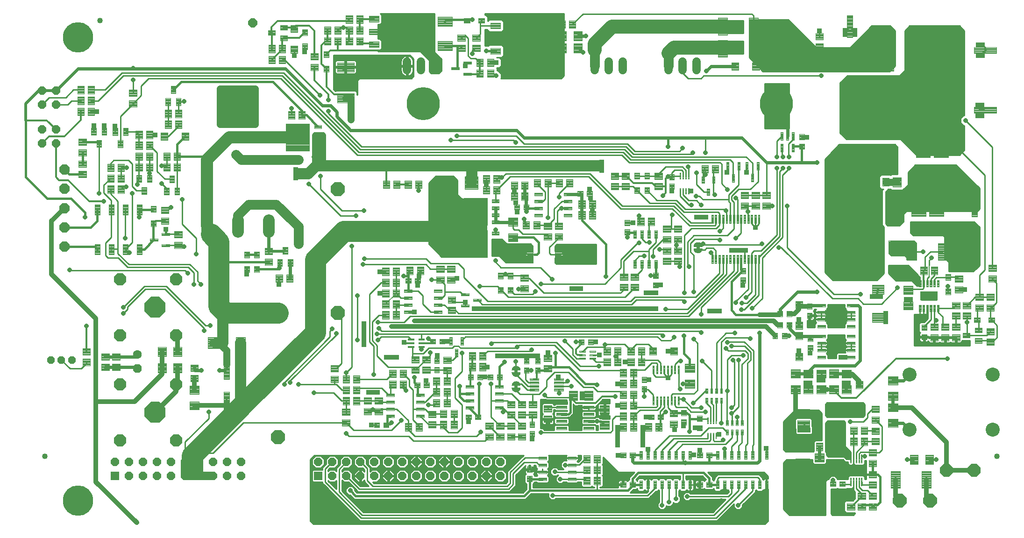
<source format=gtl>
G75*
%MOIN*%
%OFA0B0*%
%FSLAX25Y25*%
%IPPOS*%
%LPD*%
%AMOC8*
5,1,8,0,0,1.08239X$1,22.5*
%
%ADD10C,0.00394*%
%ADD11C,0.00409*%
%ADD12C,0.00405*%
%ADD13C,0.00375*%
%ADD14C,0.00402*%
%ADD15C,0.06000*%
%ADD16C,0.00425*%
%ADD17OC8,0.07087*%
%ADD18C,0.00378*%
%ADD19C,0.00399*%
%ADD20C,0.00400*%
%ADD21C,0.00396*%
%ADD22C,0.00408*%
%ADD23OC8,0.08600*%
%ADD24OC8,0.15000*%
%ADD25C,0.00406*%
%ADD26OC8,0.05906*%
%ADD27C,0.00400*%
%ADD28C,0.08250*%
%ADD29C,0.04500*%
%ADD30OC8,0.05315*%
%ADD31OC8,0.05400*%
%ADD32OC8,0.10000*%
%ADD33R,0.05906X0.05906*%
%ADD34OC8,0.09693*%
%ADD35C,0.04000*%
%ADD36C,0.00387*%
%ADD37OC8,0.06300*%
%ADD38C,0.06300*%
%ADD39OC8,0.09055*%
%ADD40C,0.00362*%
%ADD41C,0.00407*%
%ADD42C,0.00514*%
%ADD43C,0.00414*%
%ADD44C,0.00413*%
%ADD45C,0.00423*%
%ADD46C,0.10000*%
%ADD47C,0.00339*%
%ADD48OC8,0.06496*%
%ADD49C,0.00386*%
%ADD50C,0.00372*%
%ADD51C,0.00100*%
%ADD52C,0.23622*%
%ADD53C,0.03200*%
%ADD54C,0.02400*%
%ADD55OC8,0.03175*%
%ADD56C,0.01000*%
%ADD57C,0.01600*%
%ADD58C,0.01200*%
%ADD59R,0.03175X0.03175*%
%ADD60C,0.01100*%
%ADD61C,0.05000*%
%ADD62C,0.02000*%
%ADD63C,0.15000*%
%ADD64C,0.04000*%
%ADD65C,0.08000*%
%ADD66C,0.07000*%
%ADD67C,0.03175*%
%ADD68C,0.00800*%
%ADD69C,0.21654*%
%ADD70C,0.08600*%
%ADD71C,0.01400*%
%ADD72C,0.01800*%
%ADD73C,0.10000*%
D10*
X0355029Y0149591D02*
X0358965Y0149591D01*
X0355029Y0149591D02*
X0355029Y0153133D01*
X0358965Y0153133D01*
X0358965Y0149591D01*
X0358965Y0149984D02*
X0355029Y0149984D01*
X0355029Y0150377D02*
X0358965Y0150377D01*
X0358965Y0150770D02*
X0355029Y0150770D01*
X0355029Y0151163D02*
X0358965Y0151163D01*
X0358965Y0151556D02*
X0355029Y0151556D01*
X0355029Y0151949D02*
X0358965Y0151949D01*
X0358965Y0152342D02*
X0355029Y0152342D01*
X0355029Y0152735D02*
X0358965Y0152735D01*
X0358965Y0153128D02*
X0355029Y0153128D01*
X0361722Y0149591D02*
X0365658Y0149591D01*
X0361722Y0149591D02*
X0361722Y0153133D01*
X0365658Y0153133D01*
X0365658Y0149591D01*
X0365658Y0149984D02*
X0361722Y0149984D01*
X0361722Y0150377D02*
X0365658Y0150377D01*
X0365658Y0150770D02*
X0361722Y0150770D01*
X0361722Y0151163D02*
X0365658Y0151163D01*
X0365658Y0151556D02*
X0361722Y0151556D01*
X0361722Y0151949D02*
X0365658Y0151949D01*
X0365658Y0152342D02*
X0361722Y0152342D01*
X0361722Y0152735D02*
X0365658Y0152735D01*
X0365658Y0153128D02*
X0361722Y0153128D01*
X0383779Y0181633D02*
X0387715Y0181633D01*
X0387715Y0178091D01*
X0383779Y0178091D01*
X0383779Y0181633D01*
X0383779Y0178484D02*
X0387715Y0178484D01*
X0387715Y0178877D02*
X0383779Y0178877D01*
X0383779Y0179270D02*
X0387715Y0179270D01*
X0387715Y0179663D02*
X0383779Y0179663D01*
X0383779Y0180056D02*
X0387715Y0180056D01*
X0387715Y0180449D02*
X0383779Y0180449D01*
X0383779Y0180842D02*
X0387715Y0180842D01*
X0387715Y0181235D02*
X0383779Y0181235D01*
X0383779Y0181628D02*
X0387715Y0181628D01*
X0390472Y0181633D02*
X0394408Y0181633D01*
X0394408Y0178091D01*
X0390472Y0178091D01*
X0390472Y0181633D01*
X0390472Y0178484D02*
X0394408Y0178484D01*
X0394408Y0178877D02*
X0390472Y0178877D01*
X0390472Y0179270D02*
X0394408Y0179270D01*
X0394408Y0179663D02*
X0390472Y0179663D01*
X0390472Y0180056D02*
X0394408Y0180056D01*
X0394408Y0180449D02*
X0390472Y0180449D01*
X0390472Y0180842D02*
X0394408Y0180842D01*
X0394408Y0181235D02*
X0390472Y0181235D01*
X0390472Y0181628D02*
X0394408Y0181628D01*
X0401614Y0188798D02*
X0401614Y0192734D01*
X0401614Y0188798D02*
X0398072Y0188798D01*
X0398072Y0192734D01*
X0401614Y0192734D01*
X0401614Y0189191D02*
X0398072Y0189191D01*
X0398072Y0189584D02*
X0401614Y0189584D01*
X0401614Y0189977D02*
X0398072Y0189977D01*
X0398072Y0190370D02*
X0401614Y0190370D01*
X0401614Y0190763D02*
X0398072Y0190763D01*
X0398072Y0191156D02*
X0401614Y0191156D01*
X0401614Y0191549D02*
X0398072Y0191549D01*
X0398072Y0191942D02*
X0401614Y0191942D01*
X0401614Y0192335D02*
X0398072Y0192335D01*
X0398072Y0192728D02*
X0401614Y0192728D01*
X0401614Y0195491D02*
X0401614Y0199427D01*
X0401614Y0195491D02*
X0398072Y0195491D01*
X0398072Y0199427D01*
X0401614Y0199427D01*
X0401614Y0195884D02*
X0398072Y0195884D01*
X0398072Y0196277D02*
X0401614Y0196277D01*
X0401614Y0196670D02*
X0398072Y0196670D01*
X0398072Y0197063D02*
X0401614Y0197063D01*
X0401614Y0197456D02*
X0398072Y0197456D01*
X0398072Y0197849D02*
X0401614Y0197849D01*
X0401614Y0198242D02*
X0398072Y0198242D01*
X0398072Y0198635D02*
X0401614Y0198635D01*
X0401614Y0199028D02*
X0398072Y0199028D01*
X0398072Y0199421D02*
X0401614Y0199421D01*
X0401722Y0209341D02*
X0405658Y0209341D01*
X0401722Y0209341D02*
X0401722Y0212883D01*
X0405658Y0212883D01*
X0405658Y0209341D01*
X0405658Y0209734D02*
X0401722Y0209734D01*
X0401722Y0210127D02*
X0405658Y0210127D01*
X0405658Y0210520D02*
X0401722Y0210520D01*
X0401722Y0210913D02*
X0405658Y0210913D01*
X0405658Y0211306D02*
X0401722Y0211306D01*
X0401722Y0211699D02*
X0405658Y0211699D01*
X0405658Y0212092D02*
X0401722Y0212092D01*
X0401722Y0212485D02*
X0405658Y0212485D01*
X0405658Y0212878D02*
X0401722Y0212878D01*
X0398965Y0209341D02*
X0395029Y0209341D01*
X0395029Y0212883D01*
X0398965Y0212883D01*
X0398965Y0209341D01*
X0398965Y0209734D02*
X0395029Y0209734D01*
X0395029Y0210127D02*
X0398965Y0210127D01*
X0398965Y0210520D02*
X0395029Y0210520D01*
X0395029Y0210913D02*
X0398965Y0210913D01*
X0398965Y0211306D02*
X0395029Y0211306D01*
X0395029Y0211699D02*
X0398965Y0211699D01*
X0398965Y0212092D02*
X0395029Y0212092D01*
X0395029Y0212485D02*
X0398965Y0212485D01*
X0398965Y0212878D02*
X0395029Y0212878D01*
X0422029Y0183841D02*
X0425965Y0183841D01*
X0422029Y0183841D02*
X0422029Y0187383D01*
X0425965Y0187383D01*
X0425965Y0183841D01*
X0425965Y0184234D02*
X0422029Y0184234D01*
X0422029Y0184627D02*
X0425965Y0184627D01*
X0425965Y0185020D02*
X0422029Y0185020D01*
X0422029Y0185413D02*
X0425965Y0185413D01*
X0425965Y0185806D02*
X0422029Y0185806D01*
X0422029Y0186199D02*
X0425965Y0186199D01*
X0425965Y0186592D02*
X0422029Y0186592D01*
X0422029Y0186985D02*
X0425965Y0186985D01*
X0425965Y0187378D02*
X0422029Y0187378D01*
X0428722Y0183841D02*
X0432658Y0183841D01*
X0428722Y0183841D02*
X0428722Y0187383D01*
X0432658Y0187383D01*
X0432658Y0183841D01*
X0432658Y0184234D02*
X0428722Y0184234D01*
X0428722Y0184627D02*
X0432658Y0184627D01*
X0432658Y0185020D02*
X0428722Y0185020D01*
X0428722Y0185413D02*
X0432658Y0185413D01*
X0432658Y0185806D02*
X0428722Y0185806D01*
X0428722Y0186199D02*
X0432658Y0186199D01*
X0432658Y0186592D02*
X0428722Y0186592D01*
X0428722Y0186985D02*
X0432658Y0186985D01*
X0432658Y0187378D02*
X0428722Y0187378D01*
X0436029Y0183841D02*
X0439965Y0183841D01*
X0436029Y0183841D02*
X0436029Y0187383D01*
X0439965Y0187383D01*
X0439965Y0183841D01*
X0439965Y0184234D02*
X0436029Y0184234D01*
X0436029Y0184627D02*
X0439965Y0184627D01*
X0439965Y0185020D02*
X0436029Y0185020D01*
X0436029Y0185413D02*
X0439965Y0185413D01*
X0439965Y0185806D02*
X0436029Y0185806D01*
X0436029Y0186199D02*
X0439965Y0186199D01*
X0439965Y0186592D02*
X0436029Y0186592D01*
X0436029Y0186985D02*
X0439965Y0186985D01*
X0439965Y0187378D02*
X0436029Y0187378D01*
X0442722Y0183841D02*
X0446658Y0183841D01*
X0442722Y0183841D02*
X0442722Y0187383D01*
X0446658Y0187383D01*
X0446658Y0183841D01*
X0446658Y0184234D02*
X0442722Y0184234D01*
X0442722Y0184627D02*
X0446658Y0184627D01*
X0446658Y0185020D02*
X0442722Y0185020D01*
X0442722Y0185413D02*
X0446658Y0185413D01*
X0446658Y0185806D02*
X0442722Y0185806D01*
X0442722Y0186199D02*
X0446658Y0186199D01*
X0446658Y0186592D02*
X0442722Y0186592D01*
X0442722Y0186985D02*
X0446658Y0186985D01*
X0446658Y0187378D02*
X0442722Y0187378D01*
X0462072Y0188548D02*
X0462072Y0192484D01*
X0465614Y0192484D01*
X0465614Y0188548D01*
X0462072Y0188548D01*
X0462072Y0188941D02*
X0465614Y0188941D01*
X0465614Y0189334D02*
X0462072Y0189334D01*
X0462072Y0189727D02*
X0465614Y0189727D01*
X0465614Y0190120D02*
X0462072Y0190120D01*
X0462072Y0190513D02*
X0465614Y0190513D01*
X0465614Y0190906D02*
X0462072Y0190906D01*
X0462072Y0191299D02*
X0465614Y0191299D01*
X0465614Y0191692D02*
X0462072Y0191692D01*
X0462072Y0192085D02*
X0465614Y0192085D01*
X0465614Y0192478D02*
X0462072Y0192478D01*
X0462072Y0195241D02*
X0462072Y0199177D01*
X0465614Y0199177D01*
X0465614Y0195241D01*
X0462072Y0195241D01*
X0462072Y0195634D02*
X0465614Y0195634D01*
X0465614Y0196027D02*
X0462072Y0196027D01*
X0462072Y0196420D02*
X0465614Y0196420D01*
X0465614Y0196813D02*
X0462072Y0196813D01*
X0462072Y0197206D02*
X0465614Y0197206D01*
X0465614Y0197599D02*
X0462072Y0197599D01*
X0462072Y0197992D02*
X0465614Y0197992D01*
X0465614Y0198385D02*
X0462072Y0198385D01*
X0462072Y0198778D02*
X0465614Y0198778D01*
X0465614Y0199171D02*
X0462072Y0199171D01*
X0470072Y0199177D02*
X0470072Y0195241D01*
X0470072Y0199177D02*
X0473614Y0199177D01*
X0473614Y0195241D01*
X0470072Y0195241D01*
X0470072Y0195634D02*
X0473614Y0195634D01*
X0473614Y0196027D02*
X0470072Y0196027D01*
X0470072Y0196420D02*
X0473614Y0196420D01*
X0473614Y0196813D02*
X0470072Y0196813D01*
X0470072Y0197206D02*
X0473614Y0197206D01*
X0473614Y0197599D02*
X0470072Y0197599D01*
X0470072Y0197992D02*
X0473614Y0197992D01*
X0473614Y0198385D02*
X0470072Y0198385D01*
X0470072Y0198778D02*
X0473614Y0198778D01*
X0473614Y0199171D02*
X0470072Y0199171D01*
X0470072Y0192484D02*
X0470072Y0188548D01*
X0470072Y0192484D02*
X0473614Y0192484D01*
X0473614Y0188548D01*
X0470072Y0188548D01*
X0470072Y0188941D02*
X0473614Y0188941D01*
X0473614Y0189334D02*
X0470072Y0189334D01*
X0470072Y0189727D02*
X0473614Y0189727D01*
X0473614Y0190120D02*
X0470072Y0190120D01*
X0470072Y0190513D02*
X0473614Y0190513D01*
X0473614Y0190906D02*
X0470072Y0190906D01*
X0470072Y0191299D02*
X0473614Y0191299D01*
X0473614Y0191692D02*
X0470072Y0191692D01*
X0470072Y0192085D02*
X0473614Y0192085D01*
X0473614Y0192478D02*
X0470072Y0192478D01*
X0501029Y0208841D02*
X0504965Y0208841D01*
X0501029Y0208841D02*
X0501029Y0212383D01*
X0504965Y0212383D01*
X0504965Y0208841D01*
X0504965Y0209234D02*
X0501029Y0209234D01*
X0501029Y0209627D02*
X0504965Y0209627D01*
X0504965Y0210020D02*
X0501029Y0210020D01*
X0501029Y0210413D02*
X0504965Y0210413D01*
X0504965Y0210806D02*
X0501029Y0210806D01*
X0501029Y0211199D02*
X0504965Y0211199D01*
X0504965Y0211592D02*
X0501029Y0211592D01*
X0501029Y0211985D02*
X0504965Y0211985D01*
X0504965Y0212378D02*
X0501029Y0212378D01*
X0507722Y0208841D02*
X0511658Y0208841D01*
X0507722Y0208841D02*
X0507722Y0212383D01*
X0511658Y0212383D01*
X0511658Y0208841D01*
X0511658Y0209234D02*
X0507722Y0209234D01*
X0507722Y0209627D02*
X0511658Y0209627D01*
X0511658Y0210020D02*
X0507722Y0210020D01*
X0507722Y0210413D02*
X0511658Y0210413D01*
X0511658Y0210806D02*
X0507722Y0210806D01*
X0507722Y0211199D02*
X0511658Y0211199D01*
X0511658Y0211592D02*
X0507722Y0211592D01*
X0507722Y0211985D02*
X0511658Y0211985D01*
X0511658Y0212378D02*
X0507722Y0212378D01*
X0546072Y0185677D02*
X0546072Y0181741D01*
X0546072Y0185677D02*
X0549614Y0185677D01*
X0549614Y0181741D01*
X0546072Y0181741D01*
X0546072Y0182134D02*
X0549614Y0182134D01*
X0549614Y0182527D02*
X0546072Y0182527D01*
X0546072Y0182920D02*
X0549614Y0182920D01*
X0549614Y0183313D02*
X0546072Y0183313D01*
X0546072Y0183706D02*
X0549614Y0183706D01*
X0549614Y0184099D02*
X0546072Y0184099D01*
X0546072Y0184492D02*
X0549614Y0184492D01*
X0549614Y0184885D02*
X0546072Y0184885D01*
X0546072Y0185278D02*
X0549614Y0185278D01*
X0549614Y0185671D02*
X0546072Y0185671D01*
X0546072Y0178984D02*
X0546072Y0175048D01*
X0546072Y0178984D02*
X0549614Y0178984D01*
X0549614Y0175048D01*
X0546072Y0175048D01*
X0546072Y0175441D02*
X0549614Y0175441D01*
X0549614Y0175834D02*
X0546072Y0175834D01*
X0546072Y0176227D02*
X0549614Y0176227D01*
X0549614Y0176620D02*
X0546072Y0176620D01*
X0546072Y0177013D02*
X0549614Y0177013D01*
X0549614Y0177406D02*
X0546072Y0177406D01*
X0546072Y0177799D02*
X0549614Y0177799D01*
X0549614Y0178192D02*
X0546072Y0178192D01*
X0546072Y0178585D02*
X0549614Y0178585D01*
X0549614Y0178978D02*
X0546072Y0178978D01*
X0550779Y0155341D02*
X0554715Y0155341D01*
X0550779Y0155341D02*
X0550779Y0158883D01*
X0554715Y0158883D01*
X0554715Y0155341D01*
X0554715Y0155734D02*
X0550779Y0155734D01*
X0550779Y0156127D02*
X0554715Y0156127D01*
X0554715Y0156520D02*
X0550779Y0156520D01*
X0550779Y0156913D02*
X0554715Y0156913D01*
X0554715Y0157306D02*
X0550779Y0157306D01*
X0550779Y0157699D02*
X0554715Y0157699D01*
X0554715Y0158092D02*
X0550779Y0158092D01*
X0550779Y0158485D02*
X0554715Y0158485D01*
X0554715Y0158878D02*
X0550779Y0158878D01*
X0557472Y0155341D02*
X0561408Y0155341D01*
X0557472Y0155341D02*
X0557472Y0158883D01*
X0561408Y0158883D01*
X0561408Y0155341D01*
X0561408Y0155734D02*
X0557472Y0155734D01*
X0557472Y0156127D02*
X0561408Y0156127D01*
X0561408Y0156520D02*
X0557472Y0156520D01*
X0557472Y0156913D02*
X0561408Y0156913D01*
X0561408Y0157306D02*
X0557472Y0157306D01*
X0557472Y0157699D02*
X0561408Y0157699D01*
X0561408Y0158092D02*
X0557472Y0158092D01*
X0557472Y0158485D02*
X0561408Y0158485D01*
X0561408Y0158878D02*
X0557472Y0158878D01*
X0577864Y0158241D02*
X0577864Y0162177D01*
X0577864Y0158241D02*
X0574322Y0158241D01*
X0574322Y0162177D01*
X0577864Y0162177D01*
X0577864Y0158634D02*
X0574322Y0158634D01*
X0574322Y0159027D02*
X0577864Y0159027D01*
X0577864Y0159420D02*
X0574322Y0159420D01*
X0574322Y0159813D02*
X0577864Y0159813D01*
X0577864Y0160206D02*
X0574322Y0160206D01*
X0574322Y0160599D02*
X0577864Y0160599D01*
X0577864Y0160992D02*
X0574322Y0160992D01*
X0574322Y0161385D02*
X0577864Y0161385D01*
X0577864Y0161778D02*
X0574322Y0161778D01*
X0574322Y0162171D02*
X0577864Y0162171D01*
X0577864Y0155484D02*
X0577864Y0151548D01*
X0574322Y0151548D01*
X0574322Y0155484D01*
X0577864Y0155484D01*
X0577864Y0151941D02*
X0574322Y0151941D01*
X0574322Y0152334D02*
X0577864Y0152334D01*
X0577864Y0152727D02*
X0574322Y0152727D01*
X0574322Y0153120D02*
X0577864Y0153120D01*
X0577864Y0153513D02*
X0574322Y0153513D01*
X0574322Y0153906D02*
X0577864Y0153906D01*
X0577864Y0154299D02*
X0574322Y0154299D01*
X0574322Y0154692D02*
X0577864Y0154692D01*
X0577864Y0155085D02*
X0574322Y0155085D01*
X0574322Y0155478D02*
X0577864Y0155478D01*
X0585572Y0153991D02*
X0585572Y0157927D01*
X0589114Y0157927D01*
X0589114Y0153991D01*
X0585572Y0153991D01*
X0585572Y0154384D02*
X0589114Y0154384D01*
X0589114Y0154777D02*
X0585572Y0154777D01*
X0585572Y0155170D02*
X0589114Y0155170D01*
X0589114Y0155563D02*
X0585572Y0155563D01*
X0585572Y0155956D02*
X0589114Y0155956D01*
X0589114Y0156349D02*
X0585572Y0156349D01*
X0585572Y0156742D02*
X0589114Y0156742D01*
X0589114Y0157135D02*
X0585572Y0157135D01*
X0585572Y0157528D02*
X0589114Y0157528D01*
X0589114Y0157921D02*
X0585572Y0157921D01*
X0585572Y0151234D02*
X0585572Y0147298D01*
X0585572Y0151234D02*
X0589114Y0151234D01*
X0589114Y0147298D01*
X0585572Y0147298D01*
X0585572Y0147691D02*
X0589114Y0147691D01*
X0589114Y0148084D02*
X0585572Y0148084D01*
X0585572Y0148477D02*
X0589114Y0148477D01*
X0589114Y0148870D02*
X0585572Y0148870D01*
X0585572Y0149263D02*
X0589114Y0149263D01*
X0589114Y0149656D02*
X0585572Y0149656D01*
X0585572Y0150049D02*
X0589114Y0150049D01*
X0589114Y0150442D02*
X0585572Y0150442D01*
X0585572Y0150835D02*
X0589114Y0150835D01*
X0589114Y0151228D02*
X0585572Y0151228D01*
X0591491Y0167245D02*
X0593065Y0167245D01*
X0591491Y0167245D02*
X0591491Y0170787D01*
X0593065Y0170787D01*
X0593065Y0167245D01*
X0593065Y0167638D02*
X0591491Y0167638D01*
X0591491Y0168031D02*
X0593065Y0168031D01*
X0593065Y0168424D02*
X0591491Y0168424D01*
X0591491Y0168817D02*
X0593065Y0168817D01*
X0593065Y0169210D02*
X0591491Y0169210D01*
X0591491Y0169603D02*
X0593065Y0169603D01*
X0593065Y0169996D02*
X0591491Y0169996D01*
X0591491Y0170389D02*
X0593065Y0170389D01*
X0593065Y0170782D02*
X0591491Y0170782D01*
X0595035Y0167245D02*
X0596609Y0167245D01*
X0595035Y0167245D02*
X0595035Y0170787D01*
X0596609Y0170787D01*
X0596609Y0167245D01*
X0596609Y0167638D02*
X0595035Y0167638D01*
X0595035Y0168031D02*
X0596609Y0168031D01*
X0596609Y0168424D02*
X0595035Y0168424D01*
X0595035Y0168817D02*
X0596609Y0168817D01*
X0596609Y0169210D02*
X0595035Y0169210D01*
X0595035Y0169603D02*
X0596609Y0169603D01*
X0596609Y0169996D02*
X0595035Y0169996D01*
X0595035Y0170389D02*
X0596609Y0170389D01*
X0596609Y0170782D02*
X0595035Y0170782D01*
X0598578Y0167245D02*
X0600152Y0167245D01*
X0598578Y0167245D02*
X0598578Y0170787D01*
X0600152Y0170787D01*
X0600152Y0167245D01*
X0600152Y0167638D02*
X0598578Y0167638D01*
X0598578Y0168031D02*
X0600152Y0168031D01*
X0600152Y0168424D02*
X0598578Y0168424D01*
X0598578Y0168817D02*
X0600152Y0168817D01*
X0600152Y0169210D02*
X0598578Y0169210D01*
X0598578Y0169603D02*
X0600152Y0169603D01*
X0600152Y0169996D02*
X0598578Y0169996D01*
X0598578Y0170389D02*
X0600152Y0170389D01*
X0600152Y0170782D02*
X0598578Y0170782D01*
X0602121Y0167245D02*
X0603695Y0167245D01*
X0602121Y0167245D02*
X0602121Y0170787D01*
X0603695Y0170787D01*
X0603695Y0167245D01*
X0603695Y0167638D02*
X0602121Y0167638D01*
X0602121Y0168031D02*
X0603695Y0168031D01*
X0603695Y0168424D02*
X0602121Y0168424D01*
X0602121Y0168817D02*
X0603695Y0168817D01*
X0603695Y0169210D02*
X0602121Y0169210D01*
X0602121Y0169603D02*
X0603695Y0169603D01*
X0603695Y0169996D02*
X0602121Y0169996D01*
X0602121Y0170389D02*
X0603695Y0170389D01*
X0603695Y0170782D02*
X0602121Y0170782D01*
X0602121Y0173938D02*
X0603695Y0173938D01*
X0602121Y0173938D02*
X0602121Y0177480D01*
X0603695Y0177480D01*
X0603695Y0173938D01*
X0603695Y0174331D02*
X0602121Y0174331D01*
X0602121Y0174724D02*
X0603695Y0174724D01*
X0603695Y0175117D02*
X0602121Y0175117D01*
X0602121Y0175510D02*
X0603695Y0175510D01*
X0603695Y0175903D02*
X0602121Y0175903D01*
X0602121Y0176296D02*
X0603695Y0176296D01*
X0603695Y0176689D02*
X0602121Y0176689D01*
X0602121Y0177082D02*
X0603695Y0177082D01*
X0603695Y0177475D02*
X0602121Y0177475D01*
X0600152Y0173938D02*
X0598578Y0173938D01*
X0598578Y0177480D01*
X0600152Y0177480D01*
X0600152Y0173938D01*
X0600152Y0174331D02*
X0598578Y0174331D01*
X0598578Y0174724D02*
X0600152Y0174724D01*
X0600152Y0175117D02*
X0598578Y0175117D01*
X0598578Y0175510D02*
X0600152Y0175510D01*
X0600152Y0175903D02*
X0598578Y0175903D01*
X0598578Y0176296D02*
X0600152Y0176296D01*
X0600152Y0176689D02*
X0598578Y0176689D01*
X0598578Y0177082D02*
X0600152Y0177082D01*
X0600152Y0177475D02*
X0598578Y0177475D01*
X0596609Y0173938D02*
X0595035Y0173938D01*
X0595035Y0177480D01*
X0596609Y0177480D01*
X0596609Y0173938D01*
X0596609Y0174331D02*
X0595035Y0174331D01*
X0595035Y0174724D02*
X0596609Y0174724D01*
X0596609Y0175117D02*
X0595035Y0175117D01*
X0595035Y0175510D02*
X0596609Y0175510D01*
X0596609Y0175903D02*
X0595035Y0175903D01*
X0595035Y0176296D02*
X0596609Y0176296D01*
X0596609Y0176689D02*
X0595035Y0176689D01*
X0595035Y0177082D02*
X0596609Y0177082D01*
X0596609Y0177475D02*
X0595035Y0177475D01*
X0593065Y0173938D02*
X0591491Y0173938D01*
X0591491Y0177480D01*
X0593065Y0177480D01*
X0593065Y0173938D01*
X0593065Y0174331D02*
X0591491Y0174331D01*
X0591491Y0174724D02*
X0593065Y0174724D01*
X0593065Y0175117D02*
X0591491Y0175117D01*
X0591491Y0175510D02*
X0593065Y0175510D01*
X0593065Y0175903D02*
X0591491Y0175903D01*
X0591491Y0176296D02*
X0593065Y0176296D01*
X0593065Y0176689D02*
X0591491Y0176689D01*
X0591491Y0177082D02*
X0593065Y0177082D01*
X0593065Y0177475D02*
X0591491Y0177475D01*
X0606241Y0151188D02*
X0607815Y0151188D01*
X0606241Y0151188D02*
X0606241Y0154730D01*
X0607815Y0154730D01*
X0607815Y0151188D01*
X0607815Y0151581D02*
X0606241Y0151581D01*
X0606241Y0151974D02*
X0607815Y0151974D01*
X0607815Y0152367D02*
X0606241Y0152367D01*
X0606241Y0152760D02*
X0607815Y0152760D01*
X0607815Y0153153D02*
X0606241Y0153153D01*
X0606241Y0153546D02*
X0607815Y0153546D01*
X0607815Y0153939D02*
X0606241Y0153939D01*
X0606241Y0154332D02*
X0607815Y0154332D01*
X0607815Y0154725D02*
X0606241Y0154725D01*
X0609785Y0151188D02*
X0611359Y0151188D01*
X0609785Y0151188D02*
X0609785Y0154730D01*
X0611359Y0154730D01*
X0611359Y0151188D01*
X0611359Y0151581D02*
X0609785Y0151581D01*
X0609785Y0151974D02*
X0611359Y0151974D01*
X0611359Y0152367D02*
X0609785Y0152367D01*
X0609785Y0152760D02*
X0611359Y0152760D01*
X0611359Y0153153D02*
X0609785Y0153153D01*
X0609785Y0153546D02*
X0611359Y0153546D01*
X0611359Y0153939D02*
X0609785Y0153939D01*
X0609785Y0154332D02*
X0611359Y0154332D01*
X0611359Y0154725D02*
X0609785Y0154725D01*
X0613328Y0151188D02*
X0614902Y0151188D01*
X0613328Y0151188D02*
X0613328Y0154730D01*
X0614902Y0154730D01*
X0614902Y0151188D01*
X0614902Y0151581D02*
X0613328Y0151581D01*
X0613328Y0151974D02*
X0614902Y0151974D01*
X0614902Y0152367D02*
X0613328Y0152367D01*
X0613328Y0152760D02*
X0614902Y0152760D01*
X0614902Y0153153D02*
X0613328Y0153153D01*
X0613328Y0153546D02*
X0614902Y0153546D01*
X0614902Y0153939D02*
X0613328Y0153939D01*
X0613328Y0154332D02*
X0614902Y0154332D01*
X0614902Y0154725D02*
X0613328Y0154725D01*
X0616871Y0151188D02*
X0618445Y0151188D01*
X0616871Y0151188D02*
X0616871Y0154730D01*
X0618445Y0154730D01*
X0618445Y0151188D01*
X0618445Y0151581D02*
X0616871Y0151581D01*
X0616871Y0151974D02*
X0618445Y0151974D01*
X0618445Y0152367D02*
X0616871Y0152367D01*
X0616871Y0152760D02*
X0618445Y0152760D01*
X0618445Y0153153D02*
X0616871Y0153153D01*
X0616871Y0153546D02*
X0618445Y0153546D01*
X0618445Y0153939D02*
X0616871Y0153939D01*
X0616871Y0154332D02*
X0618445Y0154332D01*
X0618445Y0154725D02*
X0616871Y0154725D01*
X0616871Y0144495D02*
X0618445Y0144495D01*
X0616871Y0144495D02*
X0616871Y0148037D01*
X0618445Y0148037D01*
X0618445Y0144495D01*
X0618445Y0144888D02*
X0616871Y0144888D01*
X0616871Y0145281D02*
X0618445Y0145281D01*
X0618445Y0145674D02*
X0616871Y0145674D01*
X0616871Y0146067D02*
X0618445Y0146067D01*
X0618445Y0146460D02*
X0616871Y0146460D01*
X0616871Y0146853D02*
X0618445Y0146853D01*
X0618445Y0147246D02*
X0616871Y0147246D01*
X0616871Y0147639D02*
X0618445Y0147639D01*
X0618445Y0148032D02*
X0616871Y0148032D01*
X0614902Y0144495D02*
X0613328Y0144495D01*
X0613328Y0148037D01*
X0614902Y0148037D01*
X0614902Y0144495D01*
X0614902Y0144888D02*
X0613328Y0144888D01*
X0613328Y0145281D02*
X0614902Y0145281D01*
X0614902Y0145674D02*
X0613328Y0145674D01*
X0613328Y0146067D02*
X0614902Y0146067D01*
X0614902Y0146460D02*
X0613328Y0146460D01*
X0613328Y0146853D02*
X0614902Y0146853D01*
X0614902Y0147246D02*
X0613328Y0147246D01*
X0613328Y0147639D02*
X0614902Y0147639D01*
X0614902Y0148032D02*
X0613328Y0148032D01*
X0611359Y0144495D02*
X0609785Y0144495D01*
X0609785Y0148037D01*
X0611359Y0148037D01*
X0611359Y0144495D01*
X0611359Y0144888D02*
X0609785Y0144888D01*
X0609785Y0145281D02*
X0611359Y0145281D01*
X0611359Y0145674D02*
X0609785Y0145674D01*
X0609785Y0146067D02*
X0611359Y0146067D01*
X0611359Y0146460D02*
X0609785Y0146460D01*
X0609785Y0146853D02*
X0611359Y0146853D01*
X0611359Y0147246D02*
X0609785Y0147246D01*
X0609785Y0147639D02*
X0611359Y0147639D01*
X0611359Y0148032D02*
X0609785Y0148032D01*
X0607815Y0144495D02*
X0606241Y0144495D01*
X0606241Y0148037D01*
X0607815Y0148037D01*
X0607815Y0144495D01*
X0607815Y0144888D02*
X0606241Y0144888D01*
X0606241Y0145281D02*
X0607815Y0145281D01*
X0607815Y0145674D02*
X0606241Y0145674D01*
X0606241Y0146067D02*
X0607815Y0146067D01*
X0607815Y0146460D02*
X0606241Y0146460D01*
X0606241Y0146853D02*
X0607815Y0146853D01*
X0607815Y0147246D02*
X0606241Y0147246D01*
X0606241Y0147639D02*
X0607815Y0147639D01*
X0607815Y0148032D02*
X0606241Y0148032D01*
X0596158Y0128091D02*
X0592222Y0128091D01*
X0592222Y0131633D01*
X0596158Y0131633D01*
X0596158Y0128091D01*
X0596158Y0128484D02*
X0592222Y0128484D01*
X0592222Y0128877D02*
X0596158Y0128877D01*
X0596158Y0129270D02*
X0592222Y0129270D01*
X0592222Y0129663D02*
X0596158Y0129663D01*
X0596158Y0130056D02*
X0592222Y0130056D01*
X0592222Y0130449D02*
X0596158Y0130449D01*
X0596158Y0130842D02*
X0592222Y0130842D01*
X0592222Y0131235D02*
X0596158Y0131235D01*
X0596158Y0131628D02*
X0592222Y0131628D01*
X0589465Y0128091D02*
X0585529Y0128091D01*
X0585529Y0131633D01*
X0589465Y0131633D01*
X0589465Y0128091D01*
X0589465Y0128484D02*
X0585529Y0128484D01*
X0585529Y0128877D02*
X0589465Y0128877D01*
X0589465Y0129270D02*
X0585529Y0129270D01*
X0585529Y0129663D02*
X0589465Y0129663D01*
X0589465Y0130056D02*
X0585529Y0130056D01*
X0585529Y0130449D02*
X0589465Y0130449D01*
X0589465Y0130842D02*
X0585529Y0130842D01*
X0585529Y0131235D02*
X0589465Y0131235D01*
X0589465Y0131628D02*
X0585529Y0131628D01*
X0585529Y0110633D02*
X0589465Y0110633D01*
X0589465Y0107091D01*
X0585529Y0107091D01*
X0585529Y0110633D01*
X0585529Y0107484D02*
X0589465Y0107484D01*
X0589465Y0107877D02*
X0585529Y0107877D01*
X0585529Y0108270D02*
X0589465Y0108270D01*
X0589465Y0108663D02*
X0585529Y0108663D01*
X0585529Y0109056D02*
X0589465Y0109056D01*
X0589465Y0109449D02*
X0585529Y0109449D01*
X0585529Y0109842D02*
X0589465Y0109842D01*
X0589465Y0110235D02*
X0585529Y0110235D01*
X0585529Y0110628D02*
X0589465Y0110628D01*
X0592222Y0110633D02*
X0596158Y0110633D01*
X0596158Y0107091D01*
X0592222Y0107091D01*
X0592222Y0110633D01*
X0592222Y0107484D02*
X0596158Y0107484D01*
X0596158Y0107877D02*
X0592222Y0107877D01*
X0592222Y0108270D02*
X0596158Y0108270D01*
X0596158Y0108663D02*
X0592222Y0108663D01*
X0592222Y0109056D02*
X0596158Y0109056D01*
X0596158Y0109449D02*
X0592222Y0109449D01*
X0592222Y0109842D02*
X0596158Y0109842D01*
X0596158Y0110235D02*
X0592222Y0110235D01*
X0592222Y0110628D02*
X0596158Y0110628D01*
X0541408Y0110633D02*
X0537472Y0110633D01*
X0541408Y0110633D02*
X0541408Y0107091D01*
X0537472Y0107091D01*
X0537472Y0110633D01*
X0537472Y0107484D02*
X0541408Y0107484D01*
X0541408Y0107877D02*
X0537472Y0107877D01*
X0537472Y0108270D02*
X0541408Y0108270D01*
X0541408Y0108663D02*
X0537472Y0108663D01*
X0537472Y0109056D02*
X0541408Y0109056D01*
X0541408Y0109449D02*
X0537472Y0109449D01*
X0537472Y0109842D02*
X0541408Y0109842D01*
X0541408Y0110235D02*
X0537472Y0110235D01*
X0537472Y0110628D02*
X0541408Y0110628D01*
X0534715Y0110633D02*
X0530779Y0110633D01*
X0534715Y0110633D02*
X0534715Y0107091D01*
X0530779Y0107091D01*
X0530779Y0110633D01*
X0530779Y0107484D02*
X0534715Y0107484D01*
X0534715Y0107877D02*
X0530779Y0107877D01*
X0530779Y0108270D02*
X0534715Y0108270D01*
X0534715Y0108663D02*
X0530779Y0108663D01*
X0530779Y0109056D02*
X0534715Y0109056D01*
X0534715Y0109449D02*
X0530779Y0109449D01*
X0530779Y0109842D02*
X0534715Y0109842D01*
X0534715Y0110235D02*
X0530779Y0110235D01*
X0530779Y0110628D02*
X0534715Y0110628D01*
X0534715Y0128091D02*
X0530779Y0128091D01*
X0530779Y0131633D01*
X0534715Y0131633D01*
X0534715Y0128091D01*
X0534715Y0128484D02*
X0530779Y0128484D01*
X0530779Y0128877D02*
X0534715Y0128877D01*
X0534715Y0129270D02*
X0530779Y0129270D01*
X0530779Y0129663D02*
X0534715Y0129663D01*
X0534715Y0130056D02*
X0530779Y0130056D01*
X0530779Y0130449D02*
X0534715Y0130449D01*
X0534715Y0130842D02*
X0530779Y0130842D01*
X0530779Y0131235D02*
X0534715Y0131235D01*
X0534715Y0131628D02*
X0530779Y0131628D01*
X0537472Y0128091D02*
X0541408Y0128091D01*
X0537472Y0128091D02*
X0537472Y0131633D01*
X0541408Y0131633D01*
X0541408Y0128091D01*
X0541408Y0128484D02*
X0537472Y0128484D01*
X0537472Y0128877D02*
X0541408Y0128877D01*
X0541408Y0129270D02*
X0537472Y0129270D01*
X0537472Y0129663D02*
X0541408Y0129663D01*
X0541408Y0130056D02*
X0537472Y0130056D01*
X0537472Y0130449D02*
X0541408Y0130449D01*
X0541408Y0130842D02*
X0537472Y0130842D01*
X0537472Y0131235D02*
X0541408Y0131235D01*
X0541408Y0131628D02*
X0537472Y0131628D01*
X0466072Y0143048D02*
X0466072Y0146984D01*
X0469614Y0146984D01*
X0469614Y0143048D01*
X0466072Y0143048D01*
X0466072Y0143441D02*
X0469614Y0143441D01*
X0469614Y0143834D02*
X0466072Y0143834D01*
X0466072Y0144227D02*
X0469614Y0144227D01*
X0469614Y0144620D02*
X0466072Y0144620D01*
X0466072Y0145013D02*
X0469614Y0145013D01*
X0469614Y0145406D02*
X0466072Y0145406D01*
X0466072Y0145799D02*
X0469614Y0145799D01*
X0469614Y0146192D02*
X0466072Y0146192D01*
X0466072Y0146585D02*
X0469614Y0146585D01*
X0469614Y0146978D02*
X0466072Y0146978D01*
X0466072Y0149741D02*
X0466072Y0153677D01*
X0469614Y0153677D01*
X0469614Y0149741D01*
X0466072Y0149741D01*
X0466072Y0150134D02*
X0469614Y0150134D01*
X0469614Y0150527D02*
X0466072Y0150527D01*
X0466072Y0150920D02*
X0469614Y0150920D01*
X0469614Y0151313D02*
X0466072Y0151313D01*
X0466072Y0151706D02*
X0469614Y0151706D01*
X0469614Y0152099D02*
X0466072Y0152099D01*
X0466072Y0152492D02*
X0469614Y0152492D01*
X0469614Y0152885D02*
X0466072Y0152885D01*
X0466072Y0153278D02*
X0469614Y0153278D01*
X0469614Y0153671D02*
X0466072Y0153671D01*
X0431158Y0155341D02*
X0427222Y0155341D01*
X0427222Y0158883D01*
X0431158Y0158883D01*
X0431158Y0155341D01*
X0431158Y0155734D02*
X0427222Y0155734D01*
X0427222Y0156127D02*
X0431158Y0156127D01*
X0431158Y0156520D02*
X0427222Y0156520D01*
X0427222Y0156913D02*
X0431158Y0156913D01*
X0431158Y0157306D02*
X0427222Y0157306D01*
X0427222Y0157699D02*
X0431158Y0157699D01*
X0431158Y0158092D02*
X0427222Y0158092D01*
X0427222Y0158485D02*
X0431158Y0158485D01*
X0431158Y0158878D02*
X0427222Y0158878D01*
X0424465Y0155341D02*
X0420529Y0155341D01*
X0420529Y0158883D01*
X0424465Y0158883D01*
X0424465Y0155341D01*
X0424465Y0155734D02*
X0420529Y0155734D01*
X0420529Y0156127D02*
X0424465Y0156127D01*
X0424465Y0156520D02*
X0420529Y0156520D01*
X0420529Y0156913D02*
X0424465Y0156913D01*
X0424465Y0157306D02*
X0420529Y0157306D01*
X0420529Y0157699D02*
X0424465Y0157699D01*
X0424465Y0158092D02*
X0420529Y0158092D01*
X0420529Y0158485D02*
X0424465Y0158485D01*
X0424465Y0158878D02*
X0420529Y0158878D01*
X0464322Y0121677D02*
X0464322Y0117741D01*
X0464322Y0121677D02*
X0467864Y0121677D01*
X0467864Y0117741D01*
X0464322Y0117741D01*
X0464322Y0118134D02*
X0467864Y0118134D01*
X0467864Y0118527D02*
X0464322Y0118527D01*
X0464322Y0118920D02*
X0467864Y0118920D01*
X0467864Y0119313D02*
X0464322Y0119313D01*
X0464322Y0119706D02*
X0467864Y0119706D01*
X0467864Y0120099D02*
X0464322Y0120099D01*
X0464322Y0120492D02*
X0467864Y0120492D01*
X0467864Y0120885D02*
X0464322Y0120885D01*
X0464322Y0121278D02*
X0467864Y0121278D01*
X0467864Y0121671D02*
X0464322Y0121671D01*
X0464322Y0114984D02*
X0464322Y0111048D01*
X0464322Y0114984D02*
X0467864Y0114984D01*
X0467864Y0111048D01*
X0464322Y0111048D01*
X0464322Y0111441D02*
X0467864Y0111441D01*
X0467864Y0111834D02*
X0464322Y0111834D01*
X0464322Y0112227D02*
X0467864Y0112227D01*
X0467864Y0112620D02*
X0464322Y0112620D01*
X0464322Y0113013D02*
X0467864Y0113013D01*
X0467864Y0113406D02*
X0464322Y0113406D01*
X0464322Y0113799D02*
X0467864Y0113799D01*
X0467864Y0114192D02*
X0464322Y0114192D01*
X0464322Y0114585D02*
X0467864Y0114585D01*
X0467864Y0114978D02*
X0464322Y0114978D01*
X0639476Y0217080D02*
X0643018Y0217080D01*
X0643018Y0213144D01*
X0639476Y0213144D01*
X0639476Y0217080D01*
X0639476Y0213537D02*
X0643018Y0213537D01*
X0643018Y0213930D02*
X0639476Y0213930D01*
X0639476Y0214323D02*
X0643018Y0214323D01*
X0643018Y0214716D02*
X0639476Y0214716D01*
X0639476Y0215109D02*
X0643018Y0215109D01*
X0643018Y0215502D02*
X0639476Y0215502D01*
X0639476Y0215895D02*
X0643018Y0215895D01*
X0643018Y0216288D02*
X0639476Y0216288D01*
X0639476Y0216681D02*
X0643018Y0216681D01*
X0643018Y0217074D02*
X0639476Y0217074D01*
X0642976Y0224830D02*
X0646518Y0224830D01*
X0646518Y0220894D01*
X0642976Y0220894D01*
X0642976Y0224830D01*
X0642976Y0221287D02*
X0646518Y0221287D01*
X0646518Y0221680D02*
X0642976Y0221680D01*
X0642976Y0222073D02*
X0646518Y0222073D01*
X0646518Y0222466D02*
X0642976Y0222466D01*
X0642976Y0222859D02*
X0646518Y0222859D01*
X0646518Y0223252D02*
X0642976Y0223252D01*
X0642976Y0223645D02*
X0646518Y0223645D01*
X0646518Y0224038D02*
X0642976Y0224038D01*
X0642976Y0224431D02*
X0646518Y0224431D01*
X0646518Y0224824D02*
X0642976Y0224824D01*
X0642976Y0232830D02*
X0646518Y0232830D01*
X0646518Y0228894D01*
X0642976Y0228894D01*
X0642976Y0232830D01*
X0642976Y0229287D02*
X0646518Y0229287D01*
X0646518Y0229680D02*
X0642976Y0229680D01*
X0642976Y0230073D02*
X0646518Y0230073D01*
X0646518Y0230466D02*
X0642976Y0230466D01*
X0642976Y0230859D02*
X0646518Y0230859D01*
X0646518Y0231252D02*
X0642976Y0231252D01*
X0642976Y0231645D02*
X0646518Y0231645D01*
X0646518Y0232038D02*
X0642976Y0232038D01*
X0642976Y0232431D02*
X0646518Y0232431D01*
X0646518Y0232824D02*
X0642976Y0232824D01*
X0649669Y0232830D02*
X0653211Y0232830D01*
X0653211Y0228894D01*
X0649669Y0228894D01*
X0649669Y0232830D01*
X0649669Y0229287D02*
X0653211Y0229287D01*
X0653211Y0229680D02*
X0649669Y0229680D01*
X0649669Y0230073D02*
X0653211Y0230073D01*
X0653211Y0230466D02*
X0649669Y0230466D01*
X0649669Y0230859D02*
X0653211Y0230859D01*
X0653211Y0231252D02*
X0649669Y0231252D01*
X0649669Y0231645D02*
X0653211Y0231645D01*
X0653211Y0232038D02*
X0649669Y0232038D01*
X0649669Y0232431D02*
X0653211Y0232431D01*
X0653211Y0232824D02*
X0649669Y0232824D01*
X0649669Y0224830D02*
X0653211Y0224830D01*
X0653211Y0220894D01*
X0649669Y0220894D01*
X0649669Y0224830D01*
X0649669Y0221287D02*
X0653211Y0221287D01*
X0653211Y0221680D02*
X0649669Y0221680D01*
X0649669Y0222073D02*
X0653211Y0222073D01*
X0653211Y0222466D02*
X0649669Y0222466D01*
X0649669Y0222859D02*
X0653211Y0222859D01*
X0653211Y0223252D02*
X0649669Y0223252D01*
X0649669Y0223645D02*
X0653211Y0223645D01*
X0653211Y0224038D02*
X0649669Y0224038D01*
X0649669Y0224431D02*
X0653211Y0224431D01*
X0653211Y0224824D02*
X0649669Y0224824D01*
X0649711Y0217080D02*
X0646169Y0217080D01*
X0649711Y0217080D02*
X0649711Y0213144D01*
X0646169Y0213144D01*
X0646169Y0217080D01*
X0646169Y0213537D02*
X0649711Y0213537D01*
X0649711Y0213930D02*
X0646169Y0213930D01*
X0646169Y0214323D02*
X0649711Y0214323D01*
X0649711Y0214716D02*
X0646169Y0214716D01*
X0646169Y0215109D02*
X0649711Y0215109D01*
X0649711Y0215502D02*
X0646169Y0215502D01*
X0646169Y0215895D02*
X0649711Y0215895D01*
X0649711Y0216288D02*
X0646169Y0216288D01*
X0646169Y0216681D02*
X0649711Y0216681D01*
X0649711Y0217074D02*
X0646169Y0217074D01*
X0668114Y0215177D02*
X0668114Y0211241D01*
X0664572Y0211241D01*
X0664572Y0215177D01*
X0668114Y0215177D01*
X0668114Y0211634D02*
X0664572Y0211634D01*
X0664572Y0212027D02*
X0668114Y0212027D01*
X0668114Y0212420D02*
X0664572Y0212420D01*
X0664572Y0212813D02*
X0668114Y0212813D01*
X0668114Y0213206D02*
X0664572Y0213206D01*
X0664572Y0213599D02*
X0668114Y0213599D01*
X0668114Y0213992D02*
X0664572Y0213992D01*
X0664572Y0214385D02*
X0668114Y0214385D01*
X0668114Y0214778D02*
X0664572Y0214778D01*
X0664572Y0215171D02*
X0668114Y0215171D01*
X0668114Y0208484D02*
X0668114Y0204548D01*
X0664572Y0204548D01*
X0664572Y0208484D01*
X0668114Y0208484D01*
X0668114Y0204941D02*
X0664572Y0204941D01*
X0664572Y0205334D02*
X0668114Y0205334D01*
X0668114Y0205727D02*
X0664572Y0205727D01*
X0664572Y0206120D02*
X0668114Y0206120D01*
X0668114Y0206513D02*
X0664572Y0206513D01*
X0664572Y0206906D02*
X0668114Y0206906D01*
X0668114Y0207299D02*
X0664572Y0207299D01*
X0664572Y0207692D02*
X0668114Y0207692D01*
X0668114Y0208085D02*
X0664572Y0208085D01*
X0664572Y0208478D02*
X0668114Y0208478D01*
X0664072Y0227548D02*
X0664072Y0231484D01*
X0667614Y0231484D01*
X0667614Y0227548D01*
X0664072Y0227548D01*
X0664072Y0227941D02*
X0667614Y0227941D01*
X0667614Y0228334D02*
X0664072Y0228334D01*
X0664072Y0228727D02*
X0667614Y0228727D01*
X0667614Y0229120D02*
X0664072Y0229120D01*
X0664072Y0229513D02*
X0667614Y0229513D01*
X0667614Y0229906D02*
X0664072Y0229906D01*
X0664072Y0230299D02*
X0667614Y0230299D01*
X0667614Y0230692D02*
X0664072Y0230692D01*
X0664072Y0231085D02*
X0667614Y0231085D01*
X0667614Y0231478D02*
X0664072Y0231478D01*
X0664072Y0234241D02*
X0664072Y0238177D01*
X0667614Y0238177D01*
X0667614Y0234241D01*
X0664072Y0234241D01*
X0664072Y0234634D02*
X0667614Y0234634D01*
X0667614Y0235027D02*
X0664072Y0235027D01*
X0664072Y0235420D02*
X0667614Y0235420D01*
X0667614Y0235813D02*
X0664072Y0235813D01*
X0664072Y0236206D02*
X0667614Y0236206D01*
X0667614Y0236599D02*
X0664072Y0236599D01*
X0664072Y0236992D02*
X0667614Y0236992D01*
X0667614Y0237385D02*
X0664072Y0237385D01*
X0664072Y0237778D02*
X0667614Y0237778D01*
X0667614Y0238171D02*
X0664072Y0238171D01*
X0616572Y0252798D02*
X0616572Y0256734D01*
X0620114Y0256734D01*
X0620114Y0252798D01*
X0616572Y0252798D01*
X0616572Y0253191D02*
X0620114Y0253191D01*
X0620114Y0253584D02*
X0616572Y0253584D01*
X0616572Y0253977D02*
X0620114Y0253977D01*
X0620114Y0254370D02*
X0616572Y0254370D01*
X0616572Y0254763D02*
X0620114Y0254763D01*
X0620114Y0255156D02*
X0616572Y0255156D01*
X0616572Y0255549D02*
X0620114Y0255549D01*
X0620114Y0255942D02*
X0616572Y0255942D01*
X0616572Y0256335D02*
X0620114Y0256335D01*
X0620114Y0256728D02*
X0616572Y0256728D01*
X0616572Y0259491D02*
X0616572Y0263427D01*
X0620114Y0263427D01*
X0620114Y0259491D01*
X0616572Y0259491D01*
X0616572Y0259884D02*
X0620114Y0259884D01*
X0620114Y0260277D02*
X0616572Y0260277D01*
X0616572Y0260670D02*
X0620114Y0260670D01*
X0620114Y0261063D02*
X0616572Y0261063D01*
X0616572Y0261456D02*
X0620114Y0261456D01*
X0620114Y0261849D02*
X0616572Y0261849D01*
X0616572Y0262242D02*
X0620114Y0262242D01*
X0620114Y0262635D02*
X0616572Y0262635D01*
X0616572Y0263028D02*
X0620114Y0263028D01*
X0620114Y0263421D02*
X0616572Y0263421D01*
X0557864Y0259927D02*
X0557864Y0255991D01*
X0554322Y0255991D01*
X0554322Y0259927D01*
X0557864Y0259927D01*
X0557864Y0256384D02*
X0554322Y0256384D01*
X0554322Y0256777D02*
X0557864Y0256777D01*
X0557864Y0257170D02*
X0554322Y0257170D01*
X0554322Y0257563D02*
X0557864Y0257563D01*
X0557864Y0257956D02*
X0554322Y0257956D01*
X0554322Y0258349D02*
X0557864Y0258349D01*
X0557864Y0258742D02*
X0554322Y0258742D01*
X0554322Y0259135D02*
X0557864Y0259135D01*
X0557864Y0259528D02*
X0554322Y0259528D01*
X0554322Y0259921D02*
X0557864Y0259921D01*
X0557864Y0253234D02*
X0557864Y0249298D01*
X0554322Y0249298D01*
X0554322Y0253234D01*
X0557864Y0253234D01*
X0557864Y0249691D02*
X0554322Y0249691D01*
X0554322Y0250084D02*
X0557864Y0250084D01*
X0557864Y0250477D02*
X0554322Y0250477D01*
X0554322Y0250870D02*
X0557864Y0250870D01*
X0557864Y0251263D02*
X0554322Y0251263D01*
X0554322Y0251656D02*
X0557864Y0251656D01*
X0557864Y0252049D02*
X0554322Y0252049D01*
X0554322Y0252442D02*
X0557864Y0252442D01*
X0557864Y0252835D02*
X0554322Y0252835D01*
X0554322Y0253228D02*
X0557864Y0253228D01*
X0533822Y0287048D02*
X0533822Y0290984D01*
X0537364Y0290984D01*
X0537364Y0287048D01*
X0533822Y0287048D01*
X0533822Y0287441D02*
X0537364Y0287441D01*
X0537364Y0287834D02*
X0533822Y0287834D01*
X0533822Y0288227D02*
X0537364Y0288227D01*
X0537364Y0288620D02*
X0533822Y0288620D01*
X0533822Y0289013D02*
X0537364Y0289013D01*
X0537364Y0289406D02*
X0533822Y0289406D01*
X0533822Y0289799D02*
X0537364Y0289799D01*
X0537364Y0290192D02*
X0533822Y0290192D01*
X0533822Y0290585D02*
X0537364Y0290585D01*
X0537364Y0290978D02*
X0533822Y0290978D01*
X0533822Y0293741D02*
X0533822Y0297677D01*
X0537364Y0297677D01*
X0537364Y0293741D01*
X0533822Y0293741D01*
X0533822Y0294134D02*
X0537364Y0294134D01*
X0537364Y0294527D02*
X0533822Y0294527D01*
X0533822Y0294920D02*
X0537364Y0294920D01*
X0537364Y0295313D02*
X0533822Y0295313D01*
X0533822Y0295706D02*
X0537364Y0295706D01*
X0537364Y0296099D02*
X0533822Y0296099D01*
X0533822Y0296492D02*
X0537364Y0296492D01*
X0537364Y0296885D02*
X0533822Y0296885D01*
X0533822Y0297278D02*
X0537364Y0297278D01*
X0537364Y0297671D02*
X0533822Y0297671D01*
X0544364Y0316829D02*
X0544364Y0321159D01*
X0544364Y0316829D02*
X0540822Y0316829D01*
X0540822Y0321159D01*
X0544364Y0321159D01*
X0544364Y0317222D02*
X0540822Y0317222D01*
X0540822Y0317615D02*
X0544364Y0317615D01*
X0544364Y0318008D02*
X0540822Y0318008D01*
X0540822Y0318401D02*
X0544364Y0318401D01*
X0544364Y0318794D02*
X0540822Y0318794D01*
X0540822Y0319187D02*
X0544364Y0319187D01*
X0544364Y0319580D02*
X0540822Y0319580D01*
X0540822Y0319973D02*
X0544364Y0319973D01*
X0544364Y0320366D02*
X0540822Y0320366D01*
X0540822Y0320759D02*
X0544364Y0320759D01*
X0544364Y0321152D02*
X0540822Y0321152D01*
X0544364Y0327065D02*
X0544364Y0331395D01*
X0544364Y0327065D02*
X0540822Y0327065D01*
X0540822Y0331395D01*
X0544364Y0331395D01*
X0544364Y0327458D02*
X0540822Y0327458D01*
X0540822Y0327851D02*
X0544364Y0327851D01*
X0544364Y0328244D02*
X0540822Y0328244D01*
X0540822Y0328637D02*
X0544364Y0328637D01*
X0544364Y0329030D02*
X0540822Y0329030D01*
X0540822Y0329423D02*
X0544364Y0329423D01*
X0544364Y0329816D02*
X0540822Y0329816D01*
X0540822Y0330209D02*
X0544364Y0330209D01*
X0544364Y0330602D02*
X0540822Y0330602D01*
X0540822Y0330995D02*
X0544364Y0330995D01*
X0544364Y0331388D02*
X0540822Y0331388D01*
X0551614Y0331395D02*
X0551614Y0327065D01*
X0548072Y0327065D01*
X0548072Y0331395D01*
X0551614Y0331395D01*
X0551614Y0327458D02*
X0548072Y0327458D01*
X0548072Y0327851D02*
X0551614Y0327851D01*
X0551614Y0328244D02*
X0548072Y0328244D01*
X0548072Y0328637D02*
X0551614Y0328637D01*
X0551614Y0329030D02*
X0548072Y0329030D01*
X0548072Y0329423D02*
X0551614Y0329423D01*
X0551614Y0329816D02*
X0548072Y0329816D01*
X0548072Y0330209D02*
X0551614Y0330209D01*
X0551614Y0330602D02*
X0548072Y0330602D01*
X0548072Y0330995D02*
X0551614Y0330995D01*
X0551614Y0331388D02*
X0548072Y0331388D01*
X0569264Y0330327D02*
X0569264Y0326391D01*
X0565722Y0326391D01*
X0565722Y0330327D01*
X0569264Y0330327D01*
X0569264Y0326784D02*
X0565722Y0326784D01*
X0565722Y0327177D02*
X0569264Y0327177D01*
X0569264Y0327570D02*
X0565722Y0327570D01*
X0565722Y0327963D02*
X0569264Y0327963D01*
X0569264Y0328356D02*
X0565722Y0328356D01*
X0565722Y0328749D02*
X0569264Y0328749D01*
X0569264Y0329142D02*
X0565722Y0329142D01*
X0565722Y0329535D02*
X0569264Y0329535D01*
X0569264Y0329928D02*
X0565722Y0329928D01*
X0565722Y0330321D02*
X0569264Y0330321D01*
X0569264Y0323634D02*
X0569264Y0319698D01*
X0565722Y0319698D01*
X0565722Y0323634D01*
X0569264Y0323634D01*
X0569264Y0320091D02*
X0565722Y0320091D01*
X0565722Y0320484D02*
X0569264Y0320484D01*
X0569264Y0320877D02*
X0565722Y0320877D01*
X0565722Y0321270D02*
X0569264Y0321270D01*
X0569264Y0321663D02*
X0565722Y0321663D01*
X0565722Y0322056D02*
X0569264Y0322056D01*
X0569264Y0322449D02*
X0565722Y0322449D01*
X0565722Y0322842D02*
X0569264Y0322842D01*
X0569264Y0323235D02*
X0565722Y0323235D01*
X0565722Y0323628D02*
X0569264Y0323628D01*
X0551614Y0321159D02*
X0551614Y0316829D01*
X0548072Y0316829D01*
X0548072Y0321159D01*
X0551614Y0321159D01*
X0551614Y0317222D02*
X0548072Y0317222D01*
X0548072Y0317615D02*
X0551614Y0317615D01*
X0551614Y0318008D02*
X0548072Y0318008D01*
X0548072Y0318401D02*
X0551614Y0318401D01*
X0551614Y0318794D02*
X0548072Y0318794D01*
X0548072Y0319187D02*
X0551614Y0319187D01*
X0551614Y0319580D02*
X0548072Y0319580D01*
X0548072Y0319973D02*
X0551614Y0319973D01*
X0551614Y0320366D02*
X0548072Y0320366D01*
X0548072Y0320759D02*
X0551614Y0320759D01*
X0551614Y0321152D02*
X0548072Y0321152D01*
X0510908Y0314841D02*
X0506972Y0314841D01*
X0506972Y0318383D01*
X0510908Y0318383D01*
X0510908Y0314841D01*
X0510908Y0315234D02*
X0506972Y0315234D01*
X0506972Y0315627D02*
X0510908Y0315627D01*
X0510908Y0316020D02*
X0506972Y0316020D01*
X0506972Y0316413D02*
X0510908Y0316413D01*
X0510908Y0316806D02*
X0506972Y0316806D01*
X0506972Y0317199D02*
X0510908Y0317199D01*
X0510908Y0317592D02*
X0506972Y0317592D01*
X0506972Y0317985D02*
X0510908Y0317985D01*
X0510908Y0318378D02*
X0506972Y0318378D01*
X0504215Y0314841D02*
X0500279Y0314841D01*
X0500279Y0318383D01*
X0504215Y0318383D01*
X0504215Y0314841D01*
X0504215Y0315234D02*
X0500279Y0315234D01*
X0500279Y0315627D02*
X0504215Y0315627D01*
X0504215Y0316020D02*
X0500279Y0316020D01*
X0500279Y0316413D02*
X0504215Y0316413D01*
X0504215Y0316806D02*
X0500279Y0316806D01*
X0500279Y0317199D02*
X0504215Y0317199D01*
X0504215Y0317592D02*
X0500279Y0317592D01*
X0500279Y0317985D02*
X0504215Y0317985D01*
X0504215Y0318378D02*
X0500279Y0318378D01*
X0465658Y0308633D02*
X0461722Y0308633D01*
X0465658Y0308633D02*
X0465658Y0305091D01*
X0461722Y0305091D01*
X0461722Y0308633D01*
X0461722Y0305484D02*
X0465658Y0305484D01*
X0465658Y0305877D02*
X0461722Y0305877D01*
X0461722Y0306270D02*
X0465658Y0306270D01*
X0465658Y0306663D02*
X0461722Y0306663D01*
X0461722Y0307056D02*
X0465658Y0307056D01*
X0465658Y0307449D02*
X0461722Y0307449D01*
X0461722Y0307842D02*
X0465658Y0307842D01*
X0465658Y0308235D02*
X0461722Y0308235D01*
X0461722Y0308628D02*
X0465658Y0308628D01*
X0458965Y0308633D02*
X0455029Y0308633D01*
X0458965Y0308633D02*
X0458965Y0305091D01*
X0455029Y0305091D01*
X0455029Y0308633D01*
X0455029Y0305484D02*
X0458965Y0305484D01*
X0458965Y0305877D02*
X0455029Y0305877D01*
X0455029Y0306270D02*
X0458965Y0306270D01*
X0458965Y0306663D02*
X0455029Y0306663D01*
X0455029Y0307056D02*
X0458965Y0307056D01*
X0458965Y0307449D02*
X0455029Y0307449D01*
X0455029Y0307842D02*
X0458965Y0307842D01*
X0458965Y0308235D02*
X0455029Y0308235D01*
X0455029Y0308628D02*
X0458965Y0308628D01*
X0454114Y0260145D02*
X0454114Y0255815D01*
X0450572Y0255815D01*
X0450572Y0260145D01*
X0454114Y0260145D01*
X0454114Y0256208D02*
X0450572Y0256208D01*
X0450572Y0256601D02*
X0454114Y0256601D01*
X0454114Y0256994D02*
X0450572Y0256994D01*
X0450572Y0257387D02*
X0454114Y0257387D01*
X0454114Y0257780D02*
X0450572Y0257780D01*
X0450572Y0258173D02*
X0454114Y0258173D01*
X0454114Y0258566D02*
X0450572Y0258566D01*
X0450572Y0258959D02*
X0454114Y0258959D01*
X0454114Y0259352D02*
X0450572Y0259352D01*
X0450572Y0259745D02*
X0454114Y0259745D01*
X0454114Y0260138D02*
X0450572Y0260138D01*
X0447114Y0260145D02*
X0447114Y0255815D01*
X0443572Y0255815D01*
X0443572Y0260145D01*
X0447114Y0260145D01*
X0447114Y0256208D02*
X0443572Y0256208D01*
X0443572Y0256601D02*
X0447114Y0256601D01*
X0447114Y0256994D02*
X0443572Y0256994D01*
X0443572Y0257387D02*
X0447114Y0257387D01*
X0447114Y0257780D02*
X0443572Y0257780D01*
X0443572Y0258173D02*
X0447114Y0258173D01*
X0447114Y0258566D02*
X0443572Y0258566D01*
X0443572Y0258959D02*
X0447114Y0258959D01*
X0447114Y0259352D02*
X0443572Y0259352D01*
X0443572Y0259745D02*
X0447114Y0259745D01*
X0447114Y0260138D02*
X0443572Y0260138D01*
X0447114Y0249909D02*
X0447114Y0245579D01*
X0443572Y0245579D01*
X0443572Y0249909D01*
X0447114Y0249909D01*
X0447114Y0245972D02*
X0443572Y0245972D01*
X0443572Y0246365D02*
X0447114Y0246365D01*
X0447114Y0246758D02*
X0443572Y0246758D01*
X0443572Y0247151D02*
X0447114Y0247151D01*
X0447114Y0247544D02*
X0443572Y0247544D01*
X0443572Y0247937D02*
X0447114Y0247937D01*
X0447114Y0248330D02*
X0443572Y0248330D01*
X0443572Y0248723D02*
X0447114Y0248723D01*
X0447114Y0249116D02*
X0443572Y0249116D01*
X0443572Y0249509D02*
X0447114Y0249509D01*
X0447114Y0249902D02*
X0443572Y0249902D01*
X0454114Y0249909D02*
X0454114Y0245579D01*
X0450572Y0245579D01*
X0450572Y0249909D01*
X0454114Y0249909D01*
X0454114Y0245972D02*
X0450572Y0245972D01*
X0450572Y0246365D02*
X0454114Y0246365D01*
X0454114Y0246758D02*
X0450572Y0246758D01*
X0450572Y0247151D02*
X0454114Y0247151D01*
X0454114Y0247544D02*
X0450572Y0247544D01*
X0450572Y0247937D02*
X0454114Y0247937D01*
X0454114Y0248330D02*
X0450572Y0248330D01*
X0450572Y0248723D02*
X0454114Y0248723D01*
X0454114Y0249116D02*
X0450572Y0249116D01*
X0450572Y0249509D02*
X0454114Y0249509D01*
X0454114Y0249902D02*
X0450572Y0249902D01*
X0388158Y0256133D02*
X0384222Y0256133D01*
X0388158Y0256133D02*
X0388158Y0252591D01*
X0384222Y0252591D01*
X0384222Y0256133D01*
X0384222Y0252984D02*
X0388158Y0252984D01*
X0388158Y0253377D02*
X0384222Y0253377D01*
X0384222Y0253770D02*
X0388158Y0253770D01*
X0388158Y0254163D02*
X0384222Y0254163D01*
X0384222Y0254556D02*
X0388158Y0254556D01*
X0388158Y0254949D02*
X0384222Y0254949D01*
X0384222Y0255342D02*
X0388158Y0255342D01*
X0388158Y0255735D02*
X0384222Y0255735D01*
X0384222Y0256128D02*
X0388158Y0256128D01*
X0381465Y0256133D02*
X0377529Y0256133D01*
X0381465Y0256133D02*
X0381465Y0252591D01*
X0377529Y0252591D01*
X0377529Y0256133D01*
X0377529Y0252984D02*
X0381465Y0252984D01*
X0381465Y0253377D02*
X0377529Y0253377D01*
X0377529Y0253770D02*
X0381465Y0253770D01*
X0381465Y0254163D02*
X0377529Y0254163D01*
X0377529Y0254556D02*
X0381465Y0254556D01*
X0381465Y0254949D02*
X0377529Y0254949D01*
X0377529Y0255342D02*
X0381465Y0255342D01*
X0381465Y0255735D02*
X0377529Y0255735D01*
X0377529Y0256128D02*
X0381465Y0256128D01*
X0297104Y0264722D02*
X0293562Y0264722D01*
X0293562Y0269840D01*
X0297104Y0269840D01*
X0297104Y0264722D01*
X0297104Y0265115D02*
X0293562Y0265115D01*
X0293562Y0265508D02*
X0297104Y0265508D01*
X0297104Y0265901D02*
X0293562Y0265901D01*
X0293562Y0266294D02*
X0297104Y0266294D01*
X0297104Y0266687D02*
X0293562Y0266687D01*
X0293562Y0267080D02*
X0297104Y0267080D01*
X0297104Y0267473D02*
X0293562Y0267473D01*
X0293562Y0267866D02*
X0297104Y0267866D01*
X0297104Y0268259D02*
X0293562Y0268259D01*
X0293562Y0268652D02*
X0297104Y0268652D01*
X0297104Y0269045D02*
X0293562Y0269045D01*
X0293562Y0269438D02*
X0297104Y0269438D01*
X0297104Y0269831D02*
X0293562Y0269831D01*
X0289624Y0264722D02*
X0286082Y0264722D01*
X0286082Y0269840D01*
X0289624Y0269840D01*
X0289624Y0264722D01*
X0289624Y0265115D02*
X0286082Y0265115D01*
X0286082Y0265508D02*
X0289624Y0265508D01*
X0289624Y0265901D02*
X0286082Y0265901D01*
X0286082Y0266294D02*
X0289624Y0266294D01*
X0289624Y0266687D02*
X0286082Y0266687D01*
X0286082Y0267080D02*
X0289624Y0267080D01*
X0289624Y0267473D02*
X0286082Y0267473D01*
X0286082Y0267866D02*
X0289624Y0267866D01*
X0289624Y0268259D02*
X0286082Y0268259D01*
X0286082Y0268652D02*
X0289624Y0268652D01*
X0289624Y0269045D02*
X0286082Y0269045D01*
X0286082Y0269438D02*
X0289624Y0269438D01*
X0289624Y0269831D02*
X0286082Y0269831D01*
X0289822Y0273384D02*
X0293364Y0273384D01*
X0289822Y0273384D02*
X0289822Y0278502D01*
X0293364Y0278502D01*
X0293364Y0273384D01*
X0293364Y0273777D02*
X0289822Y0273777D01*
X0289822Y0274170D02*
X0293364Y0274170D01*
X0293364Y0274563D02*
X0289822Y0274563D01*
X0289822Y0274956D02*
X0293364Y0274956D01*
X0293364Y0275349D02*
X0289822Y0275349D01*
X0289822Y0275742D02*
X0293364Y0275742D01*
X0293364Y0276135D02*
X0289822Y0276135D01*
X0289822Y0276528D02*
X0293364Y0276528D01*
X0293364Y0276921D02*
X0289822Y0276921D01*
X0289822Y0277314D02*
X0293364Y0277314D01*
X0293364Y0277707D02*
X0289822Y0277707D01*
X0289822Y0278100D02*
X0293364Y0278100D01*
X0293364Y0278493D02*
X0289822Y0278493D01*
X0269572Y0275145D02*
X0269572Y0270815D01*
X0269572Y0275145D02*
X0273114Y0275145D01*
X0273114Y0270815D01*
X0269572Y0270815D01*
X0269572Y0271208D02*
X0273114Y0271208D01*
X0273114Y0271601D02*
X0269572Y0271601D01*
X0269572Y0271994D02*
X0273114Y0271994D01*
X0273114Y0272387D02*
X0269572Y0272387D01*
X0269572Y0272780D02*
X0273114Y0272780D01*
X0273114Y0273173D02*
X0269572Y0273173D01*
X0269572Y0273566D02*
X0273114Y0273566D01*
X0273114Y0273959D02*
X0269572Y0273959D01*
X0269572Y0274352D02*
X0273114Y0274352D01*
X0273114Y0274745D02*
X0269572Y0274745D01*
X0269572Y0275138D02*
X0273114Y0275138D01*
X0266114Y0275145D02*
X0266114Y0270815D01*
X0262572Y0270815D01*
X0262572Y0275145D01*
X0266114Y0275145D01*
X0266114Y0271208D02*
X0262572Y0271208D01*
X0262572Y0271601D02*
X0266114Y0271601D01*
X0266114Y0271994D02*
X0262572Y0271994D01*
X0262572Y0272387D02*
X0266114Y0272387D01*
X0266114Y0272780D02*
X0262572Y0272780D01*
X0262572Y0273173D02*
X0266114Y0273173D01*
X0266114Y0273566D02*
X0262572Y0273566D01*
X0262572Y0273959D02*
X0266114Y0273959D01*
X0266114Y0274352D02*
X0262572Y0274352D01*
X0262572Y0274745D02*
X0266114Y0274745D01*
X0266114Y0275138D02*
X0262572Y0275138D01*
X0266114Y0264909D02*
X0266114Y0260579D01*
X0262572Y0260579D01*
X0262572Y0264909D01*
X0266114Y0264909D01*
X0266114Y0260972D02*
X0262572Y0260972D01*
X0262572Y0261365D02*
X0266114Y0261365D01*
X0266114Y0261758D02*
X0262572Y0261758D01*
X0262572Y0262151D02*
X0266114Y0262151D01*
X0266114Y0262544D02*
X0262572Y0262544D01*
X0262572Y0262937D02*
X0266114Y0262937D01*
X0266114Y0263330D02*
X0262572Y0263330D01*
X0262572Y0263723D02*
X0266114Y0263723D01*
X0266114Y0264116D02*
X0262572Y0264116D01*
X0262572Y0264509D02*
X0266114Y0264509D01*
X0266114Y0264902D02*
X0262572Y0264902D01*
X0269572Y0264909D02*
X0269572Y0260579D01*
X0269572Y0264909D02*
X0273114Y0264909D01*
X0273114Y0260579D01*
X0269572Y0260579D01*
X0269572Y0260972D02*
X0273114Y0260972D01*
X0273114Y0261365D02*
X0269572Y0261365D01*
X0269572Y0261758D02*
X0273114Y0261758D01*
X0273114Y0262151D02*
X0269572Y0262151D01*
X0269572Y0262544D02*
X0273114Y0262544D01*
X0273114Y0262937D02*
X0269572Y0262937D01*
X0269572Y0263330D02*
X0273114Y0263330D01*
X0273114Y0263723D02*
X0269572Y0263723D01*
X0269572Y0264116D02*
X0273114Y0264116D01*
X0273114Y0264509D02*
X0269572Y0264509D01*
X0269572Y0264902D02*
X0273114Y0264902D01*
X0195822Y0293199D02*
X0195822Y0297529D01*
X0199364Y0297529D01*
X0199364Y0293199D01*
X0195822Y0293199D01*
X0195822Y0293592D02*
X0199364Y0293592D01*
X0199364Y0293985D02*
X0195822Y0293985D01*
X0195822Y0294378D02*
X0199364Y0294378D01*
X0199364Y0294771D02*
X0195822Y0294771D01*
X0195822Y0295164D02*
X0199364Y0295164D01*
X0199364Y0295557D02*
X0195822Y0295557D01*
X0195822Y0295950D02*
X0199364Y0295950D01*
X0199364Y0296343D02*
X0195822Y0296343D01*
X0195822Y0296736D02*
X0199364Y0296736D01*
X0199364Y0297129D02*
X0195822Y0297129D01*
X0195822Y0297522D02*
X0199364Y0297522D01*
X0195822Y0303435D02*
X0195822Y0307765D01*
X0199364Y0307765D01*
X0199364Y0303435D01*
X0195822Y0303435D01*
X0195822Y0303828D02*
X0199364Y0303828D01*
X0199364Y0304221D02*
X0195822Y0304221D01*
X0195822Y0304614D02*
X0199364Y0304614D01*
X0199364Y0305007D02*
X0195822Y0305007D01*
X0195822Y0305400D02*
X0199364Y0305400D01*
X0199364Y0305793D02*
X0195822Y0305793D01*
X0195822Y0306186D02*
X0199364Y0306186D01*
X0199364Y0306579D02*
X0195822Y0306579D01*
X0195822Y0306972D02*
X0199364Y0306972D01*
X0199364Y0307365D02*
X0195822Y0307365D01*
X0195822Y0307758D02*
X0199364Y0307758D01*
X0189364Y0308896D02*
X0185822Y0308896D01*
X0189364Y0308896D02*
X0189364Y0301416D01*
X0185822Y0301416D01*
X0185822Y0308896D01*
X0185822Y0301809D02*
X0189364Y0301809D01*
X0189364Y0302202D02*
X0185822Y0302202D01*
X0185822Y0302595D02*
X0189364Y0302595D01*
X0189364Y0302988D02*
X0185822Y0302988D01*
X0185822Y0303381D02*
X0189364Y0303381D01*
X0189364Y0303774D02*
X0185822Y0303774D01*
X0185822Y0304167D02*
X0189364Y0304167D01*
X0189364Y0304560D02*
X0185822Y0304560D01*
X0185822Y0304953D02*
X0189364Y0304953D01*
X0189364Y0305346D02*
X0185822Y0305346D01*
X0185822Y0305739D02*
X0189364Y0305739D01*
X0189364Y0306132D02*
X0185822Y0306132D01*
X0185822Y0306525D02*
X0189364Y0306525D01*
X0189364Y0306918D02*
X0185822Y0306918D01*
X0185822Y0307311D02*
X0189364Y0307311D01*
X0189364Y0307704D02*
X0185822Y0307704D01*
X0185822Y0308097D02*
X0189364Y0308097D01*
X0189364Y0308490D02*
X0185822Y0308490D01*
X0185822Y0308883D02*
X0189364Y0308883D01*
X0179364Y0308896D02*
X0175822Y0308896D01*
X0179364Y0308896D02*
X0179364Y0301416D01*
X0175822Y0301416D01*
X0175822Y0308896D01*
X0175822Y0301809D02*
X0179364Y0301809D01*
X0179364Y0302202D02*
X0175822Y0302202D01*
X0175822Y0302595D02*
X0179364Y0302595D01*
X0179364Y0302988D02*
X0175822Y0302988D01*
X0175822Y0303381D02*
X0179364Y0303381D01*
X0179364Y0303774D02*
X0175822Y0303774D01*
X0175822Y0304167D02*
X0179364Y0304167D01*
X0179364Y0304560D02*
X0175822Y0304560D01*
X0175822Y0304953D02*
X0179364Y0304953D01*
X0179364Y0305346D02*
X0175822Y0305346D01*
X0175822Y0305739D02*
X0179364Y0305739D01*
X0179364Y0306132D02*
X0175822Y0306132D01*
X0175822Y0306525D02*
X0179364Y0306525D01*
X0179364Y0306918D02*
X0175822Y0306918D01*
X0175822Y0307311D02*
X0179364Y0307311D01*
X0179364Y0307704D02*
X0175822Y0307704D01*
X0175822Y0308097D02*
X0179364Y0308097D01*
X0179364Y0308490D02*
X0175822Y0308490D01*
X0175822Y0308883D02*
X0179364Y0308883D01*
X0169364Y0308896D02*
X0165822Y0308896D01*
X0169364Y0308896D02*
X0169364Y0301416D01*
X0165822Y0301416D01*
X0165822Y0308896D01*
X0165822Y0301809D02*
X0169364Y0301809D01*
X0169364Y0302202D02*
X0165822Y0302202D01*
X0165822Y0302595D02*
X0169364Y0302595D01*
X0169364Y0302988D02*
X0165822Y0302988D01*
X0165822Y0303381D02*
X0169364Y0303381D01*
X0169364Y0303774D02*
X0165822Y0303774D01*
X0165822Y0304167D02*
X0169364Y0304167D01*
X0169364Y0304560D02*
X0165822Y0304560D01*
X0165822Y0304953D02*
X0169364Y0304953D01*
X0169364Y0305346D02*
X0165822Y0305346D01*
X0165822Y0305739D02*
X0169364Y0305739D01*
X0169364Y0306132D02*
X0165822Y0306132D01*
X0165822Y0306525D02*
X0169364Y0306525D01*
X0169364Y0306918D02*
X0165822Y0306918D01*
X0165822Y0307311D02*
X0169364Y0307311D01*
X0169364Y0307704D02*
X0165822Y0307704D01*
X0165822Y0308097D02*
X0169364Y0308097D01*
X0169364Y0308490D02*
X0165822Y0308490D01*
X0165822Y0308883D02*
X0169364Y0308883D01*
X0159364Y0308896D02*
X0155822Y0308896D01*
X0159364Y0308896D02*
X0159364Y0301416D01*
X0155822Y0301416D01*
X0155822Y0308896D01*
X0155822Y0301809D02*
X0159364Y0301809D01*
X0159364Y0302202D02*
X0155822Y0302202D01*
X0155822Y0302595D02*
X0159364Y0302595D01*
X0159364Y0302988D02*
X0155822Y0302988D01*
X0155822Y0303381D02*
X0159364Y0303381D01*
X0159364Y0303774D02*
X0155822Y0303774D01*
X0155822Y0304167D02*
X0159364Y0304167D01*
X0159364Y0304560D02*
X0155822Y0304560D01*
X0155822Y0304953D02*
X0159364Y0304953D01*
X0159364Y0305346D02*
X0155822Y0305346D01*
X0155822Y0305739D02*
X0159364Y0305739D01*
X0159364Y0306132D02*
X0155822Y0306132D01*
X0155822Y0306525D02*
X0159364Y0306525D01*
X0159364Y0306918D02*
X0155822Y0306918D01*
X0155822Y0307311D02*
X0159364Y0307311D01*
X0159364Y0307704D02*
X0155822Y0307704D01*
X0155822Y0308097D02*
X0159364Y0308097D01*
X0159364Y0308490D02*
X0155822Y0308490D01*
X0155822Y0308883D02*
X0159364Y0308883D01*
X0189322Y0321090D02*
X0192864Y0321090D01*
X0192864Y0315972D01*
X0189322Y0315972D01*
X0189322Y0321090D01*
X0189322Y0316365D02*
X0192864Y0316365D01*
X0192864Y0316758D02*
X0189322Y0316758D01*
X0189322Y0317151D02*
X0192864Y0317151D01*
X0192864Y0317544D02*
X0189322Y0317544D01*
X0189322Y0317937D02*
X0192864Y0317937D01*
X0192864Y0318330D02*
X0189322Y0318330D01*
X0189322Y0318723D02*
X0192864Y0318723D01*
X0192864Y0319116D02*
X0189322Y0319116D01*
X0189322Y0319509D02*
X0192864Y0319509D01*
X0192864Y0319902D02*
X0189322Y0319902D01*
X0189322Y0320295D02*
X0192864Y0320295D01*
X0192864Y0320688D02*
X0189322Y0320688D01*
X0189322Y0321081D02*
X0192864Y0321081D01*
X0205332Y0315722D02*
X0208874Y0315722D01*
X0205332Y0315722D02*
X0205332Y0320840D01*
X0208874Y0320840D01*
X0208874Y0315722D01*
X0208874Y0316115D02*
X0205332Y0316115D01*
X0205332Y0316508D02*
X0208874Y0316508D01*
X0208874Y0316901D02*
X0205332Y0316901D01*
X0205332Y0317294D02*
X0208874Y0317294D01*
X0208874Y0317687D02*
X0205332Y0317687D01*
X0205332Y0318080D02*
X0208874Y0318080D01*
X0208874Y0318473D02*
X0205332Y0318473D01*
X0205332Y0318866D02*
X0208874Y0318866D01*
X0208874Y0319259D02*
X0205332Y0319259D01*
X0205332Y0319652D02*
X0208874Y0319652D01*
X0208874Y0320045D02*
X0205332Y0320045D01*
X0205332Y0320438D02*
X0208874Y0320438D01*
X0208874Y0320831D02*
X0205332Y0320831D01*
X0212812Y0315722D02*
X0216354Y0315722D01*
X0212812Y0315722D02*
X0212812Y0320840D01*
X0216354Y0320840D01*
X0216354Y0315722D01*
X0216354Y0316115D02*
X0212812Y0316115D01*
X0212812Y0316508D02*
X0216354Y0316508D01*
X0216354Y0316901D02*
X0212812Y0316901D01*
X0212812Y0317294D02*
X0216354Y0317294D01*
X0216354Y0317687D02*
X0212812Y0317687D01*
X0212812Y0318080D02*
X0216354Y0318080D01*
X0216354Y0318473D02*
X0212812Y0318473D01*
X0212812Y0318866D02*
X0216354Y0318866D01*
X0216354Y0319259D02*
X0212812Y0319259D01*
X0212812Y0319652D02*
X0216354Y0319652D01*
X0216354Y0320045D02*
X0212812Y0320045D01*
X0212812Y0320438D02*
X0216354Y0320438D01*
X0216354Y0320831D02*
X0212812Y0320831D01*
X0212614Y0324384D02*
X0209072Y0324384D01*
X0209072Y0329502D01*
X0212614Y0329502D01*
X0212614Y0324384D01*
X0212614Y0324777D02*
X0209072Y0324777D01*
X0209072Y0325170D02*
X0212614Y0325170D01*
X0212614Y0325563D02*
X0209072Y0325563D01*
X0209072Y0325956D02*
X0212614Y0325956D01*
X0212614Y0326349D02*
X0209072Y0326349D01*
X0209072Y0326742D02*
X0212614Y0326742D01*
X0212614Y0327135D02*
X0209072Y0327135D01*
X0209072Y0327528D02*
X0212614Y0327528D01*
X0212614Y0327921D02*
X0209072Y0327921D01*
X0209072Y0328314D02*
X0212614Y0328314D01*
X0212614Y0328707D02*
X0209072Y0328707D01*
X0209072Y0329100D02*
X0212614Y0329100D01*
X0212614Y0329493D02*
X0209072Y0329493D01*
X0196604Y0329752D02*
X0193062Y0329752D01*
X0196604Y0329752D02*
X0196604Y0324634D01*
X0193062Y0324634D01*
X0193062Y0329752D01*
X0193062Y0325027D02*
X0196604Y0325027D01*
X0196604Y0325420D02*
X0193062Y0325420D01*
X0193062Y0325813D02*
X0196604Y0325813D01*
X0196604Y0326206D02*
X0193062Y0326206D01*
X0193062Y0326599D02*
X0196604Y0326599D01*
X0196604Y0326992D02*
X0193062Y0326992D01*
X0193062Y0327385D02*
X0196604Y0327385D01*
X0196604Y0327778D02*
X0193062Y0327778D01*
X0193062Y0328171D02*
X0196604Y0328171D01*
X0196604Y0328564D02*
X0193062Y0328564D01*
X0193062Y0328957D02*
X0196604Y0328957D01*
X0196604Y0329350D02*
X0193062Y0329350D01*
X0193062Y0329743D02*
X0196604Y0329743D01*
X0189124Y0329752D02*
X0185582Y0329752D01*
X0189124Y0329752D02*
X0189124Y0324634D01*
X0185582Y0324634D01*
X0185582Y0329752D01*
X0185582Y0325027D02*
X0189124Y0325027D01*
X0189124Y0325420D02*
X0185582Y0325420D01*
X0185582Y0325813D02*
X0189124Y0325813D01*
X0189124Y0326206D02*
X0185582Y0326206D01*
X0185582Y0326599D02*
X0189124Y0326599D01*
X0189124Y0326992D02*
X0185582Y0326992D01*
X0185582Y0327385D02*
X0189124Y0327385D01*
X0189124Y0327778D02*
X0185582Y0327778D01*
X0185582Y0328171D02*
X0189124Y0328171D01*
X0189124Y0328564D02*
X0185582Y0328564D01*
X0185582Y0328957D02*
X0189124Y0328957D01*
X0189124Y0329350D02*
X0185582Y0329350D01*
X0185582Y0329743D02*
X0189124Y0329743D01*
X0175864Y0354590D02*
X0172322Y0354590D01*
X0175864Y0354590D02*
X0175864Y0349472D01*
X0172322Y0349472D01*
X0172322Y0354590D01*
X0172322Y0349865D02*
X0175864Y0349865D01*
X0175864Y0350258D02*
X0172322Y0350258D01*
X0172322Y0350651D02*
X0175864Y0350651D01*
X0175864Y0351044D02*
X0172322Y0351044D01*
X0172322Y0351437D02*
X0175864Y0351437D01*
X0175864Y0351830D02*
X0172322Y0351830D01*
X0172322Y0352223D02*
X0175864Y0352223D01*
X0175864Y0352616D02*
X0172322Y0352616D01*
X0172322Y0353009D02*
X0175864Y0353009D01*
X0175864Y0353402D02*
X0172322Y0353402D01*
X0172322Y0353795D02*
X0175864Y0353795D01*
X0175864Y0354188D02*
X0172322Y0354188D01*
X0172322Y0354581D02*
X0175864Y0354581D01*
X0176062Y0363252D02*
X0179604Y0363252D01*
X0179604Y0358134D01*
X0176062Y0358134D01*
X0176062Y0363252D01*
X0176062Y0358527D02*
X0179604Y0358527D01*
X0179604Y0358920D02*
X0176062Y0358920D01*
X0176062Y0359313D02*
X0179604Y0359313D01*
X0179604Y0359706D02*
X0176062Y0359706D01*
X0176062Y0360099D02*
X0179604Y0360099D01*
X0179604Y0360492D02*
X0176062Y0360492D01*
X0176062Y0360885D02*
X0179604Y0360885D01*
X0179604Y0361278D02*
X0176062Y0361278D01*
X0176062Y0361671D02*
X0179604Y0361671D01*
X0179604Y0362064D02*
X0176062Y0362064D01*
X0176062Y0362457D02*
X0179604Y0362457D01*
X0179604Y0362850D02*
X0176062Y0362850D01*
X0176062Y0363243D02*
X0179604Y0363243D01*
X0172124Y0363252D02*
X0168582Y0363252D01*
X0172124Y0363252D02*
X0172124Y0358134D01*
X0168582Y0358134D01*
X0168582Y0363252D01*
X0168582Y0358527D02*
X0172124Y0358527D01*
X0172124Y0358920D02*
X0168582Y0358920D01*
X0168582Y0359313D02*
X0172124Y0359313D01*
X0172124Y0359706D02*
X0168582Y0359706D01*
X0168582Y0360099D02*
X0172124Y0360099D01*
X0172124Y0360492D02*
X0168582Y0360492D01*
X0168582Y0360885D02*
X0172124Y0360885D01*
X0172124Y0361278D02*
X0168582Y0361278D01*
X0168582Y0361671D02*
X0172124Y0361671D01*
X0172124Y0362064D02*
X0168582Y0362064D01*
X0168582Y0362457D02*
X0172124Y0362457D01*
X0172124Y0362850D02*
X0168582Y0362850D01*
X0168582Y0363243D02*
X0172124Y0363243D01*
X0164354Y0363502D02*
X0160812Y0363502D01*
X0164354Y0363502D02*
X0164354Y0358384D01*
X0160812Y0358384D01*
X0160812Y0363502D01*
X0160812Y0358777D02*
X0164354Y0358777D01*
X0164354Y0359170D02*
X0160812Y0359170D01*
X0160812Y0359563D02*
X0164354Y0359563D01*
X0164354Y0359956D02*
X0160812Y0359956D01*
X0160812Y0360349D02*
X0164354Y0360349D01*
X0164354Y0360742D02*
X0160812Y0360742D01*
X0160812Y0361135D02*
X0164354Y0361135D01*
X0164354Y0361528D02*
X0160812Y0361528D01*
X0160812Y0361921D02*
X0164354Y0361921D01*
X0164354Y0362314D02*
X0160812Y0362314D01*
X0160812Y0362707D02*
X0164354Y0362707D01*
X0164354Y0363100D02*
X0160812Y0363100D01*
X0160812Y0363493D02*
X0164354Y0363493D01*
X0156874Y0363502D02*
X0153332Y0363502D01*
X0156874Y0363502D02*
X0156874Y0358384D01*
X0153332Y0358384D01*
X0153332Y0363502D01*
X0153332Y0358777D02*
X0156874Y0358777D01*
X0156874Y0359170D02*
X0153332Y0359170D01*
X0153332Y0359563D02*
X0156874Y0359563D01*
X0156874Y0359956D02*
X0153332Y0359956D01*
X0153332Y0360349D02*
X0156874Y0360349D01*
X0156874Y0360742D02*
X0153332Y0360742D01*
X0153332Y0361135D02*
X0156874Y0361135D01*
X0156874Y0361528D02*
X0153332Y0361528D01*
X0153332Y0361921D02*
X0156874Y0361921D01*
X0156874Y0362314D02*
X0153332Y0362314D01*
X0153332Y0362707D02*
X0156874Y0362707D01*
X0156874Y0363100D02*
X0153332Y0363100D01*
X0153332Y0363493D02*
X0156874Y0363493D01*
X0157072Y0354840D02*
X0160614Y0354840D01*
X0160614Y0349722D01*
X0157072Y0349722D01*
X0157072Y0354840D01*
X0157072Y0350115D02*
X0160614Y0350115D01*
X0160614Y0350508D02*
X0157072Y0350508D01*
X0157072Y0350901D02*
X0160614Y0350901D01*
X0160614Y0351294D02*
X0157072Y0351294D01*
X0157072Y0351687D02*
X0160614Y0351687D01*
X0160614Y0352080D02*
X0157072Y0352080D01*
X0157072Y0352473D02*
X0160614Y0352473D01*
X0160614Y0352866D02*
X0157072Y0352866D01*
X0157072Y0353259D02*
X0160614Y0353259D01*
X0160614Y0353652D02*
X0157072Y0353652D01*
X0157072Y0354045D02*
X0160614Y0354045D01*
X0160614Y0354438D02*
X0157072Y0354438D01*
X0157072Y0354831D02*
X0160614Y0354831D01*
X0206332Y0379472D02*
X0209874Y0379472D01*
X0206332Y0379472D02*
X0206332Y0384590D01*
X0209874Y0384590D01*
X0209874Y0379472D01*
X0209874Y0379865D02*
X0206332Y0379865D01*
X0206332Y0380258D02*
X0209874Y0380258D01*
X0209874Y0380651D02*
X0206332Y0380651D01*
X0206332Y0381044D02*
X0209874Y0381044D01*
X0209874Y0381437D02*
X0206332Y0381437D01*
X0206332Y0381830D02*
X0209874Y0381830D01*
X0209874Y0382223D02*
X0206332Y0382223D01*
X0206332Y0382616D02*
X0209874Y0382616D01*
X0209874Y0383009D02*
X0206332Y0383009D01*
X0206332Y0383402D02*
X0209874Y0383402D01*
X0209874Y0383795D02*
X0206332Y0383795D01*
X0206332Y0384188D02*
X0209874Y0384188D01*
X0209874Y0384581D02*
X0206332Y0384581D01*
X0210072Y0388134D02*
X0213614Y0388134D01*
X0210072Y0388134D02*
X0210072Y0393252D01*
X0213614Y0393252D01*
X0213614Y0388134D01*
X0213614Y0388527D02*
X0210072Y0388527D01*
X0210072Y0388920D02*
X0213614Y0388920D01*
X0213614Y0389313D02*
X0210072Y0389313D01*
X0210072Y0389706D02*
X0213614Y0389706D01*
X0213614Y0390099D02*
X0210072Y0390099D01*
X0210072Y0390492D02*
X0213614Y0390492D01*
X0213614Y0390885D02*
X0210072Y0390885D01*
X0210072Y0391278D02*
X0213614Y0391278D01*
X0213614Y0391671D02*
X0210072Y0391671D01*
X0210072Y0392064D02*
X0213614Y0392064D01*
X0213614Y0392457D02*
X0210072Y0392457D01*
X0210072Y0392850D02*
X0213614Y0392850D01*
X0213614Y0393243D02*
X0210072Y0393243D01*
X0213812Y0379472D02*
X0217354Y0379472D01*
X0213812Y0379472D02*
X0213812Y0384590D01*
X0217354Y0384590D01*
X0217354Y0379472D01*
X0217354Y0379865D02*
X0213812Y0379865D01*
X0213812Y0380258D02*
X0217354Y0380258D01*
X0217354Y0380651D02*
X0213812Y0380651D01*
X0213812Y0381044D02*
X0217354Y0381044D01*
X0217354Y0381437D02*
X0213812Y0381437D01*
X0213812Y0381830D02*
X0217354Y0381830D01*
X0217354Y0382223D02*
X0213812Y0382223D01*
X0213812Y0382616D02*
X0217354Y0382616D01*
X0217354Y0383009D02*
X0213812Y0383009D01*
X0213812Y0383402D02*
X0217354Y0383402D01*
X0217354Y0383795D02*
X0213812Y0383795D01*
X0213812Y0384188D02*
X0217354Y0384188D01*
X0217354Y0384581D02*
X0213812Y0384581D01*
X0284571Y0429591D02*
X0284571Y0433133D01*
X0284571Y0429591D02*
X0279453Y0429591D01*
X0279453Y0433133D01*
X0284571Y0433133D01*
X0284571Y0429984D02*
X0279453Y0429984D01*
X0279453Y0430377D02*
X0284571Y0430377D01*
X0284571Y0430770D02*
X0279453Y0430770D01*
X0279453Y0431163D02*
X0284571Y0431163D01*
X0284571Y0431556D02*
X0279453Y0431556D01*
X0279453Y0431949D02*
X0284571Y0431949D01*
X0284571Y0432342D02*
X0279453Y0432342D01*
X0279453Y0432735D02*
X0284571Y0432735D01*
X0284571Y0433128D02*
X0279453Y0433128D01*
X0293233Y0433331D02*
X0293233Y0436873D01*
X0293233Y0433331D02*
X0288115Y0433331D01*
X0288115Y0436873D01*
X0293233Y0436873D01*
X0293233Y0433724D02*
X0288115Y0433724D01*
X0288115Y0434117D02*
X0293233Y0434117D01*
X0293233Y0434510D02*
X0288115Y0434510D01*
X0288115Y0434903D02*
X0293233Y0434903D01*
X0293233Y0435296D02*
X0288115Y0435296D01*
X0288115Y0435689D02*
X0293233Y0435689D01*
X0293233Y0436082D02*
X0288115Y0436082D01*
X0288115Y0436475D02*
X0293233Y0436475D01*
X0293233Y0436868D02*
X0288115Y0436868D01*
X0293233Y0429393D02*
X0293233Y0425851D01*
X0288115Y0425851D01*
X0288115Y0429393D01*
X0293233Y0429393D01*
X0293233Y0426244D02*
X0288115Y0426244D01*
X0288115Y0426637D02*
X0293233Y0426637D01*
X0293233Y0427030D02*
X0288115Y0427030D01*
X0288115Y0427423D02*
X0293233Y0427423D01*
X0293233Y0427816D02*
X0288115Y0427816D01*
X0288115Y0428209D02*
X0293233Y0428209D01*
X0293233Y0428602D02*
X0288115Y0428602D01*
X0288115Y0428995D02*
X0293233Y0428995D01*
X0293233Y0429388D02*
X0288115Y0429388D01*
X0307364Y0429565D02*
X0307364Y0433895D01*
X0307364Y0429565D02*
X0303822Y0429565D01*
X0303822Y0433895D01*
X0307364Y0433895D01*
X0307364Y0429958D02*
X0303822Y0429958D01*
X0303822Y0430351D02*
X0307364Y0430351D01*
X0307364Y0430744D02*
X0303822Y0430744D01*
X0303822Y0431137D02*
X0307364Y0431137D01*
X0307364Y0431530D02*
X0303822Y0431530D01*
X0303822Y0431923D02*
X0307364Y0431923D01*
X0307364Y0432316D02*
X0303822Y0432316D01*
X0303822Y0432709D02*
X0307364Y0432709D01*
X0307364Y0433102D02*
X0303822Y0433102D01*
X0303822Y0433495D02*
X0307364Y0433495D01*
X0307364Y0433888D02*
X0303822Y0433888D01*
X0307364Y0423659D02*
X0307364Y0419329D01*
X0303822Y0419329D01*
X0303822Y0423659D01*
X0307364Y0423659D01*
X0307364Y0419722D02*
X0303822Y0419722D01*
X0303822Y0420115D02*
X0307364Y0420115D01*
X0307364Y0420508D02*
X0303822Y0420508D01*
X0303822Y0420901D02*
X0307364Y0420901D01*
X0307364Y0421294D02*
X0303822Y0421294D01*
X0303822Y0421687D02*
X0307364Y0421687D01*
X0307364Y0422080D02*
X0303822Y0422080D01*
X0303822Y0422473D02*
X0307364Y0422473D01*
X0307364Y0422866D02*
X0303822Y0422866D01*
X0303822Y0423259D02*
X0307364Y0423259D01*
X0307364Y0423652D02*
X0303822Y0423652D01*
X0322864Y0418145D02*
X0322864Y0413815D01*
X0319322Y0413815D01*
X0319322Y0418145D01*
X0322864Y0418145D01*
X0322864Y0414208D02*
X0319322Y0414208D01*
X0319322Y0414601D02*
X0322864Y0414601D01*
X0322864Y0414994D02*
X0319322Y0414994D01*
X0319322Y0415387D02*
X0322864Y0415387D01*
X0322864Y0415780D02*
X0319322Y0415780D01*
X0319322Y0416173D02*
X0322864Y0416173D01*
X0322864Y0416566D02*
X0319322Y0416566D01*
X0319322Y0416959D02*
X0322864Y0416959D01*
X0322864Y0417352D02*
X0319322Y0417352D01*
X0319322Y0417745D02*
X0322864Y0417745D01*
X0322864Y0418138D02*
X0319322Y0418138D01*
X0322864Y0407909D02*
X0322864Y0403579D01*
X0319322Y0403579D01*
X0319322Y0407909D01*
X0322864Y0407909D01*
X0322864Y0403972D02*
X0319322Y0403972D01*
X0319322Y0404365D02*
X0322864Y0404365D01*
X0322864Y0404758D02*
X0319322Y0404758D01*
X0319322Y0405151D02*
X0322864Y0405151D01*
X0322864Y0405544D02*
X0319322Y0405544D01*
X0319322Y0405937D02*
X0322864Y0405937D01*
X0322864Y0406330D02*
X0319322Y0406330D01*
X0319322Y0406723D02*
X0322864Y0406723D01*
X0322864Y0407116D02*
X0319322Y0407116D01*
X0319322Y0407509D02*
X0322864Y0407509D01*
X0322864Y0407902D02*
X0319322Y0407902D01*
X0419310Y0441883D02*
X0423640Y0441883D01*
X0423640Y0438341D01*
X0419310Y0438341D01*
X0419310Y0441883D01*
X0419310Y0438734D02*
X0423640Y0438734D01*
X0423640Y0439127D02*
X0419310Y0439127D01*
X0419310Y0439520D02*
X0423640Y0439520D01*
X0423640Y0439913D02*
X0419310Y0439913D01*
X0419310Y0440306D02*
X0423640Y0440306D01*
X0423640Y0440699D02*
X0419310Y0440699D01*
X0419310Y0441092D02*
X0423640Y0441092D01*
X0423640Y0441485D02*
X0419310Y0441485D01*
X0419310Y0441878D02*
X0423640Y0441878D01*
X0429546Y0441883D02*
X0433876Y0441883D01*
X0433876Y0438341D01*
X0429546Y0438341D01*
X0429546Y0441883D01*
X0429546Y0438734D02*
X0433876Y0438734D01*
X0433876Y0439127D02*
X0429546Y0439127D01*
X0429546Y0439520D02*
X0433876Y0439520D01*
X0433876Y0439913D02*
X0429546Y0439913D01*
X0429546Y0440306D02*
X0433876Y0440306D01*
X0433876Y0440699D02*
X0429546Y0440699D01*
X0429546Y0441092D02*
X0433876Y0441092D01*
X0433876Y0441485D02*
X0429546Y0441485D01*
X0429546Y0441878D02*
X0433876Y0441878D01*
X0662114Y0358927D02*
X0662114Y0354991D01*
X0658572Y0354991D01*
X0658572Y0358927D01*
X0662114Y0358927D01*
X0662114Y0355384D02*
X0658572Y0355384D01*
X0658572Y0355777D02*
X0662114Y0355777D01*
X0662114Y0356170D02*
X0658572Y0356170D01*
X0658572Y0356563D02*
X0662114Y0356563D01*
X0662114Y0356956D02*
X0658572Y0356956D01*
X0658572Y0357349D02*
X0662114Y0357349D01*
X0662114Y0357742D02*
X0658572Y0357742D01*
X0658572Y0358135D02*
X0662114Y0358135D01*
X0662114Y0358528D02*
X0658572Y0358528D01*
X0658572Y0358921D02*
X0662114Y0358921D01*
X0662114Y0352234D02*
X0662114Y0348298D01*
X0658572Y0348298D01*
X0658572Y0352234D01*
X0662114Y0352234D01*
X0662114Y0348691D02*
X0658572Y0348691D01*
X0658572Y0349084D02*
X0662114Y0349084D01*
X0662114Y0349477D02*
X0658572Y0349477D01*
X0658572Y0349870D02*
X0662114Y0349870D01*
X0662114Y0350263D02*
X0658572Y0350263D01*
X0658572Y0350656D02*
X0662114Y0350656D01*
X0662114Y0351049D02*
X0658572Y0351049D01*
X0658572Y0351442D02*
X0662114Y0351442D01*
X0662114Y0351835D02*
X0658572Y0351835D01*
X0658572Y0352228D02*
X0662114Y0352228D01*
X0728693Y0317360D02*
X0728693Y0313818D01*
X0722789Y0313818D01*
X0722789Y0317360D01*
X0728693Y0317360D01*
X0728693Y0314211D02*
X0722789Y0314211D01*
X0722789Y0314604D02*
X0728693Y0314604D01*
X0728693Y0314997D02*
X0722789Y0314997D01*
X0722789Y0315390D02*
X0728693Y0315390D01*
X0728693Y0315783D02*
X0722789Y0315783D01*
X0722789Y0316176D02*
X0728693Y0316176D01*
X0728693Y0316569D02*
X0722789Y0316569D01*
X0722789Y0316962D02*
X0728693Y0316962D01*
X0728693Y0317355D02*
X0722789Y0317355D01*
X0728693Y0299407D02*
X0728693Y0295865D01*
X0722789Y0295865D01*
X0722789Y0299407D01*
X0728693Y0299407D01*
X0728693Y0296258D02*
X0722789Y0296258D01*
X0722789Y0296651D02*
X0728693Y0296651D01*
X0728693Y0297044D02*
X0722789Y0297044D01*
X0722789Y0297437D02*
X0728693Y0297437D01*
X0728693Y0297830D02*
X0722789Y0297830D01*
X0722789Y0298223D02*
X0728693Y0298223D01*
X0728693Y0298616D02*
X0722789Y0298616D01*
X0722789Y0299009D02*
X0728693Y0299009D01*
X0728693Y0299402D02*
X0722789Y0299402D01*
X0762822Y0259145D02*
X0762822Y0254815D01*
X0762822Y0259145D02*
X0766364Y0259145D01*
X0766364Y0254815D01*
X0762822Y0254815D01*
X0762822Y0255208D02*
X0766364Y0255208D01*
X0766364Y0255601D02*
X0762822Y0255601D01*
X0762822Y0255994D02*
X0766364Y0255994D01*
X0766364Y0256387D02*
X0762822Y0256387D01*
X0762822Y0256780D02*
X0766364Y0256780D01*
X0766364Y0257173D02*
X0762822Y0257173D01*
X0762822Y0257566D02*
X0766364Y0257566D01*
X0766364Y0257959D02*
X0762822Y0257959D01*
X0762822Y0258352D02*
X0766364Y0258352D01*
X0766364Y0258745D02*
X0762822Y0258745D01*
X0762822Y0259138D02*
X0766364Y0259138D01*
X0762822Y0248909D02*
X0762822Y0244579D01*
X0762822Y0248909D02*
X0766364Y0248909D01*
X0766364Y0244579D01*
X0762822Y0244579D01*
X0762822Y0244972D02*
X0766364Y0244972D01*
X0766364Y0245365D02*
X0762822Y0245365D01*
X0762822Y0245758D02*
X0766364Y0245758D01*
X0766364Y0246151D02*
X0762822Y0246151D01*
X0762822Y0246544D02*
X0766364Y0246544D01*
X0766364Y0246937D02*
X0762822Y0246937D01*
X0762822Y0247330D02*
X0766364Y0247330D01*
X0766364Y0247723D02*
X0762822Y0247723D01*
X0762822Y0248116D02*
X0766364Y0248116D01*
X0766364Y0248509D02*
X0762822Y0248509D01*
X0762822Y0248902D02*
X0766364Y0248902D01*
X0783310Y0224591D02*
X0787640Y0224591D01*
X0783310Y0224591D02*
X0783310Y0228133D01*
X0787640Y0228133D01*
X0787640Y0224591D01*
X0787640Y0224984D02*
X0783310Y0224984D01*
X0783310Y0225377D02*
X0787640Y0225377D01*
X0787640Y0225770D02*
X0783310Y0225770D01*
X0783310Y0226163D02*
X0787640Y0226163D01*
X0787640Y0226556D02*
X0783310Y0226556D01*
X0783310Y0226949D02*
X0787640Y0226949D01*
X0787640Y0227342D02*
X0783310Y0227342D01*
X0783310Y0227735D02*
X0787640Y0227735D01*
X0787640Y0228128D02*
X0783310Y0228128D01*
X0788983Y0220873D02*
X0788983Y0217331D01*
X0783865Y0217331D01*
X0783865Y0220873D01*
X0788983Y0220873D01*
X0788983Y0217724D02*
X0783865Y0217724D01*
X0783865Y0218117D02*
X0788983Y0218117D01*
X0788983Y0218510D02*
X0783865Y0218510D01*
X0783865Y0218903D02*
X0788983Y0218903D01*
X0788983Y0219296D02*
X0783865Y0219296D01*
X0783865Y0219689D02*
X0788983Y0219689D01*
X0788983Y0220082D02*
X0783865Y0220082D01*
X0783865Y0220475D02*
X0788983Y0220475D01*
X0788983Y0220868D02*
X0783865Y0220868D01*
X0780321Y0217133D02*
X0780321Y0213591D01*
X0775203Y0213591D01*
X0775203Y0217133D01*
X0780321Y0217133D01*
X0780321Y0213984D02*
X0775203Y0213984D01*
X0775203Y0214377D02*
X0780321Y0214377D01*
X0780321Y0214770D02*
X0775203Y0214770D01*
X0775203Y0215163D02*
X0780321Y0215163D01*
X0780321Y0215556D02*
X0775203Y0215556D01*
X0775203Y0215949D02*
X0780321Y0215949D01*
X0780321Y0216342D02*
X0775203Y0216342D01*
X0775203Y0216735D02*
X0780321Y0216735D01*
X0780321Y0217128D02*
X0775203Y0217128D01*
X0788983Y0213393D02*
X0788983Y0209851D01*
X0783865Y0209851D01*
X0783865Y0213393D01*
X0788983Y0213393D01*
X0788983Y0210244D02*
X0783865Y0210244D01*
X0783865Y0210637D02*
X0788983Y0210637D01*
X0788983Y0211030D02*
X0783865Y0211030D01*
X0783865Y0211423D02*
X0788983Y0211423D01*
X0788983Y0211816D02*
X0783865Y0211816D01*
X0783865Y0212209D02*
X0788983Y0212209D01*
X0788983Y0212602D02*
X0783865Y0212602D01*
X0783865Y0212995D02*
X0788983Y0212995D01*
X0788983Y0213388D02*
X0783865Y0213388D01*
X0793546Y0224591D02*
X0797876Y0224591D01*
X0793546Y0224591D02*
X0793546Y0228133D01*
X0797876Y0228133D01*
X0797876Y0224591D01*
X0797876Y0224984D02*
X0793546Y0224984D01*
X0793546Y0225377D02*
X0797876Y0225377D01*
X0797876Y0225770D02*
X0793546Y0225770D01*
X0793546Y0226163D02*
X0797876Y0226163D01*
X0797876Y0226556D02*
X0793546Y0226556D01*
X0793546Y0226949D02*
X0797876Y0226949D01*
X0797876Y0227342D02*
X0793546Y0227342D01*
X0793546Y0227735D02*
X0797876Y0227735D01*
X0797876Y0228128D02*
X0793546Y0228128D01*
X0749364Y0222927D02*
X0749364Y0218991D01*
X0745822Y0218991D01*
X0745822Y0222927D01*
X0749364Y0222927D01*
X0749364Y0219384D02*
X0745822Y0219384D01*
X0745822Y0219777D02*
X0749364Y0219777D01*
X0749364Y0220170D02*
X0745822Y0220170D01*
X0745822Y0220563D02*
X0749364Y0220563D01*
X0749364Y0220956D02*
X0745822Y0220956D01*
X0745822Y0221349D02*
X0749364Y0221349D01*
X0749364Y0221742D02*
X0745822Y0221742D01*
X0745822Y0222135D02*
X0749364Y0222135D01*
X0749364Y0222528D02*
X0745822Y0222528D01*
X0745822Y0222921D02*
X0749364Y0222921D01*
X0749364Y0216234D02*
X0749364Y0212298D01*
X0745822Y0212298D01*
X0745822Y0216234D01*
X0749364Y0216234D01*
X0749364Y0212691D02*
X0745822Y0212691D01*
X0745822Y0213084D02*
X0749364Y0213084D01*
X0749364Y0213477D02*
X0745822Y0213477D01*
X0745822Y0213870D02*
X0749364Y0213870D01*
X0749364Y0214263D02*
X0745822Y0214263D01*
X0745822Y0214656D02*
X0749364Y0214656D01*
X0749364Y0215049D02*
X0745822Y0215049D01*
X0745822Y0215442D02*
X0749364Y0215442D01*
X0749364Y0215835D02*
X0745822Y0215835D01*
X0745822Y0216228D02*
X0749364Y0216228D01*
X0691158Y0107591D02*
X0687222Y0107591D01*
X0687222Y0111133D01*
X0691158Y0111133D01*
X0691158Y0107591D01*
X0691158Y0107984D02*
X0687222Y0107984D01*
X0687222Y0108377D02*
X0691158Y0108377D01*
X0691158Y0108770D02*
X0687222Y0108770D01*
X0687222Y0109163D02*
X0691158Y0109163D01*
X0691158Y0109556D02*
X0687222Y0109556D01*
X0687222Y0109949D02*
X0691158Y0109949D01*
X0691158Y0110342D02*
X0687222Y0110342D01*
X0687222Y0110735D02*
X0691158Y0110735D01*
X0691158Y0111128D02*
X0687222Y0111128D01*
X0684465Y0107591D02*
X0680529Y0107591D01*
X0680529Y0111133D01*
X0684465Y0111133D01*
X0684465Y0107591D01*
X0684465Y0107984D02*
X0680529Y0107984D01*
X0680529Y0108377D02*
X0684465Y0108377D01*
X0684465Y0108770D02*
X0680529Y0108770D01*
X0680529Y0109163D02*
X0684465Y0109163D01*
X0684465Y0109556D02*
X0680529Y0109556D01*
X0680529Y0109949D02*
X0684465Y0109949D01*
X0684465Y0110342D02*
X0680529Y0110342D01*
X0680529Y0110735D02*
X0684465Y0110735D01*
X0684465Y0111128D02*
X0680529Y0111128D01*
X0189364Y0280549D02*
X0185822Y0280549D01*
X0189364Y0280549D02*
X0189364Y0273069D01*
X0185822Y0273069D01*
X0185822Y0280549D01*
X0185822Y0273462D02*
X0189364Y0273462D01*
X0189364Y0273855D02*
X0185822Y0273855D01*
X0185822Y0274248D02*
X0189364Y0274248D01*
X0189364Y0274641D02*
X0185822Y0274641D01*
X0185822Y0275034D02*
X0189364Y0275034D01*
X0189364Y0275427D02*
X0185822Y0275427D01*
X0185822Y0275820D02*
X0189364Y0275820D01*
X0189364Y0276213D02*
X0185822Y0276213D01*
X0185822Y0276606D02*
X0189364Y0276606D01*
X0189364Y0276999D02*
X0185822Y0276999D01*
X0185822Y0277392D02*
X0189364Y0277392D01*
X0189364Y0277785D02*
X0185822Y0277785D01*
X0185822Y0278178D02*
X0189364Y0278178D01*
X0189364Y0278571D02*
X0185822Y0278571D01*
X0185822Y0278964D02*
X0189364Y0278964D01*
X0189364Y0279357D02*
X0185822Y0279357D01*
X0185822Y0279750D02*
X0189364Y0279750D01*
X0189364Y0280143D02*
X0185822Y0280143D01*
X0185822Y0280536D02*
X0189364Y0280536D01*
X0179364Y0280549D02*
X0175822Y0280549D01*
X0179364Y0280549D02*
X0179364Y0273069D01*
X0175822Y0273069D01*
X0175822Y0280549D01*
X0175822Y0273462D02*
X0179364Y0273462D01*
X0179364Y0273855D02*
X0175822Y0273855D01*
X0175822Y0274248D02*
X0179364Y0274248D01*
X0179364Y0274641D02*
X0175822Y0274641D01*
X0175822Y0275034D02*
X0179364Y0275034D01*
X0179364Y0275427D02*
X0175822Y0275427D01*
X0175822Y0275820D02*
X0179364Y0275820D01*
X0179364Y0276213D02*
X0175822Y0276213D01*
X0175822Y0276606D02*
X0179364Y0276606D01*
X0179364Y0276999D02*
X0175822Y0276999D01*
X0175822Y0277392D02*
X0179364Y0277392D01*
X0179364Y0277785D02*
X0175822Y0277785D01*
X0175822Y0278178D02*
X0179364Y0278178D01*
X0179364Y0278571D02*
X0175822Y0278571D01*
X0175822Y0278964D02*
X0179364Y0278964D01*
X0179364Y0279357D02*
X0175822Y0279357D01*
X0175822Y0279750D02*
X0179364Y0279750D01*
X0179364Y0280143D02*
X0175822Y0280143D01*
X0175822Y0280536D02*
X0179364Y0280536D01*
X0169364Y0280549D02*
X0165822Y0280549D01*
X0169364Y0280549D02*
X0169364Y0273069D01*
X0165822Y0273069D01*
X0165822Y0280549D01*
X0165822Y0273462D02*
X0169364Y0273462D01*
X0169364Y0273855D02*
X0165822Y0273855D01*
X0165822Y0274248D02*
X0169364Y0274248D01*
X0169364Y0274641D02*
X0165822Y0274641D01*
X0165822Y0275034D02*
X0169364Y0275034D01*
X0169364Y0275427D02*
X0165822Y0275427D01*
X0165822Y0275820D02*
X0169364Y0275820D01*
X0169364Y0276213D02*
X0165822Y0276213D01*
X0165822Y0276606D02*
X0169364Y0276606D01*
X0169364Y0276999D02*
X0165822Y0276999D01*
X0165822Y0277392D02*
X0169364Y0277392D01*
X0169364Y0277785D02*
X0165822Y0277785D01*
X0165822Y0278178D02*
X0169364Y0278178D01*
X0169364Y0278571D02*
X0165822Y0278571D01*
X0165822Y0278964D02*
X0169364Y0278964D01*
X0169364Y0279357D02*
X0165822Y0279357D01*
X0165822Y0279750D02*
X0169364Y0279750D01*
X0169364Y0280143D02*
X0165822Y0280143D01*
X0165822Y0280536D02*
X0169364Y0280536D01*
X0159364Y0280549D02*
X0155822Y0280549D01*
X0159364Y0280549D02*
X0159364Y0273069D01*
X0155822Y0273069D01*
X0155822Y0280549D01*
X0155822Y0273462D02*
X0159364Y0273462D01*
X0159364Y0273855D02*
X0155822Y0273855D01*
X0155822Y0274248D02*
X0159364Y0274248D01*
X0159364Y0274641D02*
X0155822Y0274641D01*
X0155822Y0275034D02*
X0159364Y0275034D01*
X0159364Y0275427D02*
X0155822Y0275427D01*
X0155822Y0275820D02*
X0159364Y0275820D01*
X0159364Y0276213D02*
X0155822Y0276213D01*
X0155822Y0276606D02*
X0159364Y0276606D01*
X0159364Y0276999D02*
X0155822Y0276999D01*
X0155822Y0277392D02*
X0159364Y0277392D01*
X0159364Y0277785D02*
X0155822Y0277785D01*
X0155822Y0278178D02*
X0159364Y0278178D01*
X0159364Y0278571D02*
X0155822Y0278571D01*
X0155822Y0278964D02*
X0159364Y0278964D01*
X0159364Y0279357D02*
X0155822Y0279357D01*
X0155822Y0279750D02*
X0159364Y0279750D01*
X0159364Y0280143D02*
X0155822Y0280143D01*
X0155822Y0280536D02*
X0159364Y0280536D01*
D11*
X0208592Y0294767D02*
X0208592Y0299477D01*
X0208592Y0294767D02*
X0203094Y0294767D01*
X0203094Y0299477D01*
X0208592Y0299477D01*
X0208592Y0295175D02*
X0203094Y0295175D01*
X0203094Y0295583D02*
X0208592Y0295583D01*
X0208592Y0295991D02*
X0203094Y0295991D01*
X0203094Y0296399D02*
X0208592Y0296399D01*
X0208592Y0296807D02*
X0203094Y0296807D01*
X0203094Y0297215D02*
X0208592Y0297215D01*
X0208592Y0297623D02*
X0203094Y0297623D01*
X0203094Y0298031D02*
X0208592Y0298031D01*
X0208592Y0298439D02*
X0203094Y0298439D01*
X0203094Y0298847D02*
X0208592Y0298847D01*
X0208592Y0299255D02*
X0203094Y0299255D01*
X0208592Y0302247D02*
X0208592Y0306957D01*
X0208592Y0302247D02*
X0203094Y0302247D01*
X0203094Y0306957D01*
X0208592Y0306957D01*
X0208592Y0302655D02*
X0203094Y0302655D01*
X0203094Y0303063D02*
X0208592Y0303063D01*
X0208592Y0303471D02*
X0203094Y0303471D01*
X0203094Y0303879D02*
X0208592Y0303879D01*
X0208592Y0304287D02*
X0203094Y0304287D01*
X0203094Y0304695D02*
X0208592Y0304695D01*
X0208592Y0305103D02*
X0203094Y0305103D01*
X0203094Y0305511D02*
X0208592Y0305511D01*
X0208592Y0305919D02*
X0203094Y0305919D01*
X0203094Y0306327D02*
X0208592Y0306327D01*
X0208592Y0306735D02*
X0203094Y0306735D01*
X0212594Y0289707D02*
X0212594Y0284997D01*
X0212594Y0289707D02*
X0218092Y0289707D01*
X0218092Y0284997D01*
X0212594Y0284997D01*
X0212594Y0285405D02*
X0218092Y0285405D01*
X0218092Y0285813D02*
X0212594Y0285813D01*
X0212594Y0286221D02*
X0218092Y0286221D01*
X0218092Y0286629D02*
X0212594Y0286629D01*
X0212594Y0287037D02*
X0218092Y0287037D01*
X0218092Y0287445D02*
X0212594Y0287445D01*
X0212594Y0287853D02*
X0218092Y0287853D01*
X0218092Y0288261D02*
X0212594Y0288261D01*
X0212594Y0288669D02*
X0218092Y0288669D01*
X0218092Y0289077D02*
X0212594Y0289077D01*
X0212594Y0289485D02*
X0218092Y0289485D01*
X0212594Y0282227D02*
X0212594Y0277517D01*
X0212594Y0282227D02*
X0218092Y0282227D01*
X0218092Y0277517D01*
X0212594Y0277517D01*
X0212594Y0277925D02*
X0218092Y0277925D01*
X0218092Y0278333D02*
X0212594Y0278333D01*
X0212594Y0278741D02*
X0218092Y0278741D01*
X0218092Y0279149D02*
X0212594Y0279149D01*
X0212594Y0279557D02*
X0218092Y0279557D01*
X0218092Y0279965D02*
X0212594Y0279965D01*
X0212594Y0280373D02*
X0218092Y0280373D01*
X0218092Y0280781D02*
X0212594Y0280781D01*
X0212594Y0281189D02*
X0218092Y0281189D01*
X0218092Y0281597D02*
X0212594Y0281597D01*
X0212594Y0282005D02*
X0218092Y0282005D01*
X0277094Y0277707D02*
X0277094Y0272997D01*
X0277094Y0277707D02*
X0282592Y0277707D01*
X0282592Y0272997D01*
X0277094Y0272997D01*
X0277094Y0273405D02*
X0282592Y0273405D01*
X0282592Y0273813D02*
X0277094Y0273813D01*
X0277094Y0274221D02*
X0282592Y0274221D01*
X0282592Y0274629D02*
X0277094Y0274629D01*
X0277094Y0275037D02*
X0282592Y0275037D01*
X0282592Y0275445D02*
X0277094Y0275445D01*
X0277094Y0275853D02*
X0282592Y0275853D01*
X0282592Y0276261D02*
X0277094Y0276261D01*
X0277094Y0276669D02*
X0282592Y0276669D01*
X0282592Y0277077D02*
X0277094Y0277077D01*
X0277094Y0277485D02*
X0282592Y0277485D01*
X0277094Y0270227D02*
X0277094Y0265517D01*
X0277094Y0270227D02*
X0282592Y0270227D01*
X0282592Y0265517D01*
X0277094Y0265517D01*
X0277094Y0265925D02*
X0282592Y0265925D01*
X0282592Y0266333D02*
X0277094Y0266333D01*
X0277094Y0266741D02*
X0282592Y0266741D01*
X0282592Y0267149D02*
X0277094Y0267149D01*
X0277094Y0267557D02*
X0282592Y0267557D01*
X0282592Y0267965D02*
X0277094Y0267965D01*
X0277094Y0268373D02*
X0282592Y0268373D01*
X0282592Y0268781D02*
X0277094Y0268781D01*
X0277094Y0269189D02*
X0282592Y0269189D01*
X0282592Y0269597D02*
X0277094Y0269597D01*
X0277094Y0270005D02*
X0282592Y0270005D01*
X0284998Y0253363D02*
X0289708Y0253363D01*
X0284998Y0253363D02*
X0284998Y0258861D01*
X0289708Y0258861D01*
X0289708Y0253363D01*
X0289708Y0253771D02*
X0284998Y0253771D01*
X0284998Y0254179D02*
X0289708Y0254179D01*
X0289708Y0254587D02*
X0284998Y0254587D01*
X0284998Y0254995D02*
X0289708Y0254995D01*
X0289708Y0255403D02*
X0284998Y0255403D01*
X0284998Y0255811D02*
X0289708Y0255811D01*
X0289708Y0256219D02*
X0284998Y0256219D01*
X0284998Y0256627D02*
X0289708Y0256627D01*
X0289708Y0257035D02*
X0284998Y0257035D01*
X0284998Y0257443D02*
X0289708Y0257443D01*
X0289708Y0257851D02*
X0284998Y0257851D01*
X0284998Y0258259D02*
X0289708Y0258259D01*
X0289708Y0258667D02*
X0284998Y0258667D01*
X0292478Y0253363D02*
X0297188Y0253363D01*
X0292478Y0253363D02*
X0292478Y0258861D01*
X0297188Y0258861D01*
X0297188Y0253363D01*
X0297188Y0253771D02*
X0292478Y0253771D01*
X0292478Y0254179D02*
X0297188Y0254179D01*
X0297188Y0254587D02*
X0292478Y0254587D01*
X0292478Y0254995D02*
X0297188Y0254995D01*
X0297188Y0255403D02*
X0292478Y0255403D01*
X0292478Y0255811D02*
X0297188Y0255811D01*
X0297188Y0256219D02*
X0292478Y0256219D01*
X0292478Y0256627D02*
X0297188Y0256627D01*
X0297188Y0257035D02*
X0292478Y0257035D01*
X0292478Y0257443D02*
X0297188Y0257443D01*
X0297188Y0257851D02*
X0292478Y0257851D01*
X0292478Y0258259D02*
X0297188Y0258259D01*
X0297188Y0258667D02*
X0292478Y0258667D01*
X0360998Y0258113D02*
X0365708Y0258113D01*
X0360998Y0258113D02*
X0360998Y0263611D01*
X0365708Y0263611D01*
X0365708Y0258113D01*
X0365708Y0258521D02*
X0360998Y0258521D01*
X0360998Y0258929D02*
X0365708Y0258929D01*
X0365708Y0259337D02*
X0360998Y0259337D01*
X0360998Y0259745D02*
X0365708Y0259745D01*
X0365708Y0260153D02*
X0360998Y0260153D01*
X0360998Y0260561D02*
X0365708Y0260561D01*
X0365708Y0260969D02*
X0360998Y0260969D01*
X0360998Y0261377D02*
X0365708Y0261377D01*
X0365708Y0261785D02*
X0360998Y0261785D01*
X0360998Y0262193D02*
X0365708Y0262193D01*
X0365708Y0262601D02*
X0360998Y0262601D01*
X0360998Y0263009D02*
X0365708Y0263009D01*
X0365708Y0263417D02*
X0360998Y0263417D01*
X0368478Y0258113D02*
X0373188Y0258113D01*
X0368478Y0258113D02*
X0368478Y0263611D01*
X0373188Y0263611D01*
X0373188Y0258113D01*
X0373188Y0258521D02*
X0368478Y0258521D01*
X0368478Y0258929D02*
X0373188Y0258929D01*
X0373188Y0259337D02*
X0368478Y0259337D01*
X0368478Y0259745D02*
X0373188Y0259745D01*
X0373188Y0260153D02*
X0368478Y0260153D01*
X0368478Y0260561D02*
X0373188Y0260561D01*
X0373188Y0260969D02*
X0368478Y0260969D01*
X0368478Y0261377D02*
X0373188Y0261377D01*
X0373188Y0261785D02*
X0368478Y0261785D01*
X0368478Y0262193D02*
X0373188Y0262193D01*
X0373188Y0262601D02*
X0368478Y0262601D01*
X0368478Y0263009D02*
X0373188Y0263009D01*
X0373188Y0263417D02*
X0368478Y0263417D01*
X0368478Y0250363D02*
X0373188Y0250363D01*
X0368478Y0250363D02*
X0368478Y0255861D01*
X0373188Y0255861D01*
X0373188Y0250363D01*
X0373188Y0250771D02*
X0368478Y0250771D01*
X0368478Y0251179D02*
X0373188Y0251179D01*
X0373188Y0251587D02*
X0368478Y0251587D01*
X0368478Y0251995D02*
X0373188Y0251995D01*
X0373188Y0252403D02*
X0368478Y0252403D01*
X0368478Y0252811D02*
X0373188Y0252811D01*
X0373188Y0253219D02*
X0368478Y0253219D01*
X0368478Y0253627D02*
X0373188Y0253627D01*
X0373188Y0254035D02*
X0368478Y0254035D01*
X0368478Y0254443D02*
X0373188Y0254443D01*
X0373188Y0254851D02*
X0368478Y0254851D01*
X0368478Y0255259D02*
X0373188Y0255259D01*
X0373188Y0255667D02*
X0368478Y0255667D01*
X0365708Y0250363D02*
X0360998Y0250363D01*
X0360998Y0255861D01*
X0365708Y0255861D01*
X0365708Y0250363D01*
X0365708Y0250771D02*
X0360998Y0250771D01*
X0360998Y0251179D02*
X0365708Y0251179D01*
X0365708Y0251587D02*
X0360998Y0251587D01*
X0360998Y0251995D02*
X0365708Y0251995D01*
X0365708Y0252403D02*
X0360998Y0252403D01*
X0360998Y0252811D02*
X0365708Y0252811D01*
X0365708Y0253219D02*
X0360998Y0253219D01*
X0360998Y0253627D02*
X0365708Y0253627D01*
X0365708Y0254035D02*
X0360998Y0254035D01*
X0360998Y0254443D02*
X0365708Y0254443D01*
X0365708Y0254851D02*
X0360998Y0254851D01*
X0360998Y0255259D02*
X0365708Y0255259D01*
X0365708Y0255667D02*
X0360998Y0255667D01*
X0360998Y0248111D02*
X0365708Y0248111D01*
X0365708Y0242613D01*
X0360998Y0242613D01*
X0360998Y0248111D01*
X0360998Y0243021D02*
X0365708Y0243021D01*
X0365708Y0243429D02*
X0360998Y0243429D01*
X0360998Y0243837D02*
X0365708Y0243837D01*
X0365708Y0244245D02*
X0360998Y0244245D01*
X0360998Y0244653D02*
X0365708Y0244653D01*
X0365708Y0245061D02*
X0360998Y0245061D01*
X0360998Y0245469D02*
X0365708Y0245469D01*
X0365708Y0245877D02*
X0360998Y0245877D01*
X0360998Y0246285D02*
X0365708Y0246285D01*
X0365708Y0246693D02*
X0360998Y0246693D01*
X0360998Y0247101D02*
X0365708Y0247101D01*
X0365708Y0247509D02*
X0360998Y0247509D01*
X0360998Y0247917D02*
X0365708Y0247917D01*
X0368478Y0248111D02*
X0373188Y0248111D01*
X0373188Y0242613D01*
X0368478Y0242613D01*
X0368478Y0248111D01*
X0368478Y0243021D02*
X0373188Y0243021D01*
X0373188Y0243429D02*
X0368478Y0243429D01*
X0368478Y0243837D02*
X0373188Y0243837D01*
X0373188Y0244245D02*
X0368478Y0244245D01*
X0368478Y0244653D02*
X0373188Y0244653D01*
X0373188Y0245061D02*
X0368478Y0245061D01*
X0368478Y0245469D02*
X0373188Y0245469D01*
X0373188Y0245877D02*
X0368478Y0245877D01*
X0368478Y0246285D02*
X0373188Y0246285D01*
X0373188Y0246693D02*
X0368478Y0246693D01*
X0368478Y0247101D02*
X0373188Y0247101D01*
X0373188Y0247509D02*
X0368478Y0247509D01*
X0368478Y0247917D02*
X0373188Y0247917D01*
X0373188Y0234863D02*
X0368478Y0234863D01*
X0368478Y0240361D01*
X0373188Y0240361D01*
X0373188Y0234863D01*
X0373188Y0235271D02*
X0368478Y0235271D01*
X0368478Y0235679D02*
X0373188Y0235679D01*
X0373188Y0236087D02*
X0368478Y0236087D01*
X0368478Y0236495D02*
X0373188Y0236495D01*
X0373188Y0236903D02*
X0368478Y0236903D01*
X0368478Y0237311D02*
X0373188Y0237311D01*
X0373188Y0237719D02*
X0368478Y0237719D01*
X0368478Y0238127D02*
X0373188Y0238127D01*
X0373188Y0238535D02*
X0368478Y0238535D01*
X0368478Y0238943D02*
X0373188Y0238943D01*
X0373188Y0239351D02*
X0368478Y0239351D01*
X0368478Y0239759D02*
X0373188Y0239759D01*
X0373188Y0240167D02*
X0368478Y0240167D01*
X0365708Y0234863D02*
X0360998Y0234863D01*
X0360998Y0240361D01*
X0365708Y0240361D01*
X0365708Y0234863D01*
X0365708Y0235271D02*
X0360998Y0235271D01*
X0360998Y0235679D02*
X0365708Y0235679D01*
X0365708Y0236087D02*
X0360998Y0236087D01*
X0360998Y0236495D02*
X0365708Y0236495D01*
X0365708Y0236903D02*
X0360998Y0236903D01*
X0360998Y0237311D02*
X0365708Y0237311D01*
X0365708Y0237719D02*
X0360998Y0237719D01*
X0360998Y0238127D02*
X0365708Y0238127D01*
X0365708Y0238535D02*
X0360998Y0238535D01*
X0360998Y0238943D02*
X0365708Y0238943D01*
X0365708Y0239351D02*
X0360998Y0239351D01*
X0360998Y0239759D02*
X0365708Y0239759D01*
X0365708Y0240167D02*
X0360998Y0240167D01*
X0360998Y0227113D02*
X0365708Y0227113D01*
X0360998Y0227113D02*
X0360998Y0232611D01*
X0365708Y0232611D01*
X0365708Y0227113D01*
X0365708Y0227521D02*
X0360998Y0227521D01*
X0360998Y0227929D02*
X0365708Y0227929D01*
X0365708Y0228337D02*
X0360998Y0228337D01*
X0360998Y0228745D02*
X0365708Y0228745D01*
X0365708Y0229153D02*
X0360998Y0229153D01*
X0360998Y0229561D02*
X0365708Y0229561D01*
X0365708Y0229969D02*
X0360998Y0229969D01*
X0360998Y0230377D02*
X0365708Y0230377D01*
X0365708Y0230785D02*
X0360998Y0230785D01*
X0360998Y0231193D02*
X0365708Y0231193D01*
X0365708Y0231601D02*
X0360998Y0231601D01*
X0360998Y0232009D02*
X0365708Y0232009D01*
X0365708Y0232417D02*
X0360998Y0232417D01*
X0368478Y0227113D02*
X0373188Y0227113D01*
X0368478Y0227113D02*
X0368478Y0232611D01*
X0373188Y0232611D01*
X0373188Y0227113D01*
X0373188Y0227521D02*
X0368478Y0227521D01*
X0368478Y0227929D02*
X0373188Y0227929D01*
X0373188Y0228337D02*
X0368478Y0228337D01*
X0368478Y0228745D02*
X0373188Y0228745D01*
X0373188Y0229153D02*
X0368478Y0229153D01*
X0368478Y0229561D02*
X0373188Y0229561D01*
X0373188Y0229969D02*
X0368478Y0229969D01*
X0368478Y0230377D02*
X0373188Y0230377D01*
X0373188Y0230785D02*
X0368478Y0230785D01*
X0368478Y0231193D02*
X0373188Y0231193D01*
X0373188Y0231601D02*
X0368478Y0231601D01*
X0368478Y0232009D02*
X0373188Y0232009D01*
X0373188Y0232417D02*
X0368478Y0232417D01*
X0399594Y0252767D02*
X0399594Y0257477D01*
X0405092Y0257477D01*
X0405092Y0252767D01*
X0399594Y0252767D01*
X0399594Y0253175D02*
X0405092Y0253175D01*
X0405092Y0253583D02*
X0399594Y0253583D01*
X0399594Y0253991D02*
X0405092Y0253991D01*
X0405092Y0254399D02*
X0399594Y0254399D01*
X0399594Y0254807D02*
X0405092Y0254807D01*
X0405092Y0255215D02*
X0399594Y0255215D01*
X0399594Y0255623D02*
X0405092Y0255623D01*
X0405092Y0256031D02*
X0399594Y0256031D01*
X0399594Y0256439D02*
X0405092Y0256439D01*
X0405092Y0256847D02*
X0399594Y0256847D01*
X0399594Y0257255D02*
X0405092Y0257255D01*
X0412842Y0257477D02*
X0412842Y0252767D01*
X0407344Y0252767D01*
X0407344Y0257477D01*
X0412842Y0257477D01*
X0412842Y0253175D02*
X0407344Y0253175D01*
X0407344Y0253583D02*
X0412842Y0253583D01*
X0412842Y0253991D02*
X0407344Y0253991D01*
X0407344Y0254399D02*
X0412842Y0254399D01*
X0412842Y0254807D02*
X0407344Y0254807D01*
X0407344Y0255215D02*
X0412842Y0255215D01*
X0412842Y0255623D02*
X0407344Y0255623D01*
X0407344Y0256031D02*
X0412842Y0256031D01*
X0412842Y0256439D02*
X0407344Y0256439D01*
X0407344Y0256847D02*
X0412842Y0256847D01*
X0412842Y0257255D02*
X0407344Y0257255D01*
X0412842Y0260247D02*
X0412842Y0264957D01*
X0412842Y0260247D02*
X0407344Y0260247D01*
X0407344Y0264957D01*
X0412842Y0264957D01*
X0412842Y0260655D02*
X0407344Y0260655D01*
X0407344Y0261063D02*
X0412842Y0261063D01*
X0412842Y0261471D02*
X0407344Y0261471D01*
X0407344Y0261879D02*
X0412842Y0261879D01*
X0412842Y0262287D02*
X0407344Y0262287D01*
X0407344Y0262695D02*
X0412842Y0262695D01*
X0412842Y0263103D02*
X0407344Y0263103D01*
X0407344Y0263511D02*
X0412842Y0263511D01*
X0412842Y0263919D02*
X0407344Y0263919D01*
X0407344Y0264327D02*
X0412842Y0264327D01*
X0412842Y0264735D02*
X0407344Y0264735D01*
X0399594Y0264957D02*
X0399594Y0260247D01*
X0399594Y0264957D02*
X0405092Y0264957D01*
X0405092Y0260247D01*
X0399594Y0260247D01*
X0399594Y0260655D02*
X0405092Y0260655D01*
X0405092Y0261063D02*
X0399594Y0261063D01*
X0399594Y0261471D02*
X0405092Y0261471D01*
X0405092Y0261879D02*
X0399594Y0261879D01*
X0399594Y0262287D02*
X0405092Y0262287D01*
X0405092Y0262695D02*
X0399594Y0262695D01*
X0399594Y0263103D02*
X0405092Y0263103D01*
X0405092Y0263511D02*
X0399594Y0263511D01*
X0399594Y0263919D02*
X0405092Y0263919D01*
X0405092Y0264327D02*
X0399594Y0264327D01*
X0399594Y0264735D02*
X0405092Y0264735D01*
X0390438Y0258863D02*
X0385728Y0258863D01*
X0385728Y0264361D01*
X0390438Y0264361D01*
X0390438Y0258863D01*
X0390438Y0259271D02*
X0385728Y0259271D01*
X0385728Y0259679D02*
X0390438Y0259679D01*
X0390438Y0260087D02*
X0385728Y0260087D01*
X0385728Y0260495D02*
X0390438Y0260495D01*
X0390438Y0260903D02*
X0385728Y0260903D01*
X0385728Y0261311D02*
X0390438Y0261311D01*
X0390438Y0261719D02*
X0385728Y0261719D01*
X0385728Y0262127D02*
X0390438Y0262127D01*
X0390438Y0262535D02*
X0385728Y0262535D01*
X0385728Y0262943D02*
X0390438Y0262943D01*
X0390438Y0263351D02*
X0385728Y0263351D01*
X0385728Y0263759D02*
X0390438Y0263759D01*
X0390438Y0264167D02*
X0385728Y0264167D01*
X0382958Y0258863D02*
X0378248Y0258863D01*
X0378248Y0264361D01*
X0382958Y0264361D01*
X0382958Y0258863D01*
X0382958Y0259271D02*
X0378248Y0259271D01*
X0378248Y0259679D02*
X0382958Y0259679D01*
X0382958Y0260087D02*
X0378248Y0260087D01*
X0378248Y0260495D02*
X0382958Y0260495D01*
X0382958Y0260903D02*
X0378248Y0260903D01*
X0378248Y0261311D02*
X0382958Y0261311D01*
X0382958Y0261719D02*
X0378248Y0261719D01*
X0378248Y0262127D02*
X0382958Y0262127D01*
X0382958Y0262535D02*
X0378248Y0262535D01*
X0378248Y0262943D02*
X0382958Y0262943D01*
X0382958Y0263351D02*
X0378248Y0263351D01*
X0378248Y0263759D02*
X0382958Y0263759D01*
X0382958Y0264167D02*
X0378248Y0264167D01*
X0407844Y0243207D02*
X0407844Y0238497D01*
X0407844Y0243207D02*
X0413342Y0243207D01*
X0413342Y0238497D01*
X0407844Y0238497D01*
X0407844Y0238905D02*
X0413342Y0238905D01*
X0413342Y0239313D02*
X0407844Y0239313D01*
X0407844Y0239721D02*
X0413342Y0239721D01*
X0413342Y0240129D02*
X0407844Y0240129D01*
X0407844Y0240537D02*
X0413342Y0240537D01*
X0413342Y0240945D02*
X0407844Y0240945D01*
X0407844Y0241353D02*
X0413342Y0241353D01*
X0413342Y0241761D02*
X0407844Y0241761D01*
X0407844Y0242169D02*
X0413342Y0242169D01*
X0413342Y0242577D02*
X0407844Y0242577D01*
X0407844Y0242985D02*
X0413342Y0242985D01*
X0407844Y0235727D02*
X0407844Y0231017D01*
X0407844Y0235727D02*
X0413342Y0235727D01*
X0413342Y0231017D01*
X0407844Y0231017D01*
X0407844Y0231425D02*
X0413342Y0231425D01*
X0413342Y0231833D02*
X0407844Y0231833D01*
X0407844Y0232241D02*
X0413342Y0232241D01*
X0413342Y0232649D02*
X0407844Y0232649D01*
X0407844Y0233057D02*
X0413342Y0233057D01*
X0413342Y0233465D02*
X0407844Y0233465D01*
X0407844Y0233873D02*
X0413342Y0233873D01*
X0413342Y0234281D02*
X0407844Y0234281D01*
X0407844Y0234689D02*
X0413342Y0234689D01*
X0413342Y0235097D02*
X0407844Y0235097D01*
X0407844Y0235505D02*
X0413342Y0235505D01*
X0459594Y0246517D02*
X0459594Y0251227D01*
X0465092Y0251227D01*
X0465092Y0246517D01*
X0459594Y0246517D01*
X0459594Y0246925D02*
X0465092Y0246925D01*
X0465092Y0247333D02*
X0459594Y0247333D01*
X0459594Y0247741D02*
X0465092Y0247741D01*
X0465092Y0248149D02*
X0459594Y0248149D01*
X0459594Y0248557D02*
X0465092Y0248557D01*
X0465092Y0248965D02*
X0459594Y0248965D01*
X0459594Y0249373D02*
X0465092Y0249373D01*
X0465092Y0249781D02*
X0459594Y0249781D01*
X0459594Y0250189D02*
X0465092Y0250189D01*
X0465092Y0250597D02*
X0459594Y0250597D01*
X0459594Y0251005D02*
X0465092Y0251005D01*
X0459594Y0253997D02*
X0459594Y0258707D01*
X0465092Y0258707D01*
X0465092Y0253997D01*
X0459594Y0253997D01*
X0459594Y0254405D02*
X0465092Y0254405D01*
X0465092Y0254813D02*
X0459594Y0254813D01*
X0459594Y0255221D02*
X0465092Y0255221D01*
X0465092Y0255629D02*
X0459594Y0255629D01*
X0459594Y0256037D02*
X0465092Y0256037D01*
X0465092Y0256445D02*
X0459594Y0256445D01*
X0459594Y0256853D02*
X0465092Y0256853D01*
X0465092Y0257261D02*
X0459594Y0257261D01*
X0459594Y0257669D02*
X0465092Y0257669D01*
X0465092Y0258077D02*
X0459594Y0258077D01*
X0459594Y0258485D02*
X0465092Y0258485D01*
X0481842Y0283517D02*
X0481842Y0288227D01*
X0481842Y0283517D02*
X0476344Y0283517D01*
X0476344Y0288227D01*
X0481842Y0288227D01*
X0481842Y0283925D02*
X0476344Y0283925D01*
X0476344Y0284333D02*
X0481842Y0284333D01*
X0481842Y0284741D02*
X0476344Y0284741D01*
X0476344Y0285149D02*
X0481842Y0285149D01*
X0481842Y0285557D02*
X0476344Y0285557D01*
X0476344Y0285965D02*
X0481842Y0285965D01*
X0481842Y0286373D02*
X0476344Y0286373D01*
X0476344Y0286781D02*
X0481842Y0286781D01*
X0481842Y0287189D02*
X0476344Y0287189D01*
X0476344Y0287597D02*
X0481842Y0287597D01*
X0481842Y0288005D02*
X0476344Y0288005D01*
X0481842Y0290997D02*
X0481842Y0295707D01*
X0481842Y0290997D02*
X0476344Y0290997D01*
X0476344Y0295707D01*
X0481842Y0295707D01*
X0481842Y0291405D02*
X0476344Y0291405D01*
X0476344Y0291813D02*
X0481842Y0291813D01*
X0481842Y0292221D02*
X0476344Y0292221D01*
X0476344Y0292629D02*
X0481842Y0292629D01*
X0481842Y0293037D02*
X0476344Y0293037D01*
X0476344Y0293445D02*
X0481842Y0293445D01*
X0481842Y0293853D02*
X0476344Y0293853D01*
X0476344Y0294261D02*
X0481842Y0294261D01*
X0481842Y0294669D02*
X0476344Y0294669D01*
X0476344Y0295077D02*
X0481842Y0295077D01*
X0481842Y0295485D02*
X0476344Y0295485D01*
X0473438Y0291363D02*
X0468728Y0291363D01*
X0468728Y0296861D01*
X0473438Y0296861D01*
X0473438Y0291363D01*
X0473438Y0291771D02*
X0468728Y0291771D01*
X0468728Y0292179D02*
X0473438Y0292179D01*
X0473438Y0292587D02*
X0468728Y0292587D01*
X0468728Y0292995D02*
X0473438Y0292995D01*
X0473438Y0293403D02*
X0468728Y0293403D01*
X0468728Y0293811D02*
X0473438Y0293811D01*
X0473438Y0294219D02*
X0468728Y0294219D01*
X0468728Y0294627D02*
X0473438Y0294627D01*
X0473438Y0295035D02*
X0468728Y0295035D01*
X0468728Y0295443D02*
X0473438Y0295443D01*
X0473438Y0295851D02*
X0468728Y0295851D01*
X0468728Y0296259D02*
X0473438Y0296259D01*
X0473438Y0296667D02*
X0468728Y0296667D01*
X0465958Y0291363D02*
X0461248Y0291363D01*
X0461248Y0296861D01*
X0465958Y0296861D01*
X0465958Y0291363D01*
X0465958Y0291771D02*
X0461248Y0291771D01*
X0461248Y0292179D02*
X0465958Y0292179D01*
X0465958Y0292587D02*
X0461248Y0292587D01*
X0461248Y0292995D02*
X0465958Y0292995D01*
X0465958Y0293403D02*
X0461248Y0293403D01*
X0461248Y0293811D02*
X0465958Y0293811D01*
X0465958Y0294219D02*
X0461248Y0294219D01*
X0461248Y0294627D02*
X0465958Y0294627D01*
X0465958Y0295035D02*
X0461248Y0295035D01*
X0461248Y0295443D02*
X0465958Y0295443D01*
X0465958Y0295851D02*
X0461248Y0295851D01*
X0461248Y0296259D02*
X0465958Y0296259D01*
X0465958Y0296667D02*
X0461248Y0296667D01*
X0489592Y0295707D02*
X0489592Y0290997D01*
X0484094Y0290997D01*
X0484094Y0295707D01*
X0489592Y0295707D01*
X0489592Y0291405D02*
X0484094Y0291405D01*
X0484094Y0291813D02*
X0489592Y0291813D01*
X0489592Y0292221D02*
X0484094Y0292221D01*
X0484094Y0292629D02*
X0489592Y0292629D01*
X0489592Y0293037D02*
X0484094Y0293037D01*
X0484094Y0293445D02*
X0489592Y0293445D01*
X0489592Y0293853D02*
X0484094Y0293853D01*
X0484094Y0294261D02*
X0489592Y0294261D01*
X0489592Y0294669D02*
X0484094Y0294669D01*
X0484094Y0295077D02*
X0489592Y0295077D01*
X0489592Y0295485D02*
X0484094Y0295485D01*
X0489592Y0288227D02*
X0489592Y0283517D01*
X0484094Y0283517D01*
X0484094Y0288227D01*
X0489592Y0288227D01*
X0489592Y0283925D02*
X0484094Y0283925D01*
X0484094Y0284333D02*
X0489592Y0284333D01*
X0489592Y0284741D02*
X0484094Y0284741D01*
X0484094Y0285149D02*
X0489592Y0285149D01*
X0489592Y0285557D02*
X0484094Y0285557D01*
X0484094Y0285965D02*
X0489592Y0285965D01*
X0489592Y0286373D02*
X0484094Y0286373D01*
X0484094Y0286781D02*
X0489592Y0286781D01*
X0489592Y0287189D02*
X0484094Y0287189D01*
X0484094Y0287597D02*
X0489592Y0287597D01*
X0489592Y0288005D02*
X0484094Y0288005D01*
X0500998Y0303928D02*
X0505708Y0303928D01*
X0505708Y0298430D01*
X0500998Y0298430D01*
X0500998Y0303928D01*
X0500998Y0298838D02*
X0505708Y0298838D01*
X0505708Y0299246D02*
X0500998Y0299246D01*
X0500998Y0299654D02*
X0505708Y0299654D01*
X0505708Y0300062D02*
X0500998Y0300062D01*
X0500998Y0300470D02*
X0505708Y0300470D01*
X0505708Y0300878D02*
X0500998Y0300878D01*
X0500998Y0301286D02*
X0505708Y0301286D01*
X0505708Y0301694D02*
X0500998Y0301694D01*
X0500998Y0302102D02*
X0505708Y0302102D01*
X0505708Y0302510D02*
X0500998Y0302510D01*
X0500998Y0302918D02*
X0505708Y0302918D01*
X0505708Y0303326D02*
X0500998Y0303326D01*
X0500998Y0303734D02*
X0505708Y0303734D01*
X0505708Y0311615D02*
X0500998Y0311615D01*
X0505708Y0311615D02*
X0505708Y0306117D01*
X0500998Y0306117D01*
X0500998Y0311615D01*
X0500998Y0306525D02*
X0505708Y0306525D01*
X0505708Y0306933D02*
X0500998Y0306933D01*
X0500998Y0307341D02*
X0505708Y0307341D01*
X0505708Y0307749D02*
X0500998Y0307749D01*
X0500998Y0308157D02*
X0505708Y0308157D01*
X0505708Y0308565D02*
X0500998Y0308565D01*
X0500998Y0308973D02*
X0505708Y0308973D01*
X0505708Y0309381D02*
X0500998Y0309381D01*
X0500998Y0309789D02*
X0505708Y0309789D01*
X0505708Y0310197D02*
X0500998Y0310197D01*
X0500998Y0310605D02*
X0505708Y0310605D01*
X0505708Y0311013D02*
X0500998Y0311013D01*
X0500998Y0311421D02*
X0505708Y0311421D01*
X0508478Y0311615D02*
X0513188Y0311615D01*
X0513188Y0306117D01*
X0508478Y0306117D01*
X0508478Y0311615D01*
X0508478Y0306525D02*
X0513188Y0306525D01*
X0513188Y0306933D02*
X0508478Y0306933D01*
X0508478Y0307341D02*
X0513188Y0307341D01*
X0513188Y0307749D02*
X0508478Y0307749D01*
X0508478Y0308157D02*
X0513188Y0308157D01*
X0513188Y0308565D02*
X0508478Y0308565D01*
X0508478Y0308973D02*
X0513188Y0308973D01*
X0513188Y0309381D02*
X0508478Y0309381D01*
X0508478Y0309789D02*
X0513188Y0309789D01*
X0513188Y0310197D02*
X0508478Y0310197D01*
X0508478Y0310605D02*
X0513188Y0310605D01*
X0513188Y0311013D02*
X0508478Y0311013D01*
X0508478Y0311421D02*
X0513188Y0311421D01*
X0524094Y0319267D02*
X0524094Y0323977D01*
X0529592Y0323977D01*
X0529592Y0319267D01*
X0524094Y0319267D01*
X0524094Y0319675D02*
X0529592Y0319675D01*
X0529592Y0320083D02*
X0524094Y0320083D01*
X0524094Y0320491D02*
X0529592Y0320491D01*
X0529592Y0320899D02*
X0524094Y0320899D01*
X0524094Y0321307D02*
X0529592Y0321307D01*
X0529592Y0321715D02*
X0524094Y0321715D01*
X0524094Y0322123D02*
X0529592Y0322123D01*
X0529592Y0322531D02*
X0524094Y0322531D01*
X0524094Y0322939D02*
X0529592Y0322939D01*
X0529592Y0323347D02*
X0524094Y0323347D01*
X0524094Y0323755D02*
X0529592Y0323755D01*
X0537342Y0323977D02*
X0537342Y0319267D01*
X0531844Y0319267D01*
X0531844Y0323977D01*
X0537342Y0323977D01*
X0537342Y0319675D02*
X0531844Y0319675D01*
X0531844Y0320083D02*
X0537342Y0320083D01*
X0537342Y0320491D02*
X0531844Y0320491D01*
X0531844Y0320899D02*
X0537342Y0320899D01*
X0537342Y0321307D02*
X0531844Y0321307D01*
X0531844Y0321715D02*
X0537342Y0321715D01*
X0537342Y0322123D02*
X0531844Y0322123D01*
X0531844Y0322531D02*
X0537342Y0322531D01*
X0537342Y0322939D02*
X0531844Y0322939D01*
X0531844Y0323347D02*
X0537342Y0323347D01*
X0537342Y0323755D02*
X0531844Y0323755D01*
X0537342Y0326747D02*
X0537342Y0331457D01*
X0537342Y0326747D02*
X0531844Y0326747D01*
X0531844Y0331457D01*
X0537342Y0331457D01*
X0537342Y0327155D02*
X0531844Y0327155D01*
X0531844Y0327563D02*
X0537342Y0327563D01*
X0537342Y0327971D02*
X0531844Y0327971D01*
X0531844Y0328379D02*
X0537342Y0328379D01*
X0537342Y0328787D02*
X0531844Y0328787D01*
X0531844Y0329195D02*
X0537342Y0329195D01*
X0537342Y0329603D02*
X0531844Y0329603D01*
X0531844Y0330011D02*
X0537342Y0330011D01*
X0537342Y0330419D02*
X0531844Y0330419D01*
X0531844Y0330827D02*
X0537342Y0330827D01*
X0537342Y0331235D02*
X0531844Y0331235D01*
X0524094Y0331457D02*
X0524094Y0326747D01*
X0524094Y0331457D02*
X0529592Y0331457D01*
X0529592Y0326747D01*
X0524094Y0326747D01*
X0524094Y0327155D02*
X0529592Y0327155D01*
X0529592Y0327563D02*
X0524094Y0327563D01*
X0524094Y0327971D02*
X0529592Y0327971D01*
X0529592Y0328379D02*
X0524094Y0328379D01*
X0524094Y0328787D02*
X0529592Y0328787D01*
X0529592Y0329195D02*
X0524094Y0329195D01*
X0524094Y0329603D02*
X0529592Y0329603D01*
X0529592Y0330011D02*
X0524094Y0330011D01*
X0524094Y0330419D02*
X0529592Y0330419D01*
X0529592Y0330827D02*
X0524094Y0330827D01*
X0524094Y0331235D02*
X0529592Y0331235D01*
X0560842Y0331457D02*
X0560842Y0326747D01*
X0555344Y0326747D01*
X0555344Y0331457D01*
X0560842Y0331457D01*
X0560842Y0327155D02*
X0555344Y0327155D01*
X0555344Y0327563D02*
X0560842Y0327563D01*
X0560842Y0327971D02*
X0555344Y0327971D01*
X0555344Y0328379D02*
X0560842Y0328379D01*
X0560842Y0328787D02*
X0555344Y0328787D01*
X0555344Y0329195D02*
X0560842Y0329195D01*
X0560842Y0329603D02*
X0555344Y0329603D01*
X0555344Y0330011D02*
X0560842Y0330011D01*
X0560842Y0330419D02*
X0555344Y0330419D01*
X0555344Y0330827D02*
X0560842Y0330827D01*
X0560842Y0331235D02*
X0555344Y0331235D01*
X0560842Y0323977D02*
X0560842Y0319267D01*
X0555344Y0319267D01*
X0555344Y0323977D01*
X0560842Y0323977D01*
X0560842Y0319675D02*
X0555344Y0319675D01*
X0555344Y0320083D02*
X0560842Y0320083D01*
X0560842Y0320491D02*
X0555344Y0320491D01*
X0555344Y0320899D02*
X0560842Y0320899D01*
X0560842Y0321307D02*
X0555344Y0321307D01*
X0555344Y0321715D02*
X0560842Y0321715D01*
X0560842Y0322123D02*
X0555344Y0322123D01*
X0555344Y0322531D02*
X0560842Y0322531D01*
X0560842Y0322939D02*
X0555344Y0322939D01*
X0555344Y0323347D02*
X0560842Y0323347D01*
X0560842Y0323755D02*
X0555344Y0323755D01*
X0588748Y0331363D02*
X0593458Y0331363D01*
X0588748Y0331363D02*
X0588748Y0336861D01*
X0593458Y0336861D01*
X0593458Y0331363D01*
X0593458Y0331771D02*
X0588748Y0331771D01*
X0588748Y0332179D02*
X0593458Y0332179D01*
X0593458Y0332587D02*
X0588748Y0332587D01*
X0588748Y0332995D02*
X0593458Y0332995D01*
X0593458Y0333403D02*
X0588748Y0333403D01*
X0588748Y0333811D02*
X0593458Y0333811D01*
X0593458Y0334219D02*
X0588748Y0334219D01*
X0588748Y0334627D02*
X0593458Y0334627D01*
X0593458Y0335035D02*
X0588748Y0335035D01*
X0588748Y0335443D02*
X0593458Y0335443D01*
X0593458Y0335851D02*
X0588748Y0335851D01*
X0588748Y0336259D02*
X0593458Y0336259D01*
X0593458Y0336667D02*
X0588748Y0336667D01*
X0596228Y0331363D02*
X0600938Y0331363D01*
X0596228Y0331363D02*
X0596228Y0336861D01*
X0600938Y0336861D01*
X0600938Y0331363D01*
X0600938Y0331771D02*
X0596228Y0331771D01*
X0596228Y0332179D02*
X0600938Y0332179D01*
X0600938Y0332587D02*
X0596228Y0332587D01*
X0596228Y0332995D02*
X0600938Y0332995D01*
X0600938Y0333403D02*
X0596228Y0333403D01*
X0596228Y0333811D02*
X0600938Y0333811D01*
X0600938Y0334219D02*
X0596228Y0334219D01*
X0596228Y0334627D02*
X0600938Y0334627D01*
X0600938Y0335035D02*
X0596228Y0335035D01*
X0596228Y0335443D02*
X0600938Y0335443D01*
X0600938Y0335851D02*
X0596228Y0335851D01*
X0596228Y0336259D02*
X0600938Y0336259D01*
X0600938Y0336667D02*
X0596228Y0336667D01*
X0616844Y0317707D02*
X0616844Y0312997D01*
X0616844Y0317707D02*
X0622342Y0317707D01*
X0622342Y0312997D01*
X0616844Y0312997D01*
X0616844Y0313405D02*
X0622342Y0313405D01*
X0622342Y0313813D02*
X0616844Y0313813D01*
X0616844Y0314221D02*
X0622342Y0314221D01*
X0622342Y0314629D02*
X0616844Y0314629D01*
X0616844Y0315037D02*
X0622342Y0315037D01*
X0622342Y0315445D02*
X0616844Y0315445D01*
X0616844Y0315853D02*
X0622342Y0315853D01*
X0622342Y0316261D02*
X0616844Y0316261D01*
X0616844Y0316669D02*
X0622342Y0316669D01*
X0622342Y0317077D02*
X0616844Y0317077D01*
X0616844Y0317485D02*
X0622342Y0317485D01*
X0630092Y0317707D02*
X0630092Y0312997D01*
X0624594Y0312997D01*
X0624594Y0317707D01*
X0630092Y0317707D01*
X0630092Y0313405D02*
X0624594Y0313405D01*
X0624594Y0313813D02*
X0630092Y0313813D01*
X0630092Y0314221D02*
X0624594Y0314221D01*
X0624594Y0314629D02*
X0630092Y0314629D01*
X0630092Y0315037D02*
X0624594Y0315037D01*
X0624594Y0315445D02*
X0630092Y0315445D01*
X0630092Y0315853D02*
X0624594Y0315853D01*
X0624594Y0316261D02*
X0630092Y0316261D01*
X0630092Y0316669D02*
X0624594Y0316669D01*
X0624594Y0317077D02*
X0630092Y0317077D01*
X0630092Y0317485D02*
X0624594Y0317485D01*
X0632344Y0317707D02*
X0632344Y0312997D01*
X0632344Y0317707D02*
X0637842Y0317707D01*
X0637842Y0312997D01*
X0632344Y0312997D01*
X0632344Y0313405D02*
X0637842Y0313405D01*
X0637842Y0313813D02*
X0632344Y0313813D01*
X0632344Y0314221D02*
X0637842Y0314221D01*
X0637842Y0314629D02*
X0632344Y0314629D01*
X0632344Y0315037D02*
X0637842Y0315037D01*
X0637842Y0315445D02*
X0632344Y0315445D01*
X0632344Y0315853D02*
X0637842Y0315853D01*
X0637842Y0316261D02*
X0632344Y0316261D01*
X0632344Y0316669D02*
X0637842Y0316669D01*
X0637842Y0317077D02*
X0632344Y0317077D01*
X0632344Y0317485D02*
X0637842Y0317485D01*
X0632344Y0310227D02*
X0632344Y0305517D01*
X0632344Y0310227D02*
X0637842Y0310227D01*
X0637842Y0305517D01*
X0632344Y0305517D01*
X0632344Y0305925D02*
X0637842Y0305925D01*
X0637842Y0306333D02*
X0632344Y0306333D01*
X0632344Y0306741D02*
X0637842Y0306741D01*
X0637842Y0307149D02*
X0632344Y0307149D01*
X0632344Y0307557D02*
X0637842Y0307557D01*
X0637842Y0307965D02*
X0632344Y0307965D01*
X0632344Y0308373D02*
X0637842Y0308373D01*
X0637842Y0308781D02*
X0632344Y0308781D01*
X0632344Y0309189D02*
X0637842Y0309189D01*
X0637842Y0309597D02*
X0632344Y0309597D01*
X0632344Y0310005D02*
X0637842Y0310005D01*
X0630092Y0310227D02*
X0630092Y0305517D01*
X0624594Y0305517D01*
X0624594Y0310227D01*
X0630092Y0310227D01*
X0630092Y0305925D02*
X0624594Y0305925D01*
X0624594Y0306333D02*
X0630092Y0306333D01*
X0630092Y0306741D02*
X0624594Y0306741D01*
X0624594Y0307149D02*
X0630092Y0307149D01*
X0630092Y0307557D02*
X0624594Y0307557D01*
X0624594Y0307965D02*
X0630092Y0307965D01*
X0630092Y0308373D02*
X0624594Y0308373D01*
X0624594Y0308781D02*
X0630092Y0308781D01*
X0630092Y0309189D02*
X0624594Y0309189D01*
X0624594Y0309597D02*
X0630092Y0309597D01*
X0630092Y0310005D02*
X0624594Y0310005D01*
X0616844Y0310227D02*
X0616844Y0305517D01*
X0616844Y0310227D02*
X0622342Y0310227D01*
X0622342Y0305517D01*
X0616844Y0305517D01*
X0616844Y0305925D02*
X0622342Y0305925D01*
X0622342Y0306333D02*
X0616844Y0306333D01*
X0616844Y0306741D02*
X0622342Y0306741D01*
X0622342Y0307149D02*
X0616844Y0307149D01*
X0616844Y0307557D02*
X0622342Y0307557D01*
X0622342Y0307965D02*
X0616844Y0307965D01*
X0616844Y0308373D02*
X0622342Y0308373D01*
X0622342Y0308781D02*
X0616844Y0308781D01*
X0616844Y0309189D02*
X0622342Y0309189D01*
X0622342Y0309597D02*
X0616844Y0309597D01*
X0616844Y0310005D02*
X0622342Y0310005D01*
X0569094Y0293707D02*
X0569094Y0288997D01*
X0569094Y0293707D02*
X0574592Y0293707D01*
X0574592Y0288997D01*
X0569094Y0288997D01*
X0569094Y0289405D02*
X0574592Y0289405D01*
X0574592Y0289813D02*
X0569094Y0289813D01*
X0569094Y0290221D02*
X0574592Y0290221D01*
X0574592Y0290629D02*
X0569094Y0290629D01*
X0569094Y0291037D02*
X0574592Y0291037D01*
X0574592Y0291445D02*
X0569094Y0291445D01*
X0569094Y0291853D02*
X0574592Y0291853D01*
X0574592Y0292261D02*
X0569094Y0292261D01*
X0569094Y0292669D02*
X0574592Y0292669D01*
X0574592Y0293077D02*
X0569094Y0293077D01*
X0569094Y0293485D02*
X0574592Y0293485D01*
X0566842Y0293707D02*
X0566842Y0288997D01*
X0561344Y0288997D01*
X0561344Y0293707D01*
X0566842Y0293707D01*
X0566842Y0289405D02*
X0561344Y0289405D01*
X0561344Y0289813D02*
X0566842Y0289813D01*
X0566842Y0290221D02*
X0561344Y0290221D01*
X0561344Y0290629D02*
X0566842Y0290629D01*
X0566842Y0291037D02*
X0561344Y0291037D01*
X0561344Y0291445D02*
X0566842Y0291445D01*
X0566842Y0291853D02*
X0561344Y0291853D01*
X0561344Y0292261D02*
X0566842Y0292261D01*
X0566842Y0292669D02*
X0561344Y0292669D01*
X0561344Y0293077D02*
X0566842Y0293077D01*
X0566842Y0293485D02*
X0561344Y0293485D01*
X0555188Y0293863D02*
X0550478Y0293863D01*
X0550478Y0299361D01*
X0555188Y0299361D01*
X0555188Y0293863D01*
X0555188Y0294271D02*
X0550478Y0294271D01*
X0550478Y0294679D02*
X0555188Y0294679D01*
X0555188Y0295087D02*
X0550478Y0295087D01*
X0550478Y0295495D02*
X0555188Y0295495D01*
X0555188Y0295903D02*
X0550478Y0295903D01*
X0550478Y0296311D02*
X0555188Y0296311D01*
X0555188Y0296719D02*
X0550478Y0296719D01*
X0550478Y0297127D02*
X0555188Y0297127D01*
X0555188Y0297535D02*
X0550478Y0297535D01*
X0550478Y0297943D02*
X0555188Y0297943D01*
X0555188Y0298351D02*
X0550478Y0298351D01*
X0550478Y0298759D02*
X0555188Y0298759D01*
X0555188Y0299167D02*
X0550478Y0299167D01*
X0547708Y0293863D02*
X0542998Y0293863D01*
X0542998Y0299361D01*
X0547708Y0299361D01*
X0547708Y0293863D01*
X0547708Y0294271D02*
X0542998Y0294271D01*
X0542998Y0294679D02*
X0547708Y0294679D01*
X0547708Y0295087D02*
X0542998Y0295087D01*
X0542998Y0295495D02*
X0547708Y0295495D01*
X0547708Y0295903D02*
X0542998Y0295903D01*
X0542998Y0296311D02*
X0547708Y0296311D01*
X0547708Y0296719D02*
X0542998Y0296719D01*
X0542998Y0297127D02*
X0547708Y0297127D01*
X0547708Y0297535D02*
X0542998Y0297535D01*
X0542998Y0297943D02*
X0547708Y0297943D01*
X0547708Y0298351D02*
X0542998Y0298351D01*
X0542998Y0298759D02*
X0547708Y0298759D01*
X0547708Y0299167D02*
X0542998Y0299167D01*
X0566842Y0286227D02*
X0566842Y0281517D01*
X0561344Y0281517D01*
X0561344Y0286227D01*
X0566842Y0286227D01*
X0566842Y0281925D02*
X0561344Y0281925D01*
X0561344Y0282333D02*
X0566842Y0282333D01*
X0566842Y0282741D02*
X0561344Y0282741D01*
X0561344Y0283149D02*
X0566842Y0283149D01*
X0566842Y0283557D02*
X0561344Y0283557D01*
X0561344Y0283965D02*
X0566842Y0283965D01*
X0566842Y0284373D02*
X0561344Y0284373D01*
X0561344Y0284781D02*
X0566842Y0284781D01*
X0566842Y0285189D02*
X0561344Y0285189D01*
X0561344Y0285597D02*
X0566842Y0285597D01*
X0566842Y0286005D02*
X0561344Y0286005D01*
X0561344Y0278207D02*
X0561344Y0273497D01*
X0561344Y0278207D02*
X0566842Y0278207D01*
X0566842Y0273497D01*
X0561344Y0273497D01*
X0561344Y0273905D02*
X0566842Y0273905D01*
X0566842Y0274313D02*
X0561344Y0274313D01*
X0561344Y0274721D02*
X0566842Y0274721D01*
X0566842Y0275129D02*
X0561344Y0275129D01*
X0561344Y0275537D02*
X0566842Y0275537D01*
X0566842Y0275945D02*
X0561344Y0275945D01*
X0561344Y0276353D02*
X0566842Y0276353D01*
X0566842Y0276761D02*
X0561344Y0276761D01*
X0561344Y0277169D02*
X0566842Y0277169D01*
X0566842Y0277577D02*
X0561344Y0277577D01*
X0561344Y0277985D02*
X0566842Y0277985D01*
X0574592Y0278207D02*
X0574592Y0273497D01*
X0569094Y0273497D01*
X0569094Y0278207D01*
X0574592Y0278207D01*
X0574592Y0273905D02*
X0569094Y0273905D01*
X0569094Y0274313D02*
X0574592Y0274313D01*
X0574592Y0274721D02*
X0569094Y0274721D01*
X0569094Y0275129D02*
X0574592Y0275129D01*
X0574592Y0275537D02*
X0569094Y0275537D01*
X0569094Y0275945D02*
X0574592Y0275945D01*
X0574592Y0276353D02*
X0569094Y0276353D01*
X0569094Y0276761D02*
X0574592Y0276761D01*
X0574592Y0277169D02*
X0569094Y0277169D01*
X0569094Y0277577D02*
X0574592Y0277577D01*
X0574592Y0277985D02*
X0569094Y0277985D01*
X0569094Y0281517D02*
X0569094Y0286227D01*
X0574592Y0286227D01*
X0574592Y0281517D01*
X0569094Y0281517D01*
X0569094Y0281925D02*
X0574592Y0281925D01*
X0574592Y0282333D02*
X0569094Y0282333D01*
X0569094Y0282741D02*
X0574592Y0282741D01*
X0574592Y0283149D02*
X0569094Y0283149D01*
X0569094Y0283557D02*
X0574592Y0283557D01*
X0574592Y0283965D02*
X0569094Y0283965D01*
X0569094Y0284373D02*
X0574592Y0284373D01*
X0574592Y0284781D02*
X0569094Y0284781D01*
X0569094Y0285189D02*
X0574592Y0285189D01*
X0574592Y0285597D02*
X0569094Y0285597D01*
X0569094Y0286005D02*
X0574592Y0286005D01*
X0574592Y0270727D02*
X0574592Y0266017D01*
X0569094Y0266017D01*
X0569094Y0270727D01*
X0574592Y0270727D01*
X0574592Y0266425D02*
X0569094Y0266425D01*
X0569094Y0266833D02*
X0574592Y0266833D01*
X0574592Y0267241D02*
X0569094Y0267241D01*
X0569094Y0267649D02*
X0574592Y0267649D01*
X0574592Y0268057D02*
X0569094Y0268057D01*
X0569094Y0268465D02*
X0574592Y0268465D01*
X0574592Y0268873D02*
X0569094Y0268873D01*
X0569094Y0269281D02*
X0574592Y0269281D01*
X0574592Y0269689D02*
X0569094Y0269689D01*
X0569094Y0270097D02*
X0574592Y0270097D01*
X0574592Y0270505D02*
X0569094Y0270505D01*
X0561344Y0270727D02*
X0561344Y0266017D01*
X0561344Y0270727D02*
X0566842Y0270727D01*
X0566842Y0266017D01*
X0561344Y0266017D01*
X0561344Y0266425D02*
X0566842Y0266425D01*
X0566842Y0266833D02*
X0561344Y0266833D01*
X0561344Y0267241D02*
X0566842Y0267241D01*
X0566842Y0267649D02*
X0561344Y0267649D01*
X0561344Y0268057D02*
X0566842Y0268057D01*
X0566842Y0268465D02*
X0561344Y0268465D01*
X0561344Y0268873D02*
X0566842Y0268873D01*
X0566842Y0269281D02*
X0561344Y0269281D01*
X0561344Y0269689D02*
X0566842Y0269689D01*
X0566842Y0270097D02*
X0561344Y0270097D01*
X0561344Y0270505D02*
X0566842Y0270505D01*
X0543842Y0259457D02*
X0543842Y0254747D01*
X0538344Y0254747D01*
X0538344Y0259457D01*
X0543842Y0259457D01*
X0543842Y0255155D02*
X0538344Y0255155D01*
X0538344Y0255563D02*
X0543842Y0255563D01*
X0543842Y0255971D02*
X0538344Y0255971D01*
X0538344Y0256379D02*
X0543842Y0256379D01*
X0543842Y0256787D02*
X0538344Y0256787D01*
X0538344Y0257195D02*
X0543842Y0257195D01*
X0543842Y0257603D02*
X0538344Y0257603D01*
X0538344Y0258011D02*
X0543842Y0258011D01*
X0543842Y0258419D02*
X0538344Y0258419D01*
X0538344Y0258827D02*
X0543842Y0258827D01*
X0543842Y0259235D02*
X0538344Y0259235D01*
X0530594Y0259457D02*
X0530594Y0254747D01*
X0530594Y0259457D02*
X0536092Y0259457D01*
X0536092Y0254747D01*
X0530594Y0254747D01*
X0530594Y0255155D02*
X0536092Y0255155D01*
X0536092Y0255563D02*
X0530594Y0255563D01*
X0530594Y0255971D02*
X0536092Y0255971D01*
X0536092Y0256379D02*
X0530594Y0256379D01*
X0530594Y0256787D02*
X0536092Y0256787D01*
X0536092Y0257195D02*
X0530594Y0257195D01*
X0530594Y0257603D02*
X0536092Y0257603D01*
X0536092Y0258011D02*
X0530594Y0258011D01*
X0530594Y0258419D02*
X0536092Y0258419D01*
X0536092Y0258827D02*
X0530594Y0258827D01*
X0530594Y0259235D02*
X0536092Y0259235D01*
X0530594Y0251977D02*
X0530594Y0247267D01*
X0530594Y0251977D02*
X0536092Y0251977D01*
X0536092Y0247267D01*
X0530594Y0247267D01*
X0530594Y0247675D02*
X0536092Y0247675D01*
X0536092Y0248083D02*
X0530594Y0248083D01*
X0530594Y0248491D02*
X0536092Y0248491D01*
X0536092Y0248899D02*
X0530594Y0248899D01*
X0530594Y0249307D02*
X0536092Y0249307D01*
X0536092Y0249715D02*
X0530594Y0249715D01*
X0530594Y0250123D02*
X0536092Y0250123D01*
X0536092Y0250531D02*
X0530594Y0250531D01*
X0530594Y0250939D02*
X0536092Y0250939D01*
X0536092Y0251347D02*
X0530594Y0251347D01*
X0530594Y0251755D02*
X0536092Y0251755D01*
X0543842Y0251977D02*
X0543842Y0247267D01*
X0538344Y0247267D01*
X0538344Y0251977D01*
X0543842Y0251977D01*
X0543842Y0247675D02*
X0538344Y0247675D01*
X0538344Y0248083D02*
X0543842Y0248083D01*
X0543842Y0248491D02*
X0538344Y0248491D01*
X0538344Y0248899D02*
X0543842Y0248899D01*
X0543842Y0249307D02*
X0538344Y0249307D01*
X0538344Y0249715D02*
X0543842Y0249715D01*
X0543842Y0250123D02*
X0538344Y0250123D01*
X0538344Y0250531D02*
X0543842Y0250531D01*
X0543842Y0250939D02*
X0538344Y0250939D01*
X0538344Y0251347D02*
X0543842Y0251347D01*
X0543842Y0251755D02*
X0538344Y0251755D01*
X0535998Y0201363D02*
X0540708Y0201363D01*
X0535998Y0201363D02*
X0535998Y0206861D01*
X0540708Y0206861D01*
X0540708Y0201363D01*
X0540708Y0201771D02*
X0535998Y0201771D01*
X0535998Y0202179D02*
X0540708Y0202179D01*
X0540708Y0202587D02*
X0535998Y0202587D01*
X0535998Y0202995D02*
X0540708Y0202995D01*
X0540708Y0203403D02*
X0535998Y0203403D01*
X0535998Y0203811D02*
X0540708Y0203811D01*
X0540708Y0204219D02*
X0535998Y0204219D01*
X0535998Y0204627D02*
X0540708Y0204627D01*
X0540708Y0205035D02*
X0535998Y0205035D01*
X0535998Y0205443D02*
X0540708Y0205443D01*
X0540708Y0205851D02*
X0535998Y0205851D01*
X0535998Y0206259D02*
X0540708Y0206259D01*
X0540708Y0206667D02*
X0535998Y0206667D01*
X0531188Y0201363D02*
X0526478Y0201363D01*
X0526478Y0206861D01*
X0531188Y0206861D01*
X0531188Y0201363D01*
X0531188Y0201771D02*
X0526478Y0201771D01*
X0526478Y0202179D02*
X0531188Y0202179D01*
X0531188Y0202587D02*
X0526478Y0202587D01*
X0526478Y0202995D02*
X0531188Y0202995D01*
X0531188Y0203403D02*
X0526478Y0203403D01*
X0526478Y0203811D02*
X0531188Y0203811D01*
X0531188Y0204219D02*
X0526478Y0204219D01*
X0526478Y0204627D02*
X0531188Y0204627D01*
X0531188Y0205035D02*
X0526478Y0205035D01*
X0526478Y0205443D02*
X0531188Y0205443D01*
X0531188Y0205851D02*
X0526478Y0205851D01*
X0526478Y0206259D02*
X0531188Y0206259D01*
X0531188Y0206667D02*
X0526478Y0206667D01*
X0523708Y0201363D02*
X0518998Y0201363D01*
X0518998Y0206861D01*
X0523708Y0206861D01*
X0523708Y0201363D01*
X0523708Y0201771D02*
X0518998Y0201771D01*
X0518998Y0202179D02*
X0523708Y0202179D01*
X0523708Y0202587D02*
X0518998Y0202587D01*
X0518998Y0202995D02*
X0523708Y0202995D01*
X0523708Y0203403D02*
X0518998Y0203403D01*
X0518998Y0203811D02*
X0523708Y0203811D01*
X0523708Y0204219D02*
X0518998Y0204219D01*
X0518998Y0204627D02*
X0523708Y0204627D01*
X0523708Y0205035D02*
X0518998Y0205035D01*
X0518998Y0205443D02*
X0523708Y0205443D01*
X0523708Y0205851D02*
X0518998Y0205851D01*
X0518998Y0206259D02*
X0523708Y0206259D01*
X0523708Y0206667D02*
X0518998Y0206667D01*
X0518998Y0193613D02*
X0523708Y0193613D01*
X0518998Y0193613D02*
X0518998Y0199111D01*
X0523708Y0199111D01*
X0523708Y0193613D01*
X0523708Y0194021D02*
X0518998Y0194021D01*
X0518998Y0194429D02*
X0523708Y0194429D01*
X0523708Y0194837D02*
X0518998Y0194837D01*
X0518998Y0195245D02*
X0523708Y0195245D01*
X0523708Y0195653D02*
X0518998Y0195653D01*
X0518998Y0196061D02*
X0523708Y0196061D01*
X0523708Y0196469D02*
X0518998Y0196469D01*
X0518998Y0196877D02*
X0523708Y0196877D01*
X0523708Y0197285D02*
X0518998Y0197285D01*
X0518998Y0197693D02*
X0523708Y0197693D01*
X0523708Y0198101D02*
X0518998Y0198101D01*
X0518998Y0198509D02*
X0523708Y0198509D01*
X0523708Y0198917D02*
X0518998Y0198917D01*
X0526478Y0193613D02*
X0531188Y0193613D01*
X0526478Y0193613D02*
X0526478Y0199111D01*
X0531188Y0199111D01*
X0531188Y0193613D01*
X0531188Y0194021D02*
X0526478Y0194021D01*
X0526478Y0194429D02*
X0531188Y0194429D01*
X0531188Y0194837D02*
X0526478Y0194837D01*
X0526478Y0195245D02*
X0531188Y0195245D01*
X0531188Y0195653D02*
X0526478Y0195653D01*
X0526478Y0196061D02*
X0531188Y0196061D01*
X0531188Y0196469D02*
X0526478Y0196469D01*
X0526478Y0196877D02*
X0531188Y0196877D01*
X0531188Y0197285D02*
X0526478Y0197285D01*
X0526478Y0197693D02*
X0531188Y0197693D01*
X0531188Y0198101D02*
X0526478Y0198101D01*
X0526478Y0198509D02*
X0531188Y0198509D01*
X0531188Y0198917D02*
X0526478Y0198917D01*
X0530498Y0185863D02*
X0535208Y0185863D01*
X0530498Y0185863D02*
X0530498Y0191361D01*
X0535208Y0191361D01*
X0535208Y0185863D01*
X0535208Y0186271D02*
X0530498Y0186271D01*
X0530498Y0186679D02*
X0535208Y0186679D01*
X0535208Y0187087D02*
X0530498Y0187087D01*
X0530498Y0187495D02*
X0535208Y0187495D01*
X0535208Y0187903D02*
X0530498Y0187903D01*
X0530498Y0188311D02*
X0535208Y0188311D01*
X0535208Y0188719D02*
X0530498Y0188719D01*
X0530498Y0189127D02*
X0535208Y0189127D01*
X0535208Y0189535D02*
X0530498Y0189535D01*
X0530498Y0189943D02*
X0535208Y0189943D01*
X0535208Y0190351D02*
X0530498Y0190351D01*
X0530498Y0190759D02*
X0535208Y0190759D01*
X0535208Y0191167D02*
X0530498Y0191167D01*
X0535998Y0199111D02*
X0540708Y0199111D01*
X0540708Y0193613D01*
X0535998Y0193613D01*
X0535998Y0199111D01*
X0535998Y0194021D02*
X0540708Y0194021D01*
X0540708Y0194429D02*
X0535998Y0194429D01*
X0535998Y0194837D02*
X0540708Y0194837D01*
X0540708Y0195245D02*
X0535998Y0195245D01*
X0535998Y0195653D02*
X0540708Y0195653D01*
X0540708Y0196061D02*
X0535998Y0196061D01*
X0535998Y0196469D02*
X0540708Y0196469D01*
X0540708Y0196877D02*
X0535998Y0196877D01*
X0535998Y0197285D02*
X0540708Y0197285D01*
X0540708Y0197693D02*
X0535998Y0197693D01*
X0535998Y0198101D02*
X0540708Y0198101D01*
X0540708Y0198509D02*
X0535998Y0198509D01*
X0535998Y0198917D02*
X0540708Y0198917D01*
X0543478Y0199111D02*
X0548188Y0199111D01*
X0548188Y0193613D01*
X0543478Y0193613D01*
X0543478Y0199111D01*
X0543478Y0194021D02*
X0548188Y0194021D01*
X0548188Y0194429D02*
X0543478Y0194429D01*
X0543478Y0194837D02*
X0548188Y0194837D01*
X0548188Y0195245D02*
X0543478Y0195245D01*
X0543478Y0195653D02*
X0548188Y0195653D01*
X0548188Y0196061D02*
X0543478Y0196061D01*
X0543478Y0196469D02*
X0548188Y0196469D01*
X0548188Y0196877D02*
X0543478Y0196877D01*
X0543478Y0197285D02*
X0548188Y0197285D01*
X0548188Y0197693D02*
X0543478Y0197693D01*
X0543478Y0198101D02*
X0548188Y0198101D01*
X0548188Y0198509D02*
X0543478Y0198509D01*
X0543478Y0198917D02*
X0548188Y0198917D01*
X0548188Y0201363D02*
X0543478Y0201363D01*
X0543478Y0206861D01*
X0548188Y0206861D01*
X0548188Y0201363D01*
X0548188Y0201771D02*
X0543478Y0201771D01*
X0543478Y0202179D02*
X0548188Y0202179D01*
X0548188Y0202587D02*
X0543478Y0202587D01*
X0543478Y0202995D02*
X0548188Y0202995D01*
X0548188Y0203403D02*
X0543478Y0203403D01*
X0543478Y0203811D02*
X0548188Y0203811D01*
X0548188Y0204219D02*
X0543478Y0204219D01*
X0543478Y0204627D02*
X0548188Y0204627D01*
X0548188Y0205035D02*
X0543478Y0205035D01*
X0543478Y0205443D02*
X0548188Y0205443D01*
X0548188Y0205851D02*
X0543478Y0205851D01*
X0543478Y0206259D02*
X0548188Y0206259D01*
X0548188Y0206667D02*
X0543478Y0206667D01*
X0542688Y0185863D02*
X0537978Y0185863D01*
X0537978Y0191361D01*
X0542688Y0191361D01*
X0542688Y0185863D01*
X0542688Y0186271D02*
X0537978Y0186271D01*
X0537978Y0186679D02*
X0542688Y0186679D01*
X0542688Y0187087D02*
X0537978Y0187087D01*
X0537978Y0187495D02*
X0542688Y0187495D01*
X0542688Y0187903D02*
X0537978Y0187903D01*
X0537978Y0188311D02*
X0542688Y0188311D01*
X0542688Y0188719D02*
X0537978Y0188719D01*
X0537978Y0189127D02*
X0542688Y0189127D01*
X0542688Y0189535D02*
X0537978Y0189535D01*
X0537978Y0189943D02*
X0542688Y0189943D01*
X0542688Y0190351D02*
X0537978Y0190351D01*
X0537978Y0190759D02*
X0542688Y0190759D01*
X0542688Y0191167D02*
X0537978Y0191167D01*
X0537978Y0178113D02*
X0542688Y0178113D01*
X0537978Y0178113D02*
X0537978Y0183611D01*
X0542688Y0183611D01*
X0542688Y0178113D01*
X0542688Y0178521D02*
X0537978Y0178521D01*
X0537978Y0178929D02*
X0542688Y0178929D01*
X0542688Y0179337D02*
X0537978Y0179337D01*
X0537978Y0179745D02*
X0542688Y0179745D01*
X0542688Y0180153D02*
X0537978Y0180153D01*
X0537978Y0180561D02*
X0542688Y0180561D01*
X0542688Y0180969D02*
X0537978Y0180969D01*
X0537978Y0181377D02*
X0542688Y0181377D01*
X0542688Y0181785D02*
X0537978Y0181785D01*
X0537978Y0182193D02*
X0542688Y0182193D01*
X0542688Y0182601D02*
X0537978Y0182601D01*
X0537978Y0183009D02*
X0542688Y0183009D01*
X0542688Y0183417D02*
X0537978Y0183417D01*
X0535208Y0178113D02*
X0530498Y0178113D01*
X0530498Y0183611D01*
X0535208Y0183611D01*
X0535208Y0178113D01*
X0535208Y0178521D02*
X0530498Y0178521D01*
X0530498Y0178929D02*
X0535208Y0178929D01*
X0535208Y0179337D02*
X0530498Y0179337D01*
X0530498Y0179745D02*
X0535208Y0179745D01*
X0535208Y0180153D02*
X0530498Y0180153D01*
X0530498Y0180561D02*
X0535208Y0180561D01*
X0535208Y0180969D02*
X0530498Y0180969D01*
X0530498Y0181377D02*
X0535208Y0181377D01*
X0535208Y0181785D02*
X0530498Y0181785D01*
X0530498Y0182193D02*
X0535208Y0182193D01*
X0535208Y0182601D02*
X0530498Y0182601D01*
X0530498Y0183009D02*
X0535208Y0183009D01*
X0535208Y0183417D02*
X0530498Y0183417D01*
X0530498Y0170363D02*
X0535208Y0170363D01*
X0530498Y0170363D02*
X0530498Y0175861D01*
X0535208Y0175861D01*
X0535208Y0170363D01*
X0535208Y0170771D02*
X0530498Y0170771D01*
X0530498Y0171179D02*
X0535208Y0171179D01*
X0535208Y0171587D02*
X0530498Y0171587D01*
X0530498Y0171995D02*
X0535208Y0171995D01*
X0535208Y0172403D02*
X0530498Y0172403D01*
X0530498Y0172811D02*
X0535208Y0172811D01*
X0535208Y0173219D02*
X0530498Y0173219D01*
X0530498Y0173627D02*
X0535208Y0173627D01*
X0535208Y0174035D02*
X0530498Y0174035D01*
X0530498Y0174443D02*
X0535208Y0174443D01*
X0535208Y0174851D02*
X0530498Y0174851D01*
X0530498Y0175259D02*
X0535208Y0175259D01*
X0535208Y0175667D02*
X0530498Y0175667D01*
X0537978Y0170363D02*
X0542688Y0170363D01*
X0537978Y0170363D02*
X0537978Y0175861D01*
X0542688Y0175861D01*
X0542688Y0170363D01*
X0542688Y0170771D02*
X0537978Y0170771D01*
X0537978Y0171179D02*
X0542688Y0171179D01*
X0542688Y0171587D02*
X0537978Y0171587D01*
X0537978Y0171995D02*
X0542688Y0171995D01*
X0542688Y0172403D02*
X0537978Y0172403D01*
X0537978Y0172811D02*
X0542688Y0172811D01*
X0542688Y0173219D02*
X0537978Y0173219D01*
X0537978Y0173627D02*
X0542688Y0173627D01*
X0542688Y0174035D02*
X0537978Y0174035D01*
X0537978Y0174443D02*
X0542688Y0174443D01*
X0542688Y0174851D02*
X0537978Y0174851D01*
X0537978Y0175259D02*
X0542688Y0175259D01*
X0542688Y0175667D02*
X0537978Y0175667D01*
X0537978Y0162613D02*
X0542688Y0162613D01*
X0537978Y0162613D02*
X0537978Y0168111D01*
X0542688Y0168111D01*
X0542688Y0162613D01*
X0542688Y0163021D02*
X0537978Y0163021D01*
X0537978Y0163429D02*
X0542688Y0163429D01*
X0542688Y0163837D02*
X0537978Y0163837D01*
X0537978Y0164245D02*
X0542688Y0164245D01*
X0542688Y0164653D02*
X0537978Y0164653D01*
X0537978Y0165061D02*
X0542688Y0165061D01*
X0542688Y0165469D02*
X0537978Y0165469D01*
X0537978Y0165877D02*
X0542688Y0165877D01*
X0542688Y0166285D02*
X0537978Y0166285D01*
X0537978Y0166693D02*
X0542688Y0166693D01*
X0542688Y0167101D02*
X0537978Y0167101D01*
X0537978Y0167509D02*
X0542688Y0167509D01*
X0542688Y0167917D02*
X0537978Y0167917D01*
X0535208Y0162613D02*
X0530498Y0162613D01*
X0530498Y0168111D01*
X0535208Y0168111D01*
X0535208Y0162613D01*
X0535208Y0163021D02*
X0530498Y0163021D01*
X0530498Y0163429D02*
X0535208Y0163429D01*
X0535208Y0163837D02*
X0530498Y0163837D01*
X0530498Y0164245D02*
X0535208Y0164245D01*
X0535208Y0164653D02*
X0530498Y0164653D01*
X0530498Y0165061D02*
X0535208Y0165061D01*
X0535208Y0165469D02*
X0530498Y0165469D01*
X0530498Y0165877D02*
X0535208Y0165877D01*
X0535208Y0166285D02*
X0530498Y0166285D01*
X0530498Y0166693D02*
X0535208Y0166693D01*
X0535208Y0167101D02*
X0530498Y0167101D01*
X0530498Y0167509D02*
X0535208Y0167509D01*
X0535208Y0167917D02*
X0530498Y0167917D01*
X0530498Y0154863D02*
X0535208Y0154863D01*
X0530498Y0154863D02*
X0530498Y0160361D01*
X0535208Y0160361D01*
X0535208Y0154863D01*
X0535208Y0155271D02*
X0530498Y0155271D01*
X0530498Y0155679D02*
X0535208Y0155679D01*
X0535208Y0156087D02*
X0530498Y0156087D01*
X0530498Y0156495D02*
X0535208Y0156495D01*
X0535208Y0156903D02*
X0530498Y0156903D01*
X0530498Y0157311D02*
X0535208Y0157311D01*
X0535208Y0157719D02*
X0530498Y0157719D01*
X0530498Y0158127D02*
X0535208Y0158127D01*
X0535208Y0158535D02*
X0530498Y0158535D01*
X0530498Y0158943D02*
X0535208Y0158943D01*
X0535208Y0159351D02*
X0530498Y0159351D01*
X0530498Y0159759D02*
X0535208Y0159759D01*
X0535208Y0160167D02*
X0530498Y0160167D01*
X0537978Y0154863D02*
X0542688Y0154863D01*
X0537978Y0154863D02*
X0537978Y0160361D01*
X0542688Y0160361D01*
X0542688Y0154863D01*
X0542688Y0155271D02*
X0537978Y0155271D01*
X0537978Y0155679D02*
X0542688Y0155679D01*
X0542688Y0156087D02*
X0537978Y0156087D01*
X0537978Y0156495D02*
X0542688Y0156495D01*
X0542688Y0156903D02*
X0537978Y0156903D01*
X0537978Y0157311D02*
X0542688Y0157311D01*
X0542688Y0157719D02*
X0537978Y0157719D01*
X0537978Y0158127D02*
X0542688Y0158127D01*
X0542688Y0158535D02*
X0537978Y0158535D01*
X0537978Y0158943D02*
X0542688Y0158943D01*
X0542688Y0159351D02*
X0537978Y0159351D01*
X0537978Y0159759D02*
X0542688Y0159759D01*
X0542688Y0160167D02*
X0537978Y0160167D01*
X0537978Y0147113D02*
X0542688Y0147113D01*
X0537978Y0147113D02*
X0537978Y0152611D01*
X0542688Y0152611D01*
X0542688Y0147113D01*
X0542688Y0147521D02*
X0537978Y0147521D01*
X0537978Y0147929D02*
X0542688Y0147929D01*
X0542688Y0148337D02*
X0537978Y0148337D01*
X0537978Y0148745D02*
X0542688Y0148745D01*
X0542688Y0149153D02*
X0537978Y0149153D01*
X0537978Y0149561D02*
X0542688Y0149561D01*
X0542688Y0149969D02*
X0537978Y0149969D01*
X0537978Y0150377D02*
X0542688Y0150377D01*
X0542688Y0150785D02*
X0537978Y0150785D01*
X0537978Y0151193D02*
X0542688Y0151193D01*
X0542688Y0151601D02*
X0537978Y0151601D01*
X0537978Y0152009D02*
X0542688Y0152009D01*
X0542688Y0152417D02*
X0537978Y0152417D01*
X0535208Y0147113D02*
X0530498Y0147113D01*
X0530498Y0152611D01*
X0535208Y0152611D01*
X0535208Y0147113D01*
X0535208Y0147521D02*
X0530498Y0147521D01*
X0530498Y0147929D02*
X0535208Y0147929D01*
X0535208Y0148337D02*
X0530498Y0148337D01*
X0530498Y0148745D02*
X0535208Y0148745D01*
X0535208Y0149153D02*
X0530498Y0149153D01*
X0530498Y0149561D02*
X0535208Y0149561D01*
X0535208Y0149969D02*
X0530498Y0149969D01*
X0530498Y0150377D02*
X0535208Y0150377D01*
X0535208Y0150785D02*
X0530498Y0150785D01*
X0530498Y0151193D02*
X0535208Y0151193D01*
X0535208Y0151601D02*
X0530498Y0151601D01*
X0530498Y0152009D02*
X0535208Y0152009D01*
X0535208Y0152417D02*
X0530498Y0152417D01*
X0548498Y0147113D02*
X0553208Y0147113D01*
X0548498Y0147113D02*
X0548498Y0152611D01*
X0553208Y0152611D01*
X0553208Y0147113D01*
X0553208Y0147521D02*
X0548498Y0147521D01*
X0548498Y0147929D02*
X0553208Y0147929D01*
X0553208Y0148337D02*
X0548498Y0148337D01*
X0548498Y0148745D02*
X0553208Y0148745D01*
X0553208Y0149153D02*
X0548498Y0149153D01*
X0548498Y0149561D02*
X0553208Y0149561D01*
X0553208Y0149969D02*
X0548498Y0149969D01*
X0548498Y0150377D02*
X0553208Y0150377D01*
X0553208Y0150785D02*
X0548498Y0150785D01*
X0548498Y0151193D02*
X0553208Y0151193D01*
X0553208Y0151601D02*
X0548498Y0151601D01*
X0548498Y0152009D02*
X0553208Y0152009D01*
X0553208Y0152417D02*
X0548498Y0152417D01*
X0555978Y0147113D02*
X0560688Y0147113D01*
X0555978Y0147113D02*
X0555978Y0152611D01*
X0560688Y0152611D01*
X0560688Y0147113D01*
X0560688Y0147521D02*
X0555978Y0147521D01*
X0555978Y0147929D02*
X0560688Y0147929D01*
X0560688Y0148337D02*
X0555978Y0148337D01*
X0555978Y0148745D02*
X0560688Y0148745D01*
X0560688Y0149153D02*
X0555978Y0149153D01*
X0555978Y0149561D02*
X0560688Y0149561D01*
X0560688Y0149969D02*
X0555978Y0149969D01*
X0555978Y0150377D02*
X0560688Y0150377D01*
X0560688Y0150785D02*
X0555978Y0150785D01*
X0555978Y0151193D02*
X0560688Y0151193D01*
X0560688Y0151601D02*
X0555978Y0151601D01*
X0555978Y0152009D02*
X0560688Y0152009D01*
X0560688Y0152417D02*
X0555978Y0152417D01*
X0571592Y0154477D02*
X0571592Y0149767D01*
X0566094Y0149767D01*
X0566094Y0154477D01*
X0571592Y0154477D01*
X0571592Y0150175D02*
X0566094Y0150175D01*
X0566094Y0150583D02*
X0571592Y0150583D01*
X0571592Y0150991D02*
X0566094Y0150991D01*
X0566094Y0151399D02*
X0571592Y0151399D01*
X0571592Y0151807D02*
X0566094Y0151807D01*
X0566094Y0152215D02*
X0571592Y0152215D01*
X0571592Y0152623D02*
X0566094Y0152623D01*
X0566094Y0153031D02*
X0571592Y0153031D01*
X0571592Y0153439D02*
X0566094Y0153439D01*
X0566094Y0153847D02*
X0571592Y0153847D01*
X0571592Y0154255D02*
X0566094Y0154255D01*
X0571592Y0157247D02*
X0571592Y0161957D01*
X0571592Y0157247D02*
X0566094Y0157247D01*
X0566094Y0161957D01*
X0571592Y0161957D01*
X0571592Y0157655D02*
X0566094Y0157655D01*
X0566094Y0158063D02*
X0571592Y0158063D01*
X0571592Y0158471D02*
X0566094Y0158471D01*
X0566094Y0158879D02*
X0571592Y0158879D01*
X0571592Y0159287D02*
X0566094Y0159287D01*
X0566094Y0159695D02*
X0571592Y0159695D01*
X0571592Y0160103D02*
X0566094Y0160103D01*
X0566094Y0160511D02*
X0571592Y0160511D01*
X0571592Y0160919D02*
X0566094Y0160919D01*
X0566094Y0161327D02*
X0571592Y0161327D01*
X0571592Y0161735D02*
X0566094Y0161735D01*
X0516688Y0129861D02*
X0511978Y0129861D01*
X0516688Y0129861D02*
X0516688Y0124363D01*
X0511978Y0124363D01*
X0511978Y0129861D01*
X0511978Y0124771D02*
X0516688Y0124771D01*
X0516688Y0125179D02*
X0511978Y0125179D01*
X0511978Y0125587D02*
X0516688Y0125587D01*
X0516688Y0125995D02*
X0511978Y0125995D01*
X0511978Y0126403D02*
X0516688Y0126403D01*
X0516688Y0126811D02*
X0511978Y0126811D01*
X0511978Y0127219D02*
X0516688Y0127219D01*
X0516688Y0127627D02*
X0511978Y0127627D01*
X0511978Y0128035D02*
X0516688Y0128035D01*
X0516688Y0128443D02*
X0511978Y0128443D01*
X0511978Y0128851D02*
X0516688Y0128851D01*
X0516688Y0129259D02*
X0511978Y0129259D01*
X0511978Y0129667D02*
X0516688Y0129667D01*
X0509208Y0129861D02*
X0504498Y0129861D01*
X0509208Y0129861D02*
X0509208Y0124363D01*
X0504498Y0124363D01*
X0504498Y0129861D01*
X0504498Y0124771D02*
X0509208Y0124771D01*
X0509208Y0125179D02*
X0504498Y0125179D01*
X0504498Y0125587D02*
X0509208Y0125587D01*
X0509208Y0125995D02*
X0504498Y0125995D01*
X0504498Y0126403D02*
X0509208Y0126403D01*
X0509208Y0126811D02*
X0504498Y0126811D01*
X0504498Y0127219D02*
X0509208Y0127219D01*
X0509208Y0127627D02*
X0504498Y0127627D01*
X0504498Y0128035D02*
X0509208Y0128035D01*
X0509208Y0128443D02*
X0504498Y0128443D01*
X0504498Y0128851D02*
X0509208Y0128851D01*
X0509208Y0129259D02*
X0504498Y0129259D01*
X0504498Y0129667D02*
X0509208Y0129667D01*
X0509208Y0122111D02*
X0504498Y0122111D01*
X0509208Y0122111D02*
X0509208Y0116613D01*
X0504498Y0116613D01*
X0504498Y0122111D01*
X0504498Y0117021D02*
X0509208Y0117021D01*
X0509208Y0117429D02*
X0504498Y0117429D01*
X0504498Y0117837D02*
X0509208Y0117837D01*
X0509208Y0118245D02*
X0504498Y0118245D01*
X0504498Y0118653D02*
X0509208Y0118653D01*
X0509208Y0119061D02*
X0504498Y0119061D01*
X0504498Y0119469D02*
X0509208Y0119469D01*
X0509208Y0119877D02*
X0504498Y0119877D01*
X0504498Y0120285D02*
X0509208Y0120285D01*
X0509208Y0120693D02*
X0504498Y0120693D01*
X0504498Y0121101D02*
X0509208Y0121101D01*
X0509208Y0121509D02*
X0504498Y0121509D01*
X0504498Y0121917D02*
X0509208Y0121917D01*
X0511978Y0122111D02*
X0516688Y0122111D01*
X0516688Y0116613D01*
X0511978Y0116613D01*
X0511978Y0122111D01*
X0511978Y0117021D02*
X0516688Y0117021D01*
X0516688Y0117429D02*
X0511978Y0117429D01*
X0511978Y0117837D02*
X0516688Y0117837D01*
X0516688Y0118245D02*
X0511978Y0118245D01*
X0511978Y0118653D02*
X0516688Y0118653D01*
X0516688Y0119061D02*
X0511978Y0119061D01*
X0511978Y0119469D02*
X0516688Y0119469D01*
X0516688Y0119877D02*
X0511978Y0119877D01*
X0511978Y0120285D02*
X0516688Y0120285D01*
X0516688Y0120693D02*
X0511978Y0120693D01*
X0511978Y0121101D02*
X0516688Y0121101D01*
X0516688Y0121509D02*
X0511978Y0121509D01*
X0511978Y0121917D02*
X0516688Y0121917D01*
X0516688Y0114361D02*
X0511978Y0114361D01*
X0516688Y0114361D02*
X0516688Y0108863D01*
X0511978Y0108863D01*
X0511978Y0114361D01*
X0511978Y0109271D02*
X0516688Y0109271D01*
X0516688Y0109679D02*
X0511978Y0109679D01*
X0511978Y0110087D02*
X0516688Y0110087D01*
X0516688Y0110495D02*
X0511978Y0110495D01*
X0511978Y0110903D02*
X0516688Y0110903D01*
X0516688Y0111311D02*
X0511978Y0111311D01*
X0511978Y0111719D02*
X0516688Y0111719D01*
X0516688Y0112127D02*
X0511978Y0112127D01*
X0511978Y0112535D02*
X0516688Y0112535D01*
X0516688Y0112943D02*
X0511978Y0112943D01*
X0511978Y0113351D02*
X0516688Y0113351D01*
X0516688Y0113759D02*
X0511978Y0113759D01*
X0511978Y0114167D02*
X0516688Y0114167D01*
X0509208Y0114361D02*
X0504498Y0114361D01*
X0509208Y0114361D02*
X0509208Y0108863D01*
X0504498Y0108863D01*
X0504498Y0114361D01*
X0504498Y0109271D02*
X0509208Y0109271D01*
X0509208Y0109679D02*
X0504498Y0109679D01*
X0504498Y0110087D02*
X0509208Y0110087D01*
X0509208Y0110495D02*
X0504498Y0110495D01*
X0504498Y0110903D02*
X0509208Y0110903D01*
X0509208Y0111311D02*
X0504498Y0111311D01*
X0504498Y0111719D02*
X0509208Y0111719D01*
X0509208Y0112127D02*
X0504498Y0112127D01*
X0504498Y0112535D02*
X0509208Y0112535D01*
X0509208Y0112943D02*
X0504498Y0112943D01*
X0504498Y0113351D02*
X0509208Y0113351D01*
X0509208Y0113759D02*
X0504498Y0113759D01*
X0504498Y0114167D02*
X0509208Y0114167D01*
X0463342Y0140767D02*
X0463342Y0145477D01*
X0463342Y0140767D02*
X0457844Y0140767D01*
X0457844Y0145477D01*
X0463342Y0145477D01*
X0463342Y0141175D02*
X0457844Y0141175D01*
X0457844Y0141583D02*
X0463342Y0141583D01*
X0463342Y0141991D02*
X0457844Y0141991D01*
X0457844Y0142399D02*
X0463342Y0142399D01*
X0463342Y0142807D02*
X0457844Y0142807D01*
X0457844Y0143215D02*
X0463342Y0143215D01*
X0463342Y0143623D02*
X0457844Y0143623D01*
X0457844Y0144031D02*
X0463342Y0144031D01*
X0463342Y0144439D02*
X0457844Y0144439D01*
X0457844Y0144847D02*
X0463342Y0144847D01*
X0463342Y0145255D02*
X0457844Y0145255D01*
X0455592Y0145477D02*
X0455592Y0140767D01*
X0450094Y0140767D01*
X0450094Y0145477D01*
X0455592Y0145477D01*
X0455592Y0141175D02*
X0450094Y0141175D01*
X0450094Y0141583D02*
X0455592Y0141583D01*
X0455592Y0141991D02*
X0450094Y0141991D01*
X0450094Y0142399D02*
X0455592Y0142399D01*
X0455592Y0142807D02*
X0450094Y0142807D01*
X0450094Y0143215D02*
X0455592Y0143215D01*
X0455592Y0143623D02*
X0450094Y0143623D01*
X0450094Y0144031D02*
X0455592Y0144031D01*
X0455592Y0144439D02*
X0450094Y0144439D01*
X0450094Y0144847D02*
X0455592Y0144847D01*
X0455592Y0145255D02*
X0450094Y0145255D01*
X0447842Y0145477D02*
X0447842Y0140767D01*
X0442344Y0140767D01*
X0442344Y0145477D01*
X0447842Y0145477D01*
X0447842Y0141175D02*
X0442344Y0141175D01*
X0442344Y0141583D02*
X0447842Y0141583D01*
X0447842Y0141991D02*
X0442344Y0141991D01*
X0442344Y0142399D02*
X0447842Y0142399D01*
X0447842Y0142807D02*
X0442344Y0142807D01*
X0442344Y0143215D02*
X0447842Y0143215D01*
X0447842Y0143623D02*
X0442344Y0143623D01*
X0442344Y0144031D02*
X0447842Y0144031D01*
X0447842Y0144439D02*
X0442344Y0144439D01*
X0442344Y0144847D02*
X0447842Y0144847D01*
X0447842Y0145255D02*
X0442344Y0145255D01*
X0440092Y0145477D02*
X0440092Y0140767D01*
X0434594Y0140767D01*
X0434594Y0145477D01*
X0440092Y0145477D01*
X0440092Y0141175D02*
X0434594Y0141175D01*
X0434594Y0141583D02*
X0440092Y0141583D01*
X0440092Y0141991D02*
X0434594Y0141991D01*
X0434594Y0142399D02*
X0440092Y0142399D01*
X0440092Y0142807D02*
X0434594Y0142807D01*
X0434594Y0143215D02*
X0440092Y0143215D01*
X0440092Y0143623D02*
X0434594Y0143623D01*
X0434594Y0144031D02*
X0440092Y0144031D01*
X0440092Y0144439D02*
X0434594Y0144439D01*
X0434594Y0144847D02*
X0440092Y0144847D01*
X0440092Y0145255D02*
X0434594Y0145255D01*
X0440092Y0148247D02*
X0440092Y0152957D01*
X0440092Y0148247D02*
X0434594Y0148247D01*
X0434594Y0152957D01*
X0440092Y0152957D01*
X0440092Y0148655D02*
X0434594Y0148655D01*
X0434594Y0149063D02*
X0440092Y0149063D01*
X0440092Y0149471D02*
X0434594Y0149471D01*
X0434594Y0149879D02*
X0440092Y0149879D01*
X0440092Y0150287D02*
X0434594Y0150287D01*
X0434594Y0150695D02*
X0440092Y0150695D01*
X0440092Y0151103D02*
X0434594Y0151103D01*
X0434594Y0151511D02*
X0440092Y0151511D01*
X0440092Y0151919D02*
X0434594Y0151919D01*
X0434594Y0152327D02*
X0440092Y0152327D01*
X0440092Y0152735D02*
X0434594Y0152735D01*
X0447842Y0152957D02*
X0447842Y0148247D01*
X0442344Y0148247D01*
X0442344Y0152957D01*
X0447842Y0152957D01*
X0447842Y0148655D02*
X0442344Y0148655D01*
X0442344Y0149063D02*
X0447842Y0149063D01*
X0447842Y0149471D02*
X0442344Y0149471D01*
X0442344Y0149879D02*
X0447842Y0149879D01*
X0447842Y0150287D02*
X0442344Y0150287D01*
X0442344Y0150695D02*
X0447842Y0150695D01*
X0447842Y0151103D02*
X0442344Y0151103D01*
X0442344Y0151511D02*
X0447842Y0151511D01*
X0447842Y0151919D02*
X0442344Y0151919D01*
X0442344Y0152327D02*
X0447842Y0152327D01*
X0447842Y0152735D02*
X0442344Y0152735D01*
X0455592Y0152957D02*
X0455592Y0148247D01*
X0450094Y0148247D01*
X0450094Y0152957D01*
X0455592Y0152957D01*
X0455592Y0148655D02*
X0450094Y0148655D01*
X0450094Y0149063D02*
X0455592Y0149063D01*
X0455592Y0149471D02*
X0450094Y0149471D01*
X0450094Y0149879D02*
X0455592Y0149879D01*
X0455592Y0150287D02*
X0450094Y0150287D01*
X0450094Y0150695D02*
X0455592Y0150695D01*
X0455592Y0151103D02*
X0450094Y0151103D01*
X0450094Y0151511D02*
X0455592Y0151511D01*
X0455592Y0151919D02*
X0450094Y0151919D01*
X0450094Y0152327D02*
X0455592Y0152327D01*
X0455592Y0152735D02*
X0450094Y0152735D01*
X0450094Y0156267D02*
X0450094Y0160977D01*
X0455592Y0160977D01*
X0455592Y0156267D01*
X0450094Y0156267D01*
X0450094Y0156675D02*
X0455592Y0156675D01*
X0455592Y0157083D02*
X0450094Y0157083D01*
X0450094Y0157491D02*
X0455592Y0157491D01*
X0455592Y0157899D02*
X0450094Y0157899D01*
X0450094Y0158307D02*
X0455592Y0158307D01*
X0455592Y0158715D02*
X0450094Y0158715D01*
X0450094Y0159123D02*
X0455592Y0159123D01*
X0455592Y0159531D02*
X0450094Y0159531D01*
X0450094Y0159939D02*
X0455592Y0159939D01*
X0455592Y0160347D02*
X0450094Y0160347D01*
X0450094Y0160755D02*
X0455592Y0160755D01*
X0463342Y0160977D02*
X0463342Y0156267D01*
X0457844Y0156267D01*
X0457844Y0160977D01*
X0463342Y0160977D01*
X0463342Y0156675D02*
X0457844Y0156675D01*
X0457844Y0157083D02*
X0463342Y0157083D01*
X0463342Y0157491D02*
X0457844Y0157491D01*
X0457844Y0157899D02*
X0463342Y0157899D01*
X0463342Y0158307D02*
X0457844Y0158307D01*
X0457844Y0158715D02*
X0463342Y0158715D01*
X0463342Y0159123D02*
X0457844Y0159123D01*
X0457844Y0159531D02*
X0463342Y0159531D01*
X0463342Y0159939D02*
X0457844Y0159939D01*
X0457844Y0160347D02*
X0463342Y0160347D01*
X0463342Y0160755D02*
X0457844Y0160755D01*
X0463342Y0163747D02*
X0463342Y0168457D01*
X0463342Y0163747D02*
X0457844Y0163747D01*
X0457844Y0168457D01*
X0463342Y0168457D01*
X0463342Y0164155D02*
X0457844Y0164155D01*
X0457844Y0164563D02*
X0463342Y0164563D01*
X0463342Y0164971D02*
X0457844Y0164971D01*
X0457844Y0165379D02*
X0463342Y0165379D01*
X0463342Y0165787D02*
X0457844Y0165787D01*
X0457844Y0166195D02*
X0463342Y0166195D01*
X0463342Y0166603D02*
X0457844Y0166603D01*
X0457844Y0167011D02*
X0463342Y0167011D01*
X0463342Y0167419D02*
X0457844Y0167419D01*
X0457844Y0167827D02*
X0463342Y0167827D01*
X0463342Y0168235D02*
X0457844Y0168235D01*
X0450094Y0168457D02*
X0450094Y0163747D01*
X0450094Y0168457D02*
X0455592Y0168457D01*
X0455592Y0163747D01*
X0450094Y0163747D01*
X0450094Y0164155D02*
X0455592Y0164155D01*
X0455592Y0164563D02*
X0450094Y0164563D01*
X0450094Y0164971D02*
X0455592Y0164971D01*
X0455592Y0165379D02*
X0450094Y0165379D01*
X0450094Y0165787D02*
X0455592Y0165787D01*
X0455592Y0166195D02*
X0450094Y0166195D01*
X0450094Y0166603D02*
X0455592Y0166603D01*
X0455592Y0167011D02*
X0450094Y0167011D01*
X0450094Y0167419D02*
X0455592Y0167419D01*
X0455592Y0167827D02*
X0450094Y0167827D01*
X0450094Y0168235D02*
X0455592Y0168235D01*
X0465594Y0168457D02*
X0465594Y0163747D01*
X0465594Y0168457D02*
X0471092Y0168457D01*
X0471092Y0163747D01*
X0465594Y0163747D01*
X0465594Y0164155D02*
X0471092Y0164155D01*
X0471092Y0164563D02*
X0465594Y0164563D01*
X0465594Y0164971D02*
X0471092Y0164971D01*
X0471092Y0165379D02*
X0465594Y0165379D01*
X0465594Y0165787D02*
X0471092Y0165787D01*
X0471092Y0166195D02*
X0465594Y0166195D01*
X0465594Y0166603D02*
X0471092Y0166603D01*
X0471092Y0167011D02*
X0465594Y0167011D01*
X0465594Y0167419D02*
X0471092Y0167419D01*
X0471092Y0167827D02*
X0465594Y0167827D01*
X0465594Y0168235D02*
X0471092Y0168235D01*
X0476344Y0165457D02*
X0476344Y0160747D01*
X0476344Y0165457D02*
X0481842Y0165457D01*
X0481842Y0160747D01*
X0476344Y0160747D01*
X0476344Y0161155D02*
X0481842Y0161155D01*
X0481842Y0161563D02*
X0476344Y0161563D01*
X0476344Y0161971D02*
X0481842Y0161971D01*
X0481842Y0162379D02*
X0476344Y0162379D01*
X0476344Y0162787D02*
X0481842Y0162787D01*
X0481842Y0163195D02*
X0476344Y0163195D01*
X0476344Y0163603D02*
X0481842Y0163603D01*
X0481842Y0164011D02*
X0476344Y0164011D01*
X0476344Y0164419D02*
X0481842Y0164419D01*
X0481842Y0164827D02*
X0476344Y0164827D01*
X0476344Y0165235D02*
X0481842Y0165235D01*
X0476344Y0157977D02*
X0476344Y0153267D01*
X0476344Y0157977D02*
X0481842Y0157977D01*
X0481842Y0153267D01*
X0476344Y0153267D01*
X0476344Y0153675D02*
X0481842Y0153675D01*
X0481842Y0154083D02*
X0476344Y0154083D01*
X0476344Y0154491D02*
X0481842Y0154491D01*
X0481842Y0154899D02*
X0476344Y0154899D01*
X0476344Y0155307D02*
X0481842Y0155307D01*
X0481842Y0155715D02*
X0476344Y0155715D01*
X0476344Y0156123D02*
X0481842Y0156123D01*
X0481842Y0156531D02*
X0476344Y0156531D01*
X0476344Y0156939D02*
X0481842Y0156939D01*
X0481842Y0157347D02*
X0476344Y0157347D01*
X0476344Y0157755D02*
X0481842Y0157755D01*
X0465594Y0156267D02*
X0465594Y0160977D01*
X0471092Y0160977D01*
X0471092Y0156267D01*
X0465594Y0156267D01*
X0465594Y0156675D02*
X0471092Y0156675D01*
X0471092Y0157083D02*
X0465594Y0157083D01*
X0465594Y0157491D02*
X0471092Y0157491D01*
X0471092Y0157899D02*
X0465594Y0157899D01*
X0465594Y0158307D02*
X0471092Y0158307D01*
X0471092Y0158715D02*
X0465594Y0158715D01*
X0465594Y0159123D02*
X0471092Y0159123D01*
X0471092Y0159531D02*
X0465594Y0159531D01*
X0465594Y0159939D02*
X0471092Y0159939D01*
X0471092Y0160347D02*
X0465594Y0160347D01*
X0465594Y0160755D02*
X0471092Y0160755D01*
X0463342Y0152957D02*
X0463342Y0148247D01*
X0457844Y0148247D01*
X0457844Y0152957D01*
X0463342Y0152957D01*
X0463342Y0148655D02*
X0457844Y0148655D01*
X0457844Y0149063D02*
X0463342Y0149063D01*
X0463342Y0149471D02*
X0457844Y0149471D01*
X0457844Y0149879D02*
X0463342Y0149879D01*
X0463342Y0150287D02*
X0457844Y0150287D01*
X0457844Y0150695D02*
X0463342Y0150695D01*
X0463342Y0151103D02*
X0457844Y0151103D01*
X0457844Y0151511D02*
X0463342Y0151511D01*
X0463342Y0151919D02*
X0457844Y0151919D01*
X0457844Y0152327D02*
X0463342Y0152327D01*
X0463342Y0152735D02*
X0457844Y0152735D01*
X0414438Y0154361D02*
X0409728Y0154361D01*
X0414438Y0154361D02*
X0414438Y0148863D01*
X0409728Y0148863D01*
X0409728Y0154361D01*
X0409728Y0149271D02*
X0414438Y0149271D01*
X0414438Y0149679D02*
X0409728Y0149679D01*
X0409728Y0150087D02*
X0414438Y0150087D01*
X0414438Y0150495D02*
X0409728Y0150495D01*
X0409728Y0150903D02*
X0414438Y0150903D01*
X0414438Y0151311D02*
X0409728Y0151311D01*
X0409728Y0151719D02*
X0414438Y0151719D01*
X0414438Y0152127D02*
X0409728Y0152127D01*
X0409728Y0152535D02*
X0414438Y0152535D01*
X0414438Y0152943D02*
X0409728Y0152943D01*
X0409728Y0153351D02*
X0414438Y0153351D01*
X0414438Y0153759D02*
X0409728Y0153759D01*
X0409728Y0154167D02*
X0414438Y0154167D01*
X0414438Y0156613D02*
X0409728Y0156613D01*
X0409728Y0162111D01*
X0414438Y0162111D01*
X0414438Y0156613D01*
X0414438Y0157021D02*
X0409728Y0157021D01*
X0409728Y0157429D02*
X0414438Y0157429D01*
X0414438Y0157837D02*
X0409728Y0157837D01*
X0409728Y0158245D02*
X0414438Y0158245D01*
X0414438Y0158653D02*
X0409728Y0158653D01*
X0409728Y0159061D02*
X0414438Y0159061D01*
X0414438Y0159469D02*
X0409728Y0159469D01*
X0409728Y0159877D02*
X0414438Y0159877D01*
X0414438Y0160285D02*
X0409728Y0160285D01*
X0409728Y0160693D02*
X0414438Y0160693D01*
X0414438Y0161101D02*
X0409728Y0161101D01*
X0409728Y0161509D02*
X0414438Y0161509D01*
X0414438Y0161917D02*
X0409728Y0161917D01*
X0406958Y0156613D02*
X0402248Y0156613D01*
X0402248Y0162111D01*
X0406958Y0162111D01*
X0406958Y0156613D01*
X0406958Y0157021D02*
X0402248Y0157021D01*
X0402248Y0157429D02*
X0406958Y0157429D01*
X0406958Y0157837D02*
X0402248Y0157837D01*
X0402248Y0158245D02*
X0406958Y0158245D01*
X0406958Y0158653D02*
X0402248Y0158653D01*
X0402248Y0159061D02*
X0406958Y0159061D01*
X0406958Y0159469D02*
X0402248Y0159469D01*
X0402248Y0159877D02*
X0406958Y0159877D01*
X0406958Y0160285D02*
X0402248Y0160285D01*
X0402248Y0160693D02*
X0406958Y0160693D01*
X0406958Y0161101D02*
X0402248Y0161101D01*
X0402248Y0161509D02*
X0406958Y0161509D01*
X0406958Y0161917D02*
X0402248Y0161917D01*
X0401958Y0164363D02*
X0397248Y0164363D01*
X0397248Y0169861D01*
X0401958Y0169861D01*
X0401958Y0164363D01*
X0401958Y0164771D02*
X0397248Y0164771D01*
X0397248Y0165179D02*
X0401958Y0165179D01*
X0401958Y0165587D02*
X0397248Y0165587D01*
X0397248Y0165995D02*
X0401958Y0165995D01*
X0401958Y0166403D02*
X0397248Y0166403D01*
X0397248Y0166811D02*
X0401958Y0166811D01*
X0401958Y0167219D02*
X0397248Y0167219D01*
X0397248Y0167627D02*
X0401958Y0167627D01*
X0401958Y0168035D02*
X0397248Y0168035D01*
X0397248Y0168443D02*
X0401958Y0168443D01*
X0401958Y0168851D02*
X0397248Y0168851D01*
X0397248Y0169259D02*
X0401958Y0169259D01*
X0401958Y0169667D02*
X0397248Y0169667D01*
X0397248Y0177611D02*
X0401958Y0177611D01*
X0401958Y0172113D01*
X0397248Y0172113D01*
X0397248Y0177611D01*
X0397248Y0172521D02*
X0401958Y0172521D01*
X0401958Y0172929D02*
X0397248Y0172929D01*
X0397248Y0173337D02*
X0401958Y0173337D01*
X0401958Y0173745D02*
X0397248Y0173745D01*
X0397248Y0174153D02*
X0401958Y0174153D01*
X0401958Y0174561D02*
X0397248Y0174561D01*
X0397248Y0174969D02*
X0401958Y0174969D01*
X0401958Y0175377D02*
X0397248Y0175377D01*
X0397248Y0175785D02*
X0401958Y0175785D01*
X0401958Y0176193D02*
X0397248Y0176193D01*
X0397248Y0176601D02*
X0401958Y0176601D01*
X0401958Y0177009D02*
X0397248Y0177009D01*
X0397248Y0177417D02*
X0401958Y0177417D01*
X0401958Y0185361D02*
X0397248Y0185361D01*
X0401958Y0185361D02*
X0401958Y0179863D01*
X0397248Y0179863D01*
X0397248Y0185361D01*
X0397248Y0180271D02*
X0401958Y0180271D01*
X0401958Y0180679D02*
X0397248Y0180679D01*
X0397248Y0181087D02*
X0401958Y0181087D01*
X0401958Y0181495D02*
X0397248Y0181495D01*
X0397248Y0181903D02*
X0401958Y0181903D01*
X0401958Y0182311D02*
X0397248Y0182311D01*
X0397248Y0182719D02*
X0401958Y0182719D01*
X0401958Y0183127D02*
X0397248Y0183127D01*
X0397248Y0183535D02*
X0401958Y0183535D01*
X0401958Y0183943D02*
X0397248Y0183943D01*
X0397248Y0184351D02*
X0401958Y0184351D01*
X0401958Y0184759D02*
X0397248Y0184759D01*
X0397248Y0185167D02*
X0401958Y0185167D01*
X0404728Y0185361D02*
X0409438Y0185361D01*
X0409438Y0179863D01*
X0404728Y0179863D01*
X0404728Y0185361D01*
X0404728Y0180271D02*
X0409438Y0180271D01*
X0409438Y0180679D02*
X0404728Y0180679D01*
X0404728Y0181087D02*
X0409438Y0181087D01*
X0409438Y0181495D02*
X0404728Y0181495D01*
X0404728Y0181903D02*
X0409438Y0181903D01*
X0409438Y0182311D02*
X0404728Y0182311D01*
X0404728Y0182719D02*
X0409438Y0182719D01*
X0409438Y0183127D02*
X0404728Y0183127D01*
X0404728Y0183535D02*
X0409438Y0183535D01*
X0409438Y0183943D02*
X0404728Y0183943D01*
X0404728Y0184351D02*
X0409438Y0184351D01*
X0409438Y0184759D02*
X0404728Y0184759D01*
X0404728Y0185167D02*
X0409438Y0185167D01*
X0404594Y0188017D02*
X0404594Y0192727D01*
X0410092Y0192727D01*
X0410092Y0188017D01*
X0404594Y0188017D01*
X0404594Y0188425D02*
X0410092Y0188425D01*
X0410092Y0188833D02*
X0404594Y0188833D01*
X0404594Y0189241D02*
X0410092Y0189241D01*
X0410092Y0189649D02*
X0404594Y0189649D01*
X0404594Y0190057D02*
X0410092Y0190057D01*
X0410092Y0190465D02*
X0404594Y0190465D01*
X0404594Y0190873D02*
X0410092Y0190873D01*
X0410092Y0191281D02*
X0404594Y0191281D01*
X0404594Y0191689D02*
X0410092Y0191689D01*
X0410092Y0192097D02*
X0404594Y0192097D01*
X0404594Y0192505D02*
X0410092Y0192505D01*
X0404594Y0195497D02*
X0404594Y0200207D01*
X0410092Y0200207D01*
X0410092Y0195497D01*
X0404594Y0195497D01*
X0404594Y0195905D02*
X0410092Y0195905D01*
X0410092Y0196313D02*
X0404594Y0196313D01*
X0404594Y0196721D02*
X0410092Y0196721D01*
X0410092Y0197129D02*
X0404594Y0197129D01*
X0404594Y0197537D02*
X0410092Y0197537D01*
X0410092Y0197945D02*
X0404594Y0197945D01*
X0404594Y0198353D02*
X0410092Y0198353D01*
X0410092Y0198761D02*
X0404594Y0198761D01*
X0404594Y0199169D02*
X0410092Y0199169D01*
X0410092Y0199577D02*
X0404594Y0199577D01*
X0404594Y0199985D02*
X0410092Y0199985D01*
X0422748Y0203361D02*
X0427458Y0203361D01*
X0427458Y0197863D01*
X0422748Y0197863D01*
X0422748Y0203361D01*
X0422748Y0198271D02*
X0427458Y0198271D01*
X0427458Y0198679D02*
X0422748Y0198679D01*
X0422748Y0199087D02*
X0427458Y0199087D01*
X0427458Y0199495D02*
X0422748Y0199495D01*
X0422748Y0199903D02*
X0427458Y0199903D01*
X0427458Y0200311D02*
X0422748Y0200311D01*
X0422748Y0200719D02*
X0427458Y0200719D01*
X0427458Y0201127D02*
X0422748Y0201127D01*
X0422748Y0201535D02*
X0427458Y0201535D01*
X0427458Y0201943D02*
X0422748Y0201943D01*
X0422748Y0202351D02*
X0427458Y0202351D01*
X0427458Y0202759D02*
X0422748Y0202759D01*
X0422748Y0203167D02*
X0427458Y0203167D01*
X0430228Y0203361D02*
X0434938Y0203361D01*
X0434938Y0197863D01*
X0430228Y0197863D01*
X0430228Y0203361D01*
X0430228Y0198271D02*
X0434938Y0198271D01*
X0434938Y0198679D02*
X0430228Y0198679D01*
X0430228Y0199087D02*
X0434938Y0199087D01*
X0434938Y0199495D02*
X0430228Y0199495D01*
X0430228Y0199903D02*
X0434938Y0199903D01*
X0434938Y0200311D02*
X0430228Y0200311D01*
X0430228Y0200719D02*
X0434938Y0200719D01*
X0434938Y0201127D02*
X0430228Y0201127D01*
X0430228Y0201535D02*
X0434938Y0201535D01*
X0434938Y0201943D02*
X0430228Y0201943D01*
X0430228Y0202351D02*
X0434938Y0202351D01*
X0434938Y0202759D02*
X0430228Y0202759D01*
X0430228Y0203167D02*
X0434938Y0203167D01*
X0434938Y0190113D02*
X0430228Y0190113D01*
X0430228Y0195611D01*
X0434938Y0195611D01*
X0434938Y0190113D01*
X0434938Y0190521D02*
X0430228Y0190521D01*
X0430228Y0190929D02*
X0434938Y0190929D01*
X0434938Y0191337D02*
X0430228Y0191337D01*
X0430228Y0191745D02*
X0434938Y0191745D01*
X0434938Y0192153D02*
X0430228Y0192153D01*
X0430228Y0192561D02*
X0434938Y0192561D01*
X0434938Y0192969D02*
X0430228Y0192969D01*
X0430228Y0193377D02*
X0434938Y0193377D01*
X0434938Y0193785D02*
X0430228Y0193785D01*
X0430228Y0194193D02*
X0434938Y0194193D01*
X0434938Y0194601D02*
X0430228Y0194601D01*
X0430228Y0195009D02*
X0434938Y0195009D01*
X0434938Y0195417D02*
X0430228Y0195417D01*
X0427458Y0190113D02*
X0422748Y0190113D01*
X0422748Y0195611D01*
X0427458Y0195611D01*
X0427458Y0190113D01*
X0427458Y0190521D02*
X0422748Y0190521D01*
X0422748Y0190929D02*
X0427458Y0190929D01*
X0427458Y0191337D02*
X0422748Y0191337D01*
X0422748Y0191745D02*
X0427458Y0191745D01*
X0427458Y0192153D02*
X0422748Y0192153D01*
X0422748Y0192561D02*
X0427458Y0192561D01*
X0427458Y0192969D02*
X0422748Y0192969D01*
X0422748Y0193377D02*
X0427458Y0193377D01*
X0427458Y0193785D02*
X0422748Y0193785D01*
X0422748Y0194193D02*
X0427458Y0194193D01*
X0427458Y0194601D02*
X0422748Y0194601D01*
X0422748Y0195009D02*
X0427458Y0195009D01*
X0427458Y0195417D02*
X0422748Y0195417D01*
X0389594Y0195747D02*
X0389594Y0200457D01*
X0395092Y0200457D01*
X0395092Y0195747D01*
X0389594Y0195747D01*
X0389594Y0196155D02*
X0395092Y0196155D01*
X0395092Y0196563D02*
X0389594Y0196563D01*
X0389594Y0196971D02*
X0395092Y0196971D01*
X0395092Y0197379D02*
X0389594Y0197379D01*
X0389594Y0197787D02*
X0395092Y0197787D01*
X0395092Y0198195D02*
X0389594Y0198195D01*
X0389594Y0198603D02*
X0395092Y0198603D01*
X0395092Y0199011D02*
X0389594Y0199011D01*
X0389594Y0199419D02*
X0395092Y0199419D01*
X0395092Y0199827D02*
X0389594Y0199827D01*
X0389594Y0200235D02*
X0395092Y0200235D01*
X0389594Y0192977D02*
X0389594Y0188267D01*
X0389594Y0192977D02*
X0395092Y0192977D01*
X0395092Y0188267D01*
X0389594Y0188267D01*
X0389594Y0188675D02*
X0395092Y0188675D01*
X0395092Y0189083D02*
X0389594Y0189083D01*
X0389594Y0189491D02*
X0395092Y0189491D01*
X0395092Y0189899D02*
X0389594Y0189899D01*
X0389594Y0190307D02*
X0395092Y0190307D01*
X0395092Y0190715D02*
X0389594Y0190715D01*
X0389594Y0191123D02*
X0395092Y0191123D01*
X0395092Y0191531D02*
X0389594Y0191531D01*
X0389594Y0191939D02*
X0395092Y0191939D01*
X0395092Y0192347D02*
X0389594Y0192347D01*
X0389594Y0192755D02*
X0395092Y0192755D01*
X0381844Y0192977D02*
X0381844Y0188267D01*
X0381844Y0192977D02*
X0387342Y0192977D01*
X0387342Y0188267D01*
X0381844Y0188267D01*
X0381844Y0188675D02*
X0387342Y0188675D01*
X0387342Y0189083D02*
X0381844Y0189083D01*
X0381844Y0189491D02*
X0387342Y0189491D01*
X0387342Y0189899D02*
X0381844Y0189899D01*
X0381844Y0190307D02*
X0387342Y0190307D01*
X0387342Y0190715D02*
X0381844Y0190715D01*
X0381844Y0191123D02*
X0387342Y0191123D01*
X0387342Y0191531D02*
X0381844Y0191531D01*
X0381844Y0191939D02*
X0387342Y0191939D01*
X0387342Y0192347D02*
X0381844Y0192347D01*
X0381844Y0192755D02*
X0387342Y0192755D01*
X0381844Y0195747D02*
X0381844Y0200457D01*
X0387342Y0200457D01*
X0387342Y0195747D01*
X0381844Y0195747D01*
X0381844Y0196155D02*
X0387342Y0196155D01*
X0387342Y0196563D02*
X0381844Y0196563D01*
X0381844Y0196971D02*
X0387342Y0196971D01*
X0387342Y0197379D02*
X0381844Y0197379D01*
X0381844Y0197787D02*
X0387342Y0197787D01*
X0387342Y0198195D02*
X0381844Y0198195D01*
X0381844Y0198603D02*
X0387342Y0198603D01*
X0387342Y0199011D02*
X0381844Y0199011D01*
X0381844Y0199419D02*
X0387342Y0199419D01*
X0387342Y0199827D02*
X0381844Y0199827D01*
X0381844Y0200235D02*
X0387342Y0200235D01*
X0378188Y0185363D02*
X0373478Y0185363D01*
X0373478Y0190861D01*
X0378188Y0190861D01*
X0378188Y0185363D01*
X0378188Y0185771D02*
X0373478Y0185771D01*
X0373478Y0186179D02*
X0378188Y0186179D01*
X0378188Y0186587D02*
X0373478Y0186587D01*
X0373478Y0186995D02*
X0378188Y0186995D01*
X0378188Y0187403D02*
X0373478Y0187403D01*
X0373478Y0187811D02*
X0378188Y0187811D01*
X0378188Y0188219D02*
X0373478Y0188219D01*
X0373478Y0188627D02*
X0378188Y0188627D01*
X0378188Y0189035D02*
X0373478Y0189035D01*
X0373478Y0189443D02*
X0378188Y0189443D01*
X0378188Y0189851D02*
X0373478Y0189851D01*
X0373478Y0190259D02*
X0378188Y0190259D01*
X0378188Y0190667D02*
X0373478Y0190667D01*
X0370708Y0185363D02*
X0365998Y0185363D01*
X0365998Y0190861D01*
X0370708Y0190861D01*
X0370708Y0185363D01*
X0370708Y0185771D02*
X0365998Y0185771D01*
X0365998Y0186179D02*
X0370708Y0186179D01*
X0370708Y0186587D02*
X0365998Y0186587D01*
X0365998Y0186995D02*
X0370708Y0186995D01*
X0370708Y0187403D02*
X0365998Y0187403D01*
X0365998Y0187811D02*
X0370708Y0187811D01*
X0370708Y0188219D02*
X0365998Y0188219D01*
X0365998Y0188627D02*
X0370708Y0188627D01*
X0370708Y0189035D02*
X0365998Y0189035D01*
X0365998Y0189443D02*
X0370708Y0189443D01*
X0370708Y0189851D02*
X0365998Y0189851D01*
X0365998Y0190259D02*
X0370708Y0190259D01*
X0370708Y0190667D02*
X0365998Y0190667D01*
X0365998Y0183111D02*
X0370708Y0183111D01*
X0370708Y0177613D01*
X0365998Y0177613D01*
X0365998Y0183111D01*
X0365998Y0178021D02*
X0370708Y0178021D01*
X0370708Y0178429D02*
X0365998Y0178429D01*
X0365998Y0178837D02*
X0370708Y0178837D01*
X0370708Y0179245D02*
X0365998Y0179245D01*
X0365998Y0179653D02*
X0370708Y0179653D01*
X0370708Y0180061D02*
X0365998Y0180061D01*
X0365998Y0180469D02*
X0370708Y0180469D01*
X0370708Y0180877D02*
X0365998Y0180877D01*
X0365998Y0181285D02*
X0370708Y0181285D01*
X0370708Y0181693D02*
X0365998Y0181693D01*
X0365998Y0182101D02*
X0370708Y0182101D01*
X0370708Y0182509D02*
X0365998Y0182509D01*
X0365998Y0182917D02*
X0370708Y0182917D01*
X0373478Y0183111D02*
X0378188Y0183111D01*
X0378188Y0177613D01*
X0373478Y0177613D01*
X0373478Y0183111D01*
X0373478Y0178021D02*
X0378188Y0178021D01*
X0378188Y0178429D02*
X0373478Y0178429D01*
X0373478Y0178837D02*
X0378188Y0178837D01*
X0378188Y0179245D02*
X0373478Y0179245D01*
X0373478Y0179653D02*
X0378188Y0179653D01*
X0378188Y0180061D02*
X0373478Y0180061D01*
X0373478Y0180469D02*
X0378188Y0180469D01*
X0378188Y0180877D02*
X0373478Y0180877D01*
X0373478Y0181285D02*
X0378188Y0181285D01*
X0378188Y0181693D02*
X0373478Y0181693D01*
X0373478Y0182101D02*
X0378188Y0182101D01*
X0378188Y0182509D02*
X0373478Y0182509D01*
X0373478Y0182917D02*
X0378188Y0182917D01*
X0355594Y0170957D02*
X0355594Y0166247D01*
X0355594Y0170957D02*
X0361092Y0170957D01*
X0361092Y0166247D01*
X0355594Y0166247D01*
X0355594Y0166655D02*
X0361092Y0166655D01*
X0361092Y0167063D02*
X0355594Y0167063D01*
X0355594Y0167471D02*
X0361092Y0167471D01*
X0361092Y0167879D02*
X0355594Y0167879D01*
X0355594Y0168287D02*
X0361092Y0168287D01*
X0361092Y0168695D02*
X0355594Y0168695D01*
X0355594Y0169103D02*
X0361092Y0169103D01*
X0361092Y0169511D02*
X0355594Y0169511D01*
X0355594Y0169919D02*
X0361092Y0169919D01*
X0361092Y0170327D02*
X0355594Y0170327D01*
X0355594Y0170735D02*
X0361092Y0170735D01*
X0355594Y0163477D02*
X0355594Y0158767D01*
X0355594Y0163477D02*
X0361092Y0163477D01*
X0361092Y0158767D01*
X0355594Y0158767D01*
X0355594Y0159175D02*
X0361092Y0159175D01*
X0361092Y0159583D02*
X0355594Y0159583D01*
X0355594Y0159991D02*
X0361092Y0159991D01*
X0361092Y0160399D02*
X0355594Y0160399D01*
X0355594Y0160807D02*
X0361092Y0160807D01*
X0361092Y0161215D02*
X0355594Y0161215D01*
X0355594Y0161623D02*
X0361092Y0161623D01*
X0361092Y0162031D02*
X0355594Y0162031D01*
X0355594Y0162439D02*
X0361092Y0162439D01*
X0361092Y0162847D02*
X0355594Y0162847D01*
X0355594Y0163255D02*
X0361092Y0163255D01*
X0353342Y0163477D02*
X0353342Y0158767D01*
X0347844Y0158767D01*
X0347844Y0163477D01*
X0353342Y0163477D01*
X0353342Y0159175D02*
X0347844Y0159175D01*
X0347844Y0159583D02*
X0353342Y0159583D01*
X0353342Y0159991D02*
X0347844Y0159991D01*
X0347844Y0160399D02*
X0353342Y0160399D01*
X0353342Y0160807D02*
X0347844Y0160807D01*
X0347844Y0161215D02*
X0353342Y0161215D01*
X0353342Y0161623D02*
X0347844Y0161623D01*
X0347844Y0162031D02*
X0353342Y0162031D01*
X0353342Y0162439D02*
X0347844Y0162439D01*
X0347844Y0162847D02*
X0353342Y0162847D01*
X0353342Y0163255D02*
X0347844Y0163255D01*
X0353342Y0166247D02*
X0353342Y0170957D01*
X0353342Y0166247D02*
X0347844Y0166247D01*
X0347844Y0170957D01*
X0353342Y0170957D01*
X0353342Y0166655D02*
X0347844Y0166655D01*
X0347844Y0167063D02*
X0353342Y0167063D01*
X0353342Y0167471D02*
X0347844Y0167471D01*
X0347844Y0167879D02*
X0353342Y0167879D01*
X0353342Y0168287D02*
X0347844Y0168287D01*
X0347844Y0168695D02*
X0353342Y0168695D01*
X0353342Y0169103D02*
X0347844Y0169103D01*
X0347844Y0169511D02*
X0353342Y0169511D01*
X0353342Y0169919D02*
X0347844Y0169919D01*
X0347844Y0170327D02*
X0353342Y0170327D01*
X0353342Y0170735D02*
X0347844Y0170735D01*
X0344938Y0171361D02*
X0340228Y0171361D01*
X0344938Y0171361D02*
X0344938Y0165863D01*
X0340228Y0165863D01*
X0340228Y0171361D01*
X0340228Y0166271D02*
X0344938Y0166271D01*
X0344938Y0166679D02*
X0340228Y0166679D01*
X0340228Y0167087D02*
X0344938Y0167087D01*
X0344938Y0167495D02*
X0340228Y0167495D01*
X0340228Y0167903D02*
X0344938Y0167903D01*
X0344938Y0168311D02*
X0340228Y0168311D01*
X0340228Y0168719D02*
X0344938Y0168719D01*
X0344938Y0169127D02*
X0340228Y0169127D01*
X0340228Y0169535D02*
X0344938Y0169535D01*
X0344938Y0169943D02*
X0340228Y0169943D01*
X0340228Y0170351D02*
X0344938Y0170351D01*
X0344938Y0170759D02*
X0340228Y0170759D01*
X0340228Y0171167D02*
X0344938Y0171167D01*
X0344938Y0179111D02*
X0340228Y0179111D01*
X0344938Y0179111D02*
X0344938Y0173613D01*
X0340228Y0173613D01*
X0340228Y0179111D01*
X0340228Y0174021D02*
X0344938Y0174021D01*
X0344938Y0174429D02*
X0340228Y0174429D01*
X0340228Y0174837D02*
X0344938Y0174837D01*
X0344938Y0175245D02*
X0340228Y0175245D01*
X0340228Y0175653D02*
X0344938Y0175653D01*
X0344938Y0176061D02*
X0340228Y0176061D01*
X0340228Y0176469D02*
X0344938Y0176469D01*
X0344938Y0176877D02*
X0340228Y0176877D01*
X0340228Y0177285D02*
X0344938Y0177285D01*
X0344938Y0177693D02*
X0340228Y0177693D01*
X0340228Y0178101D02*
X0344938Y0178101D01*
X0344938Y0178509D02*
X0340228Y0178509D01*
X0340228Y0178917D02*
X0344938Y0178917D01*
X0344938Y0181363D02*
X0340228Y0181363D01*
X0340228Y0186861D01*
X0344938Y0186861D01*
X0344938Y0181363D01*
X0344938Y0181771D02*
X0340228Y0181771D01*
X0340228Y0182179D02*
X0344938Y0182179D01*
X0344938Y0182587D02*
X0340228Y0182587D01*
X0340228Y0182995D02*
X0344938Y0182995D01*
X0344938Y0183403D02*
X0340228Y0183403D01*
X0340228Y0183811D02*
X0344938Y0183811D01*
X0344938Y0184219D02*
X0340228Y0184219D01*
X0340228Y0184627D02*
X0344938Y0184627D01*
X0344938Y0185035D02*
X0340228Y0185035D01*
X0340228Y0185443D02*
X0344938Y0185443D01*
X0344938Y0185851D02*
X0340228Y0185851D01*
X0340228Y0186259D02*
X0344938Y0186259D01*
X0344938Y0186667D02*
X0340228Y0186667D01*
X0337458Y0181363D02*
X0332748Y0181363D01*
X0332748Y0186861D01*
X0337458Y0186861D01*
X0337458Y0181363D01*
X0337458Y0181771D02*
X0332748Y0181771D01*
X0332748Y0182179D02*
X0337458Y0182179D01*
X0337458Y0182587D02*
X0332748Y0182587D01*
X0332748Y0182995D02*
X0337458Y0182995D01*
X0337458Y0183403D02*
X0332748Y0183403D01*
X0332748Y0183811D02*
X0337458Y0183811D01*
X0337458Y0184219D02*
X0332748Y0184219D01*
X0332748Y0184627D02*
X0337458Y0184627D01*
X0337458Y0185035D02*
X0332748Y0185035D01*
X0332748Y0185443D02*
X0337458Y0185443D01*
X0337458Y0185851D02*
X0332748Y0185851D01*
X0332748Y0186259D02*
X0337458Y0186259D01*
X0337458Y0186667D02*
X0332748Y0186667D01*
X0329592Y0186477D02*
X0329592Y0181767D01*
X0324094Y0181767D01*
X0324094Y0186477D01*
X0329592Y0186477D01*
X0329592Y0182175D02*
X0324094Y0182175D01*
X0324094Y0182583D02*
X0329592Y0182583D01*
X0329592Y0182991D02*
X0324094Y0182991D01*
X0324094Y0183399D02*
X0329592Y0183399D01*
X0329592Y0183807D02*
X0324094Y0183807D01*
X0324094Y0184215D02*
X0329592Y0184215D01*
X0329592Y0184623D02*
X0324094Y0184623D01*
X0324094Y0185031D02*
X0329592Y0185031D01*
X0329592Y0185439D02*
X0324094Y0185439D01*
X0324094Y0185847D02*
X0329592Y0185847D01*
X0329592Y0186255D02*
X0324094Y0186255D01*
X0329592Y0189247D02*
X0329592Y0193957D01*
X0329592Y0189247D02*
X0324094Y0189247D01*
X0324094Y0193957D01*
X0329592Y0193957D01*
X0329592Y0189655D02*
X0324094Y0189655D01*
X0324094Y0190063D02*
X0329592Y0190063D01*
X0329592Y0190471D02*
X0324094Y0190471D01*
X0324094Y0190879D02*
X0329592Y0190879D01*
X0329592Y0191287D02*
X0324094Y0191287D01*
X0324094Y0191695D02*
X0329592Y0191695D01*
X0329592Y0192103D02*
X0324094Y0192103D01*
X0324094Y0192511D02*
X0329592Y0192511D01*
X0329592Y0192919D02*
X0324094Y0192919D01*
X0324094Y0193327D02*
X0329592Y0193327D01*
X0329592Y0193735D02*
X0324094Y0193735D01*
X0332748Y0179111D02*
X0337458Y0179111D01*
X0337458Y0173613D01*
X0332748Y0173613D01*
X0332748Y0179111D01*
X0332748Y0174021D02*
X0337458Y0174021D01*
X0337458Y0174429D02*
X0332748Y0174429D01*
X0332748Y0174837D02*
X0337458Y0174837D01*
X0337458Y0175245D02*
X0332748Y0175245D01*
X0332748Y0175653D02*
X0337458Y0175653D01*
X0337458Y0176061D02*
X0332748Y0176061D01*
X0332748Y0176469D02*
X0337458Y0176469D01*
X0337458Y0176877D02*
X0332748Y0176877D01*
X0332748Y0177285D02*
X0337458Y0177285D01*
X0337458Y0177693D02*
X0332748Y0177693D01*
X0332748Y0178101D02*
X0337458Y0178101D01*
X0337458Y0178509D02*
X0332748Y0178509D01*
X0332748Y0178917D02*
X0337458Y0178917D01*
X0337458Y0171361D02*
X0332748Y0171361D01*
X0337458Y0171361D02*
X0337458Y0165863D01*
X0332748Y0165863D01*
X0332748Y0171361D01*
X0332748Y0166271D02*
X0337458Y0166271D01*
X0337458Y0166679D02*
X0332748Y0166679D01*
X0332748Y0167087D02*
X0337458Y0167087D01*
X0337458Y0167495D02*
X0332748Y0167495D01*
X0332748Y0167903D02*
X0337458Y0167903D01*
X0337458Y0168311D02*
X0332748Y0168311D01*
X0332748Y0168719D02*
X0337458Y0168719D01*
X0337458Y0169127D02*
X0332748Y0169127D01*
X0332748Y0169535D02*
X0337458Y0169535D01*
X0337458Y0169943D02*
X0332748Y0169943D01*
X0332748Y0170351D02*
X0337458Y0170351D01*
X0337458Y0170759D02*
X0332748Y0170759D01*
X0332748Y0171167D02*
X0337458Y0171167D01*
X0337842Y0162957D02*
X0337842Y0158247D01*
X0332344Y0158247D01*
X0332344Y0162957D01*
X0337842Y0162957D01*
X0337842Y0158655D02*
X0332344Y0158655D01*
X0332344Y0159063D02*
X0337842Y0159063D01*
X0337842Y0159471D02*
X0332344Y0159471D01*
X0332344Y0159879D02*
X0337842Y0159879D01*
X0337842Y0160287D02*
X0332344Y0160287D01*
X0332344Y0160695D02*
X0337842Y0160695D01*
X0337842Y0161103D02*
X0332344Y0161103D01*
X0332344Y0161511D02*
X0337842Y0161511D01*
X0337842Y0161919D02*
X0332344Y0161919D01*
X0332344Y0162327D02*
X0337842Y0162327D01*
X0337842Y0162735D02*
X0332344Y0162735D01*
X0337842Y0155477D02*
X0337842Y0150767D01*
X0332344Y0150767D01*
X0332344Y0155477D01*
X0337842Y0155477D01*
X0337842Y0151175D02*
X0332344Y0151175D01*
X0332344Y0151583D02*
X0337842Y0151583D01*
X0337842Y0151991D02*
X0332344Y0151991D01*
X0332344Y0152399D02*
X0337842Y0152399D01*
X0337842Y0152807D02*
X0332344Y0152807D01*
X0332344Y0153215D02*
X0337842Y0153215D01*
X0337842Y0153623D02*
X0332344Y0153623D01*
X0332344Y0154031D02*
X0337842Y0154031D01*
X0337842Y0154439D02*
X0332344Y0154439D01*
X0332344Y0154847D02*
X0337842Y0154847D01*
X0337842Y0155255D02*
X0332344Y0155255D01*
X0377248Y0147113D02*
X0381958Y0147113D01*
X0377248Y0147113D02*
X0377248Y0152611D01*
X0381958Y0152611D01*
X0381958Y0147113D01*
X0381958Y0147521D02*
X0377248Y0147521D01*
X0377248Y0147929D02*
X0381958Y0147929D01*
X0381958Y0148337D02*
X0377248Y0148337D01*
X0377248Y0148745D02*
X0381958Y0148745D01*
X0381958Y0149153D02*
X0377248Y0149153D01*
X0377248Y0149561D02*
X0381958Y0149561D01*
X0381958Y0149969D02*
X0377248Y0149969D01*
X0377248Y0150377D02*
X0381958Y0150377D01*
X0381958Y0150785D02*
X0377248Y0150785D01*
X0377248Y0151193D02*
X0381958Y0151193D01*
X0381958Y0151601D02*
X0377248Y0151601D01*
X0377248Y0152009D02*
X0381958Y0152009D01*
X0381958Y0152417D02*
X0377248Y0152417D01*
X0384728Y0147113D02*
X0389438Y0147113D01*
X0384728Y0147113D02*
X0384728Y0152611D01*
X0389438Y0152611D01*
X0389438Y0147113D01*
X0389438Y0147521D02*
X0384728Y0147521D01*
X0384728Y0147929D02*
X0389438Y0147929D01*
X0389438Y0148337D02*
X0384728Y0148337D01*
X0384728Y0148745D02*
X0389438Y0148745D01*
X0389438Y0149153D02*
X0384728Y0149153D01*
X0384728Y0149561D02*
X0389438Y0149561D01*
X0389438Y0149969D02*
X0384728Y0149969D01*
X0384728Y0150377D02*
X0389438Y0150377D01*
X0389438Y0150785D02*
X0384728Y0150785D01*
X0384728Y0151193D02*
X0389438Y0151193D01*
X0389438Y0151601D02*
X0384728Y0151601D01*
X0384728Y0152009D02*
X0389438Y0152009D01*
X0389438Y0152417D02*
X0384728Y0152417D01*
X0393844Y0153977D02*
X0393844Y0149267D01*
X0393844Y0153977D02*
X0399342Y0153977D01*
X0399342Y0149267D01*
X0393844Y0149267D01*
X0393844Y0149675D02*
X0399342Y0149675D01*
X0399342Y0150083D02*
X0393844Y0150083D01*
X0393844Y0150491D02*
X0399342Y0150491D01*
X0399342Y0150899D02*
X0393844Y0150899D01*
X0393844Y0151307D02*
X0399342Y0151307D01*
X0399342Y0151715D02*
X0393844Y0151715D01*
X0393844Y0152123D02*
X0399342Y0152123D01*
X0399342Y0152531D02*
X0393844Y0152531D01*
X0393844Y0152939D02*
X0399342Y0152939D01*
X0399342Y0153347D02*
X0393844Y0153347D01*
X0393844Y0153755D02*
X0399342Y0153755D01*
X0402248Y0154361D02*
X0406958Y0154361D01*
X0406958Y0148863D01*
X0402248Y0148863D01*
X0402248Y0154361D01*
X0402248Y0149271D02*
X0406958Y0149271D01*
X0406958Y0149679D02*
X0402248Y0149679D01*
X0402248Y0150087D02*
X0406958Y0150087D01*
X0406958Y0150495D02*
X0402248Y0150495D01*
X0402248Y0150903D02*
X0406958Y0150903D01*
X0406958Y0151311D02*
X0402248Y0151311D01*
X0402248Y0151719D02*
X0406958Y0151719D01*
X0406958Y0152127D02*
X0402248Y0152127D01*
X0402248Y0152535D02*
X0406958Y0152535D01*
X0406958Y0152943D02*
X0402248Y0152943D01*
X0402248Y0153351D02*
X0406958Y0153351D01*
X0406958Y0153759D02*
X0402248Y0153759D01*
X0402248Y0154167D02*
X0406958Y0154167D01*
X0393844Y0156747D02*
X0393844Y0161457D01*
X0399342Y0161457D01*
X0399342Y0156747D01*
X0393844Y0156747D01*
X0393844Y0157155D02*
X0399342Y0157155D01*
X0399342Y0157563D02*
X0393844Y0157563D01*
X0393844Y0157971D02*
X0399342Y0157971D01*
X0399342Y0158379D02*
X0393844Y0158379D01*
X0393844Y0158787D02*
X0399342Y0158787D01*
X0399342Y0159195D02*
X0393844Y0159195D01*
X0393844Y0159603D02*
X0399342Y0159603D01*
X0399342Y0160011D02*
X0393844Y0160011D01*
X0393844Y0160419D02*
X0399342Y0160419D01*
X0399342Y0160827D02*
X0393844Y0160827D01*
X0393844Y0161235D02*
X0399342Y0161235D01*
X0404728Y0164363D02*
X0409438Y0164363D01*
X0404728Y0164363D02*
X0404728Y0169861D01*
X0409438Y0169861D01*
X0409438Y0164363D01*
X0409438Y0164771D02*
X0404728Y0164771D01*
X0404728Y0165179D02*
X0409438Y0165179D01*
X0409438Y0165587D02*
X0404728Y0165587D01*
X0404728Y0165995D02*
X0409438Y0165995D01*
X0409438Y0166403D02*
X0404728Y0166403D01*
X0404728Y0166811D02*
X0409438Y0166811D01*
X0409438Y0167219D02*
X0404728Y0167219D01*
X0404728Y0167627D02*
X0409438Y0167627D01*
X0409438Y0168035D02*
X0404728Y0168035D01*
X0404728Y0168443D02*
X0409438Y0168443D01*
X0409438Y0168851D02*
X0404728Y0168851D01*
X0404728Y0169259D02*
X0409438Y0169259D01*
X0409438Y0169667D02*
X0404728Y0169667D01*
X0404728Y0177611D02*
X0409438Y0177611D01*
X0409438Y0172113D01*
X0404728Y0172113D01*
X0404728Y0177611D01*
X0404728Y0172521D02*
X0409438Y0172521D01*
X0409438Y0172929D02*
X0404728Y0172929D01*
X0404728Y0173337D02*
X0409438Y0173337D01*
X0409438Y0173745D02*
X0404728Y0173745D01*
X0404728Y0174153D02*
X0409438Y0174153D01*
X0409438Y0174561D02*
X0404728Y0174561D01*
X0404728Y0174969D02*
X0409438Y0174969D01*
X0409438Y0175377D02*
X0404728Y0175377D01*
X0404728Y0175785D02*
X0409438Y0175785D01*
X0409438Y0176193D02*
X0404728Y0176193D01*
X0404728Y0176601D02*
X0409438Y0176601D01*
X0409438Y0177009D02*
X0404728Y0177009D01*
X0404728Y0177417D02*
X0409438Y0177417D01*
X0481842Y0189267D02*
X0481842Y0193977D01*
X0481842Y0189267D02*
X0476344Y0189267D01*
X0476344Y0193977D01*
X0481842Y0193977D01*
X0481842Y0189675D02*
X0476344Y0189675D01*
X0476344Y0190083D02*
X0481842Y0190083D01*
X0481842Y0190491D02*
X0476344Y0190491D01*
X0476344Y0190899D02*
X0481842Y0190899D01*
X0481842Y0191307D02*
X0476344Y0191307D01*
X0476344Y0191715D02*
X0481842Y0191715D01*
X0481842Y0192123D02*
X0476344Y0192123D01*
X0476344Y0192531D02*
X0481842Y0192531D01*
X0481842Y0192939D02*
X0476344Y0192939D01*
X0476344Y0193347D02*
X0481842Y0193347D01*
X0481842Y0193755D02*
X0476344Y0193755D01*
X0481842Y0196747D02*
X0481842Y0201457D01*
X0481842Y0196747D02*
X0476344Y0196747D01*
X0476344Y0201457D01*
X0481842Y0201457D01*
X0481842Y0197155D02*
X0476344Y0197155D01*
X0476344Y0197563D02*
X0481842Y0197563D01*
X0481842Y0197971D02*
X0476344Y0197971D01*
X0476344Y0198379D02*
X0481842Y0198379D01*
X0481842Y0198787D02*
X0476344Y0198787D01*
X0476344Y0199195D02*
X0481842Y0199195D01*
X0481842Y0199603D02*
X0476344Y0199603D01*
X0476344Y0200011D02*
X0481842Y0200011D01*
X0481842Y0200419D02*
X0476344Y0200419D01*
X0476344Y0200827D02*
X0481842Y0200827D01*
X0481842Y0201235D02*
X0476344Y0201235D01*
X0508478Y0303928D02*
X0513188Y0303928D01*
X0513188Y0298430D01*
X0508478Y0298430D01*
X0508478Y0303928D01*
X0508478Y0298838D02*
X0513188Y0298838D01*
X0513188Y0299246D02*
X0508478Y0299246D01*
X0508478Y0299654D02*
X0513188Y0299654D01*
X0513188Y0300062D02*
X0508478Y0300062D01*
X0508478Y0300470D02*
X0513188Y0300470D01*
X0513188Y0300878D02*
X0508478Y0300878D01*
X0508478Y0301286D02*
X0513188Y0301286D01*
X0513188Y0301694D02*
X0508478Y0301694D01*
X0508478Y0302102D02*
X0513188Y0302102D01*
X0513188Y0302510D02*
X0508478Y0302510D01*
X0508478Y0302918D02*
X0513188Y0302918D01*
X0513188Y0303326D02*
X0508478Y0303326D01*
X0508478Y0303734D02*
X0513188Y0303734D01*
X0496938Y0326861D02*
X0492228Y0326861D01*
X0496938Y0326861D02*
X0496938Y0321363D01*
X0492228Y0321363D01*
X0492228Y0326861D01*
X0492228Y0321771D02*
X0496938Y0321771D01*
X0496938Y0322179D02*
X0492228Y0322179D01*
X0492228Y0322587D02*
X0496938Y0322587D01*
X0496938Y0322995D02*
X0492228Y0322995D01*
X0492228Y0323403D02*
X0496938Y0323403D01*
X0496938Y0323811D02*
X0492228Y0323811D01*
X0492228Y0324219D02*
X0496938Y0324219D01*
X0496938Y0324627D02*
X0492228Y0324627D01*
X0492228Y0325035D02*
X0496938Y0325035D01*
X0496938Y0325443D02*
X0492228Y0325443D01*
X0492228Y0325851D02*
X0496938Y0325851D01*
X0496938Y0326259D02*
X0492228Y0326259D01*
X0492228Y0326667D02*
X0496938Y0326667D01*
X0489458Y0326861D02*
X0484748Y0326861D01*
X0489458Y0326861D02*
X0489458Y0321363D01*
X0484748Y0321363D01*
X0484748Y0326861D01*
X0484748Y0321771D02*
X0489458Y0321771D01*
X0489458Y0322179D02*
X0484748Y0322179D01*
X0484748Y0322587D02*
X0489458Y0322587D01*
X0489458Y0322995D02*
X0484748Y0322995D01*
X0484748Y0323403D02*
X0489458Y0323403D01*
X0489458Y0323811D02*
X0484748Y0323811D01*
X0484748Y0324219D02*
X0489458Y0324219D01*
X0489458Y0324627D02*
X0484748Y0324627D01*
X0484748Y0325035D02*
X0489458Y0325035D01*
X0489458Y0325443D02*
X0484748Y0325443D01*
X0484748Y0325851D02*
X0489458Y0325851D01*
X0489458Y0326259D02*
X0484748Y0326259D01*
X0484748Y0326667D02*
X0489458Y0326667D01*
X0481438Y0326861D02*
X0476728Y0326861D01*
X0481438Y0326861D02*
X0481438Y0321363D01*
X0476728Y0321363D01*
X0476728Y0326861D01*
X0476728Y0321771D02*
X0481438Y0321771D01*
X0481438Y0322179D02*
X0476728Y0322179D01*
X0476728Y0322587D02*
X0481438Y0322587D01*
X0481438Y0322995D02*
X0476728Y0322995D01*
X0476728Y0323403D02*
X0481438Y0323403D01*
X0481438Y0323811D02*
X0476728Y0323811D01*
X0476728Y0324219D02*
X0481438Y0324219D01*
X0481438Y0324627D02*
X0476728Y0324627D01*
X0476728Y0325035D02*
X0481438Y0325035D01*
X0481438Y0325443D02*
X0476728Y0325443D01*
X0476728Y0325851D02*
X0481438Y0325851D01*
X0481438Y0326259D02*
X0476728Y0326259D01*
X0476728Y0326667D02*
X0481438Y0326667D01*
X0473958Y0326861D02*
X0469248Y0326861D01*
X0473958Y0326861D02*
X0473958Y0321363D01*
X0469248Y0321363D01*
X0469248Y0326861D01*
X0469248Y0321771D02*
X0473958Y0321771D01*
X0473958Y0322179D02*
X0469248Y0322179D01*
X0469248Y0322587D02*
X0473958Y0322587D01*
X0473958Y0322995D02*
X0469248Y0322995D01*
X0469248Y0323403D02*
X0473958Y0323403D01*
X0473958Y0323811D02*
X0469248Y0323811D01*
X0469248Y0324219D02*
X0473958Y0324219D01*
X0473958Y0324627D02*
X0469248Y0324627D01*
X0469248Y0325035D02*
X0473958Y0325035D01*
X0473958Y0325443D02*
X0469248Y0325443D01*
X0469248Y0325851D02*
X0473958Y0325851D01*
X0473958Y0326259D02*
X0469248Y0326259D01*
X0469248Y0326667D02*
X0473958Y0326667D01*
X0464938Y0319613D02*
X0460228Y0319613D01*
X0460228Y0325111D01*
X0464938Y0325111D01*
X0464938Y0319613D01*
X0464938Y0320021D02*
X0460228Y0320021D01*
X0460228Y0320429D02*
X0464938Y0320429D01*
X0464938Y0320837D02*
X0460228Y0320837D01*
X0460228Y0321245D02*
X0464938Y0321245D01*
X0464938Y0321653D02*
X0460228Y0321653D01*
X0460228Y0322061D02*
X0464938Y0322061D01*
X0464938Y0322469D02*
X0460228Y0322469D01*
X0460228Y0322877D02*
X0464938Y0322877D01*
X0464938Y0323285D02*
X0460228Y0323285D01*
X0460228Y0323693D02*
X0464938Y0323693D01*
X0464938Y0324101D02*
X0460228Y0324101D01*
X0460228Y0324509D02*
X0464938Y0324509D01*
X0464938Y0324917D02*
X0460228Y0324917D01*
X0457458Y0319613D02*
X0452748Y0319613D01*
X0452748Y0325111D01*
X0457458Y0325111D01*
X0457458Y0319613D01*
X0457458Y0320021D02*
X0452748Y0320021D01*
X0452748Y0320429D02*
X0457458Y0320429D01*
X0457458Y0320837D02*
X0452748Y0320837D01*
X0452748Y0321245D02*
X0457458Y0321245D01*
X0457458Y0321653D02*
X0452748Y0321653D01*
X0452748Y0322061D02*
X0457458Y0322061D01*
X0457458Y0322469D02*
X0452748Y0322469D01*
X0452748Y0322877D02*
X0457458Y0322877D01*
X0457458Y0323285D02*
X0452748Y0323285D01*
X0452748Y0323693D02*
X0457458Y0323693D01*
X0457458Y0324101D02*
X0452748Y0324101D01*
X0452748Y0324509D02*
X0457458Y0324509D01*
X0457458Y0324917D02*
X0452748Y0324917D01*
X0444938Y0324113D02*
X0440228Y0324113D01*
X0440228Y0329611D01*
X0444938Y0329611D01*
X0444938Y0324113D01*
X0444938Y0324521D02*
X0440228Y0324521D01*
X0440228Y0324929D02*
X0444938Y0324929D01*
X0444938Y0325337D02*
X0440228Y0325337D01*
X0440228Y0325745D02*
X0444938Y0325745D01*
X0444938Y0326153D02*
X0440228Y0326153D01*
X0440228Y0326561D02*
X0444938Y0326561D01*
X0444938Y0326969D02*
X0440228Y0326969D01*
X0440228Y0327377D02*
X0444938Y0327377D01*
X0444938Y0327785D02*
X0440228Y0327785D01*
X0440228Y0328193D02*
X0444938Y0328193D01*
X0444938Y0328601D02*
X0440228Y0328601D01*
X0440228Y0329009D02*
X0444938Y0329009D01*
X0444938Y0329417D02*
X0440228Y0329417D01*
X0437458Y0324113D02*
X0432748Y0324113D01*
X0432748Y0329611D01*
X0437458Y0329611D01*
X0437458Y0324113D01*
X0437458Y0324521D02*
X0432748Y0324521D01*
X0432748Y0324929D02*
X0437458Y0324929D01*
X0437458Y0325337D02*
X0432748Y0325337D01*
X0432748Y0325745D02*
X0437458Y0325745D01*
X0437458Y0326153D02*
X0432748Y0326153D01*
X0432748Y0326561D02*
X0437458Y0326561D01*
X0437458Y0326969D02*
X0432748Y0326969D01*
X0432748Y0327377D02*
X0437458Y0327377D01*
X0437458Y0327785D02*
X0432748Y0327785D01*
X0432748Y0328193D02*
X0437458Y0328193D01*
X0437458Y0328601D02*
X0432748Y0328601D01*
X0432748Y0329009D02*
X0437458Y0329009D01*
X0437458Y0329417D02*
X0432748Y0329417D01*
X0432748Y0316363D02*
X0437458Y0316363D01*
X0432748Y0316363D02*
X0432748Y0321861D01*
X0437458Y0321861D01*
X0437458Y0316363D01*
X0437458Y0316771D02*
X0432748Y0316771D01*
X0432748Y0317179D02*
X0437458Y0317179D01*
X0437458Y0317587D02*
X0432748Y0317587D01*
X0432748Y0317995D02*
X0437458Y0317995D01*
X0437458Y0318403D02*
X0432748Y0318403D01*
X0432748Y0318811D02*
X0437458Y0318811D01*
X0437458Y0319219D02*
X0432748Y0319219D01*
X0432748Y0319627D02*
X0437458Y0319627D01*
X0437458Y0320035D02*
X0432748Y0320035D01*
X0432748Y0320443D02*
X0437458Y0320443D01*
X0437458Y0320851D02*
X0432748Y0320851D01*
X0432748Y0321259D02*
X0437458Y0321259D01*
X0437458Y0321667D02*
X0432748Y0321667D01*
X0440228Y0316363D02*
X0444938Y0316363D01*
X0440228Y0316363D02*
X0440228Y0321861D01*
X0444938Y0321861D01*
X0444938Y0316363D01*
X0444938Y0316771D02*
X0440228Y0316771D01*
X0440228Y0317179D02*
X0444938Y0317179D01*
X0444938Y0317587D02*
X0440228Y0317587D01*
X0440228Y0317995D02*
X0444938Y0317995D01*
X0444938Y0318403D02*
X0440228Y0318403D01*
X0440228Y0318811D02*
X0444938Y0318811D01*
X0444938Y0319219D02*
X0440228Y0319219D01*
X0440228Y0319627D02*
X0444938Y0319627D01*
X0444938Y0320035D02*
X0440228Y0320035D01*
X0440228Y0320443D02*
X0444938Y0320443D01*
X0444938Y0320851D02*
X0440228Y0320851D01*
X0440228Y0321259D02*
X0444938Y0321259D01*
X0444938Y0321667D02*
X0440228Y0321667D01*
X0452748Y0311863D02*
X0457458Y0311863D01*
X0452748Y0311863D02*
X0452748Y0317361D01*
X0457458Y0317361D01*
X0457458Y0311863D01*
X0457458Y0312271D02*
X0452748Y0312271D01*
X0452748Y0312679D02*
X0457458Y0312679D01*
X0457458Y0313087D02*
X0452748Y0313087D01*
X0452748Y0313495D02*
X0457458Y0313495D01*
X0457458Y0313903D02*
X0452748Y0313903D01*
X0452748Y0314311D02*
X0457458Y0314311D01*
X0457458Y0314719D02*
X0452748Y0314719D01*
X0452748Y0315127D02*
X0457458Y0315127D01*
X0457458Y0315535D02*
X0452748Y0315535D01*
X0452748Y0315943D02*
X0457458Y0315943D01*
X0457458Y0316351D02*
X0452748Y0316351D01*
X0452748Y0316759D02*
X0457458Y0316759D01*
X0457458Y0317167D02*
X0452748Y0317167D01*
X0460228Y0311863D02*
X0464938Y0311863D01*
X0460228Y0311863D02*
X0460228Y0317361D01*
X0464938Y0317361D01*
X0464938Y0311863D01*
X0464938Y0312271D02*
X0460228Y0312271D01*
X0460228Y0312679D02*
X0464938Y0312679D01*
X0464938Y0313087D02*
X0460228Y0313087D01*
X0460228Y0313495D02*
X0464938Y0313495D01*
X0464938Y0313903D02*
X0460228Y0313903D01*
X0460228Y0314311D02*
X0464938Y0314311D01*
X0464938Y0314719D02*
X0460228Y0314719D01*
X0460228Y0315127D02*
X0464938Y0315127D01*
X0464938Y0315535D02*
X0460228Y0315535D01*
X0460228Y0315943D02*
X0464938Y0315943D01*
X0464938Y0316351D02*
X0460228Y0316351D01*
X0460228Y0316759D02*
X0464938Y0316759D01*
X0464938Y0317167D02*
X0460228Y0317167D01*
X0389188Y0320363D02*
X0384478Y0320363D01*
X0384478Y0325861D01*
X0389188Y0325861D01*
X0389188Y0320363D01*
X0389188Y0320771D02*
X0384478Y0320771D01*
X0384478Y0321179D02*
X0389188Y0321179D01*
X0389188Y0321587D02*
X0384478Y0321587D01*
X0384478Y0321995D02*
X0389188Y0321995D01*
X0389188Y0322403D02*
X0384478Y0322403D01*
X0384478Y0322811D02*
X0389188Y0322811D01*
X0389188Y0323219D02*
X0384478Y0323219D01*
X0384478Y0323627D02*
X0389188Y0323627D01*
X0389188Y0324035D02*
X0384478Y0324035D01*
X0384478Y0324443D02*
X0389188Y0324443D01*
X0389188Y0324851D02*
X0384478Y0324851D01*
X0384478Y0325259D02*
X0389188Y0325259D01*
X0389188Y0325667D02*
X0384478Y0325667D01*
X0381708Y0320363D02*
X0376998Y0320363D01*
X0376998Y0325861D01*
X0381708Y0325861D01*
X0381708Y0320363D01*
X0381708Y0320771D02*
X0376998Y0320771D01*
X0376998Y0321179D02*
X0381708Y0321179D01*
X0381708Y0321587D02*
X0376998Y0321587D01*
X0376998Y0321995D02*
X0381708Y0321995D01*
X0381708Y0322403D02*
X0376998Y0322403D01*
X0376998Y0322811D02*
X0381708Y0322811D01*
X0381708Y0323219D02*
X0376998Y0323219D01*
X0376998Y0323627D02*
X0381708Y0323627D01*
X0381708Y0324035D02*
X0376998Y0324035D01*
X0376998Y0324443D02*
X0381708Y0324443D01*
X0381708Y0324851D02*
X0376998Y0324851D01*
X0376998Y0325259D02*
X0381708Y0325259D01*
X0381708Y0325667D02*
X0376998Y0325667D01*
X0373688Y0320363D02*
X0368978Y0320363D01*
X0368978Y0325861D01*
X0373688Y0325861D01*
X0373688Y0320363D01*
X0373688Y0320771D02*
X0368978Y0320771D01*
X0368978Y0321179D02*
X0373688Y0321179D01*
X0373688Y0321587D02*
X0368978Y0321587D01*
X0368978Y0321995D02*
X0373688Y0321995D01*
X0373688Y0322403D02*
X0368978Y0322403D01*
X0368978Y0322811D02*
X0373688Y0322811D01*
X0373688Y0323219D02*
X0368978Y0323219D01*
X0368978Y0323627D02*
X0373688Y0323627D01*
X0373688Y0324035D02*
X0368978Y0324035D01*
X0368978Y0324443D02*
X0373688Y0324443D01*
X0373688Y0324851D02*
X0368978Y0324851D01*
X0368978Y0325259D02*
X0373688Y0325259D01*
X0373688Y0325667D02*
X0368978Y0325667D01*
X0366208Y0320363D02*
X0361498Y0320363D01*
X0361498Y0325861D01*
X0366208Y0325861D01*
X0366208Y0320363D01*
X0366208Y0320771D02*
X0361498Y0320771D01*
X0361498Y0321179D02*
X0366208Y0321179D01*
X0366208Y0321587D02*
X0361498Y0321587D01*
X0361498Y0321995D02*
X0366208Y0321995D01*
X0366208Y0322403D02*
X0361498Y0322403D01*
X0361498Y0322811D02*
X0366208Y0322811D01*
X0366208Y0323219D02*
X0361498Y0323219D01*
X0361498Y0323627D02*
X0366208Y0323627D01*
X0366208Y0324035D02*
X0361498Y0324035D01*
X0361498Y0324443D02*
X0366208Y0324443D01*
X0366208Y0324851D02*
X0361498Y0324851D01*
X0361498Y0325259D02*
X0366208Y0325259D01*
X0366208Y0325667D02*
X0361498Y0325667D01*
X0305938Y0375361D02*
X0301228Y0375361D01*
X0305938Y0375361D02*
X0305938Y0369863D01*
X0301228Y0369863D01*
X0301228Y0375361D01*
X0301228Y0370271D02*
X0305938Y0370271D01*
X0305938Y0370679D02*
X0301228Y0370679D01*
X0301228Y0371087D02*
X0305938Y0371087D01*
X0305938Y0371495D02*
X0301228Y0371495D01*
X0301228Y0371903D02*
X0305938Y0371903D01*
X0305938Y0372311D02*
X0301228Y0372311D01*
X0301228Y0372719D02*
X0305938Y0372719D01*
X0305938Y0373127D02*
X0301228Y0373127D01*
X0301228Y0373535D02*
X0305938Y0373535D01*
X0305938Y0373943D02*
X0301228Y0373943D01*
X0301228Y0374351D02*
X0305938Y0374351D01*
X0305938Y0374759D02*
X0301228Y0374759D01*
X0301228Y0375167D02*
X0305938Y0375167D01*
X0298458Y0375361D02*
X0293748Y0375361D01*
X0298458Y0375361D02*
X0298458Y0369863D01*
X0293748Y0369863D01*
X0293748Y0375361D01*
X0293748Y0370271D02*
X0298458Y0370271D01*
X0298458Y0370679D02*
X0293748Y0370679D01*
X0293748Y0371087D02*
X0298458Y0371087D01*
X0298458Y0371495D02*
X0293748Y0371495D01*
X0293748Y0371903D02*
X0298458Y0371903D01*
X0298458Y0372311D02*
X0293748Y0372311D01*
X0293748Y0372719D02*
X0298458Y0372719D01*
X0298458Y0373127D02*
X0293748Y0373127D01*
X0293748Y0373535D02*
X0298458Y0373535D01*
X0298458Y0373943D02*
X0293748Y0373943D01*
X0293748Y0374351D02*
X0298458Y0374351D01*
X0298458Y0374759D02*
X0293748Y0374759D01*
X0293748Y0375167D02*
X0298458Y0375167D01*
X0309844Y0404517D02*
X0309844Y0409227D01*
X0315342Y0409227D01*
X0315342Y0404517D01*
X0309844Y0404517D01*
X0309844Y0404925D02*
X0315342Y0404925D01*
X0315342Y0405333D02*
X0309844Y0405333D01*
X0309844Y0405741D02*
X0315342Y0405741D01*
X0315342Y0406149D02*
X0309844Y0406149D01*
X0309844Y0406557D02*
X0315342Y0406557D01*
X0315342Y0406965D02*
X0309844Y0406965D01*
X0309844Y0407373D02*
X0315342Y0407373D01*
X0315342Y0407781D02*
X0309844Y0407781D01*
X0309844Y0408189D02*
X0315342Y0408189D01*
X0315342Y0408597D02*
X0309844Y0408597D01*
X0309844Y0409005D02*
X0315342Y0409005D01*
X0309844Y0411997D02*
X0309844Y0416707D01*
X0315342Y0416707D01*
X0315342Y0411997D01*
X0309844Y0411997D01*
X0309844Y0412405D02*
X0315342Y0412405D01*
X0315342Y0412813D02*
X0309844Y0412813D01*
X0309844Y0413221D02*
X0315342Y0413221D01*
X0315342Y0413629D02*
X0309844Y0413629D01*
X0309844Y0414037D02*
X0315342Y0414037D01*
X0315342Y0414445D02*
X0309844Y0414445D01*
X0309844Y0414853D02*
X0315342Y0414853D01*
X0315342Y0415261D02*
X0309844Y0415261D01*
X0309844Y0415669D02*
X0315342Y0415669D01*
X0315342Y0416077D02*
X0309844Y0416077D01*
X0309844Y0416485D02*
X0315342Y0416485D01*
X0319498Y0422613D02*
X0324208Y0422613D01*
X0319498Y0422613D02*
X0319498Y0428111D01*
X0324208Y0428111D01*
X0324208Y0422613D01*
X0324208Y0423021D02*
X0319498Y0423021D01*
X0319498Y0423429D02*
X0324208Y0423429D01*
X0324208Y0423837D02*
X0319498Y0423837D01*
X0319498Y0424245D02*
X0324208Y0424245D01*
X0324208Y0424653D02*
X0319498Y0424653D01*
X0319498Y0425061D02*
X0324208Y0425061D01*
X0324208Y0425469D02*
X0319498Y0425469D01*
X0319498Y0425877D02*
X0324208Y0425877D01*
X0324208Y0426285D02*
X0319498Y0426285D01*
X0319498Y0426693D02*
X0324208Y0426693D01*
X0324208Y0427101D02*
X0319498Y0427101D01*
X0319498Y0427509D02*
X0324208Y0427509D01*
X0324208Y0427917D02*
X0319498Y0427917D01*
X0326978Y0422613D02*
X0331688Y0422613D01*
X0326978Y0422613D02*
X0326978Y0428111D01*
X0331688Y0428111D01*
X0331688Y0422613D01*
X0331688Y0423021D02*
X0326978Y0423021D01*
X0326978Y0423429D02*
X0331688Y0423429D01*
X0331688Y0423837D02*
X0326978Y0423837D01*
X0326978Y0424245D02*
X0331688Y0424245D01*
X0331688Y0424653D02*
X0326978Y0424653D01*
X0326978Y0425061D02*
X0331688Y0425061D01*
X0331688Y0425469D02*
X0326978Y0425469D01*
X0326978Y0425877D02*
X0331688Y0425877D01*
X0331688Y0426285D02*
X0326978Y0426285D01*
X0326978Y0426693D02*
X0331688Y0426693D01*
X0331688Y0427101D02*
X0326978Y0427101D01*
X0326978Y0427509D02*
X0331688Y0427509D01*
X0331688Y0427917D02*
X0326978Y0427917D01*
X0334998Y0428111D02*
X0339708Y0428111D01*
X0339708Y0422613D01*
X0334998Y0422613D01*
X0334998Y0428111D01*
X0334998Y0423021D02*
X0339708Y0423021D01*
X0339708Y0423429D02*
X0334998Y0423429D01*
X0334998Y0423837D02*
X0339708Y0423837D01*
X0339708Y0424245D02*
X0334998Y0424245D01*
X0334998Y0424653D02*
X0339708Y0424653D01*
X0339708Y0425061D02*
X0334998Y0425061D01*
X0334998Y0425469D02*
X0339708Y0425469D01*
X0339708Y0425877D02*
X0334998Y0425877D01*
X0334998Y0426285D02*
X0339708Y0426285D01*
X0339708Y0426693D02*
X0334998Y0426693D01*
X0334998Y0427101D02*
X0339708Y0427101D01*
X0339708Y0427509D02*
X0334998Y0427509D01*
X0334998Y0427917D02*
X0339708Y0427917D01*
X0342478Y0428111D02*
X0347188Y0428111D01*
X0347188Y0422613D01*
X0342478Y0422613D01*
X0342478Y0428111D01*
X0342478Y0423021D02*
X0347188Y0423021D01*
X0347188Y0423429D02*
X0342478Y0423429D01*
X0342478Y0423837D02*
X0347188Y0423837D01*
X0347188Y0424245D02*
X0342478Y0424245D01*
X0342478Y0424653D02*
X0347188Y0424653D01*
X0347188Y0425061D02*
X0342478Y0425061D01*
X0342478Y0425469D02*
X0347188Y0425469D01*
X0347188Y0425877D02*
X0342478Y0425877D01*
X0342478Y0426285D02*
X0347188Y0426285D01*
X0347188Y0426693D02*
X0342478Y0426693D01*
X0342478Y0427101D02*
X0347188Y0427101D01*
X0347188Y0427509D02*
X0342478Y0427509D01*
X0342478Y0427917D02*
X0347188Y0427917D01*
X0347188Y0435861D02*
X0342478Y0435861D01*
X0347188Y0435861D02*
X0347188Y0430363D01*
X0342478Y0430363D01*
X0342478Y0435861D01*
X0342478Y0430771D02*
X0347188Y0430771D01*
X0347188Y0431179D02*
X0342478Y0431179D01*
X0342478Y0431587D02*
X0347188Y0431587D01*
X0347188Y0431995D02*
X0342478Y0431995D01*
X0342478Y0432403D02*
X0347188Y0432403D01*
X0347188Y0432811D02*
X0342478Y0432811D01*
X0342478Y0433219D02*
X0347188Y0433219D01*
X0347188Y0433627D02*
X0342478Y0433627D01*
X0342478Y0434035D02*
X0347188Y0434035D01*
X0347188Y0434443D02*
X0342478Y0434443D01*
X0342478Y0434851D02*
X0347188Y0434851D01*
X0347188Y0435259D02*
X0342478Y0435259D01*
X0342478Y0435667D02*
X0347188Y0435667D01*
X0347188Y0443611D02*
X0342478Y0443611D01*
X0347188Y0443611D02*
X0347188Y0438113D01*
X0342478Y0438113D01*
X0342478Y0443611D01*
X0342478Y0438521D02*
X0347188Y0438521D01*
X0347188Y0438929D02*
X0342478Y0438929D01*
X0342478Y0439337D02*
X0347188Y0439337D01*
X0347188Y0439745D02*
X0342478Y0439745D01*
X0342478Y0440153D02*
X0347188Y0440153D01*
X0347188Y0440561D02*
X0342478Y0440561D01*
X0342478Y0440969D02*
X0347188Y0440969D01*
X0347188Y0441377D02*
X0342478Y0441377D01*
X0342478Y0441785D02*
X0347188Y0441785D01*
X0347188Y0442193D02*
X0342478Y0442193D01*
X0342478Y0442601D02*
X0347188Y0442601D01*
X0347188Y0443009D02*
X0342478Y0443009D01*
X0342478Y0443417D02*
X0347188Y0443417D01*
X0339708Y0443611D02*
X0334998Y0443611D01*
X0339708Y0443611D02*
X0339708Y0438113D01*
X0334998Y0438113D01*
X0334998Y0443611D01*
X0334998Y0438521D02*
X0339708Y0438521D01*
X0339708Y0438929D02*
X0334998Y0438929D01*
X0334998Y0439337D02*
X0339708Y0439337D01*
X0339708Y0439745D02*
X0334998Y0439745D01*
X0334998Y0440153D02*
X0339708Y0440153D01*
X0339708Y0440561D02*
X0334998Y0440561D01*
X0334998Y0440969D02*
X0339708Y0440969D01*
X0339708Y0441377D02*
X0334998Y0441377D01*
X0334998Y0441785D02*
X0339708Y0441785D01*
X0339708Y0442193D02*
X0334998Y0442193D01*
X0334998Y0442601D02*
X0339708Y0442601D01*
X0339708Y0443009D02*
X0334998Y0443009D01*
X0334998Y0443417D02*
X0339708Y0443417D01*
X0339708Y0435861D02*
X0334998Y0435861D01*
X0339708Y0435861D02*
X0339708Y0430363D01*
X0334998Y0430363D01*
X0334998Y0435861D01*
X0334998Y0430771D02*
X0339708Y0430771D01*
X0339708Y0431179D02*
X0334998Y0431179D01*
X0334998Y0431587D02*
X0339708Y0431587D01*
X0339708Y0431995D02*
X0334998Y0431995D01*
X0334998Y0432403D02*
X0339708Y0432403D01*
X0339708Y0432811D02*
X0334998Y0432811D01*
X0334998Y0433219D02*
X0339708Y0433219D01*
X0339708Y0433627D02*
X0334998Y0433627D01*
X0334998Y0434035D02*
X0339708Y0434035D01*
X0339708Y0434443D02*
X0334998Y0434443D01*
X0334998Y0434851D02*
X0339708Y0434851D01*
X0339708Y0435259D02*
X0334998Y0435259D01*
X0334998Y0435667D02*
X0339708Y0435667D01*
X0331688Y0435861D02*
X0326978Y0435861D01*
X0331688Y0435861D02*
X0331688Y0430363D01*
X0326978Y0430363D01*
X0326978Y0435861D01*
X0326978Y0430771D02*
X0331688Y0430771D01*
X0331688Y0431179D02*
X0326978Y0431179D01*
X0326978Y0431587D02*
X0331688Y0431587D01*
X0331688Y0431995D02*
X0326978Y0431995D01*
X0326978Y0432403D02*
X0331688Y0432403D01*
X0331688Y0432811D02*
X0326978Y0432811D01*
X0326978Y0433219D02*
X0331688Y0433219D01*
X0331688Y0433627D02*
X0326978Y0433627D01*
X0326978Y0434035D02*
X0331688Y0434035D01*
X0331688Y0434443D02*
X0326978Y0434443D01*
X0326978Y0434851D02*
X0331688Y0434851D01*
X0331688Y0435259D02*
X0326978Y0435259D01*
X0326978Y0435667D02*
X0331688Y0435667D01*
X0324208Y0435861D02*
X0319498Y0435861D01*
X0324208Y0435861D02*
X0324208Y0430363D01*
X0319498Y0430363D01*
X0319498Y0435861D01*
X0319498Y0430771D02*
X0324208Y0430771D01*
X0324208Y0431179D02*
X0319498Y0431179D01*
X0319498Y0431587D02*
X0324208Y0431587D01*
X0324208Y0431995D02*
X0319498Y0431995D01*
X0319498Y0432403D02*
X0324208Y0432403D01*
X0324208Y0432811D02*
X0319498Y0432811D01*
X0319498Y0433219D02*
X0324208Y0433219D01*
X0324208Y0433627D02*
X0319498Y0433627D01*
X0319498Y0434035D02*
X0324208Y0434035D01*
X0324208Y0434443D02*
X0319498Y0434443D01*
X0319498Y0434851D02*
X0324208Y0434851D01*
X0324208Y0435259D02*
X0319498Y0435259D01*
X0319498Y0435667D02*
X0324208Y0435667D01*
X0291938Y0422611D02*
X0287228Y0422611D01*
X0291938Y0422611D02*
X0291938Y0417113D01*
X0287228Y0417113D01*
X0287228Y0422611D01*
X0287228Y0417521D02*
X0291938Y0417521D01*
X0291938Y0417929D02*
X0287228Y0417929D01*
X0287228Y0418337D02*
X0291938Y0418337D01*
X0291938Y0418745D02*
X0287228Y0418745D01*
X0287228Y0419153D02*
X0291938Y0419153D01*
X0291938Y0419561D02*
X0287228Y0419561D01*
X0287228Y0419969D02*
X0291938Y0419969D01*
X0291938Y0420377D02*
X0287228Y0420377D01*
X0287228Y0420785D02*
X0291938Y0420785D01*
X0291938Y0421193D02*
X0287228Y0421193D01*
X0287228Y0421601D02*
X0291938Y0421601D01*
X0291938Y0422009D02*
X0287228Y0422009D01*
X0287228Y0422417D02*
X0291938Y0422417D01*
X0284458Y0422611D02*
X0279748Y0422611D01*
X0284458Y0422611D02*
X0284458Y0417113D01*
X0279748Y0417113D01*
X0279748Y0422611D01*
X0279748Y0417521D02*
X0284458Y0417521D01*
X0284458Y0417929D02*
X0279748Y0417929D01*
X0279748Y0418337D02*
X0284458Y0418337D01*
X0284458Y0418745D02*
X0279748Y0418745D01*
X0279748Y0419153D02*
X0284458Y0419153D01*
X0284458Y0419561D02*
X0279748Y0419561D01*
X0279748Y0419969D02*
X0284458Y0419969D01*
X0284458Y0420377D02*
X0279748Y0420377D01*
X0279748Y0420785D02*
X0284458Y0420785D01*
X0284458Y0421193D02*
X0279748Y0421193D01*
X0279748Y0421601D02*
X0284458Y0421601D01*
X0284458Y0422009D02*
X0279748Y0422009D01*
X0279748Y0422417D02*
X0284458Y0422417D01*
X0284458Y0414861D02*
X0279748Y0414861D01*
X0284458Y0414861D02*
X0284458Y0409363D01*
X0279748Y0409363D01*
X0279748Y0414861D01*
X0279748Y0409771D02*
X0284458Y0409771D01*
X0284458Y0410179D02*
X0279748Y0410179D01*
X0279748Y0410587D02*
X0284458Y0410587D01*
X0284458Y0410995D02*
X0279748Y0410995D01*
X0279748Y0411403D02*
X0284458Y0411403D01*
X02844
... [496245 chars truncated]
</source>
